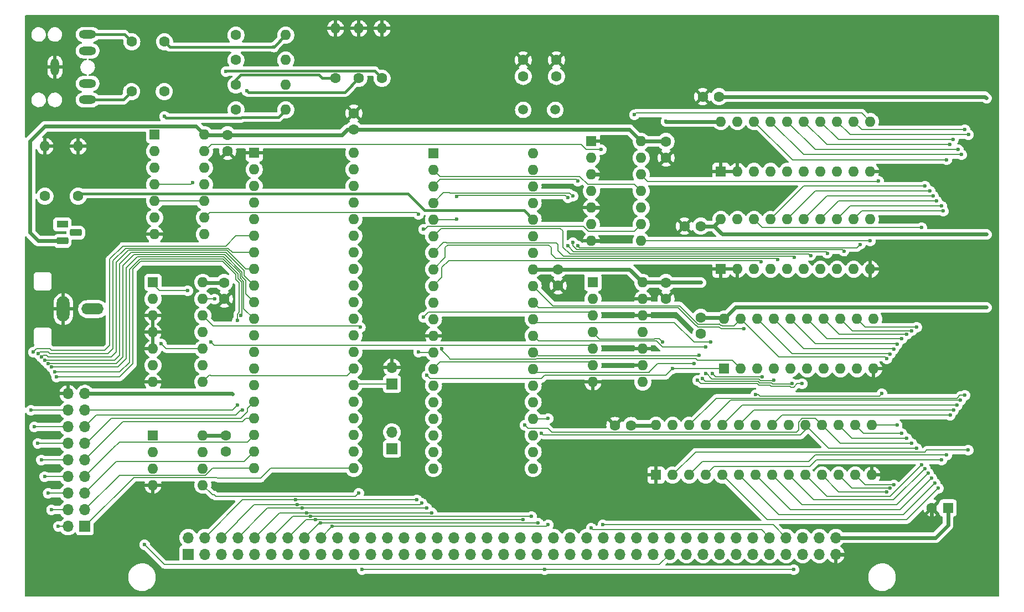
<source format=gbl>
G04 #@! TF.GenerationSoftware,KiCad,Pcbnew,6.0.10-86aedd382b~118~ubuntu20.04.1*
G04 #@! TF.CreationDate,2023-01-16T18:18:11-05:00*
G04 #@! TF.ProjectId,TMS9918A_YM2149,544d5339-3931-4384-915f-594d32313439,1*
G04 #@! TF.SameCoordinates,Original*
G04 #@! TF.FileFunction,Copper,L2,Bot*
G04 #@! TF.FilePolarity,Positive*
%FSLAX46Y46*%
G04 Gerber Fmt 4.6, Leading zero omitted, Abs format (unit mm)*
G04 Created by KiCad (PCBNEW 6.0.10-86aedd382b~118~ubuntu20.04.1) date 2023-01-16 18:18:11*
%MOMM*%
%LPD*%
G01*
G04 APERTURE LIST*
G04 Aperture macros list*
%AMRoundRect*
0 Rectangle with rounded corners*
0 $1 Rounding radius*
0 $2 $3 $4 $5 $6 $7 $8 $9 X,Y pos of 4 corners*
0 Add a 4 corners polygon primitive as box body*
4,1,4,$2,$3,$4,$5,$6,$7,$8,$9,$2,$3,0*
0 Add four circle primitives for the rounded corners*
1,1,$1+$1,$2,$3*
1,1,$1+$1,$4,$5*
1,1,$1+$1,$6,$7*
1,1,$1+$1,$8,$9*
0 Add four rect primitives between the rounded corners*
20,1,$1+$1,$2,$3,$4,$5,0*
20,1,$1+$1,$4,$5,$6,$7,0*
20,1,$1+$1,$6,$7,$8,$9,0*
20,1,$1+$1,$8,$9,$2,$3,0*%
G04 Aperture macros list end*
G04 #@! TA.AperFunction,ComponentPad*
%ADD10R,1.600000X1.600000*%
G04 #@! TD*
G04 #@! TA.AperFunction,ComponentPad*
%ADD11C,1.600000*%
G04 #@! TD*
G04 #@! TA.AperFunction,ComponentPad*
%ADD12R,1.700000X1.700000*%
G04 #@! TD*
G04 #@! TA.AperFunction,ComponentPad*
%ADD13O,1.700000X1.700000*%
G04 #@! TD*
G04 #@! TA.AperFunction,ComponentPad*
%ADD14O,1.600000X1.600000*%
G04 #@! TD*
G04 #@! TA.AperFunction,ComponentPad*
%ADD15R,1.800000X1.100000*%
G04 #@! TD*
G04 #@! TA.AperFunction,ComponentPad*
%ADD16RoundRect,0.275000X-0.625000X0.275000X-0.625000X-0.275000X0.625000X-0.275000X0.625000X0.275000X0*%
G04 #@! TD*
G04 #@! TA.AperFunction,ComponentPad*
%ADD17C,1.500000*%
G04 #@! TD*
G04 #@! TA.AperFunction,ComponentPad*
%ADD18O,1.950000X3.900000*%
G04 #@! TD*
G04 #@! TA.AperFunction,ComponentPad*
%ADD19O,3.400000X1.700000*%
G04 #@! TD*
G04 #@! TA.AperFunction,ComponentPad*
%ADD20O,1.308000X2.616000*%
G04 #@! TD*
G04 #@! TA.AperFunction,ComponentPad*
%ADD21O,2.616000X1.308000*%
G04 #@! TD*
G04 #@! TA.AperFunction,ViaPad*
%ADD22C,0.600000*%
G04 #@! TD*
G04 #@! TA.AperFunction,Conductor*
%ADD23C,0.600000*%
G04 #@! TD*
G04 #@! TA.AperFunction,Conductor*
%ADD24C,0.200000*%
G04 #@! TD*
G04 #@! TA.AperFunction,Conductor*
%ADD25C,0.400000*%
G04 #@! TD*
G04 APERTURE END LIST*
D10*
X205200000Y-134320000D03*
D11*
X202700000Y-134320000D03*
D12*
X88970000Y-141420000D03*
D13*
X88970000Y-138880000D03*
X91510000Y-141420000D03*
X91510000Y-138880000D03*
X94050000Y-141420000D03*
X94050000Y-138880000D03*
X96590000Y-141420000D03*
X96590000Y-138880000D03*
X99130000Y-141420000D03*
X99130000Y-138880000D03*
X101670000Y-141420000D03*
X101670000Y-138880000D03*
X104210000Y-141420000D03*
X104210000Y-138880000D03*
X106750000Y-141420000D03*
X106750000Y-138880000D03*
X109290000Y-141420000D03*
X109290000Y-138880000D03*
X111830000Y-141420000D03*
X111830000Y-138880000D03*
X114370000Y-141420000D03*
X114370000Y-138880000D03*
X116910000Y-141420000D03*
X116910000Y-138880000D03*
X119450000Y-141420000D03*
X119450000Y-138880000D03*
X121990000Y-141420000D03*
X121990000Y-138880000D03*
X124530000Y-141420000D03*
X124530000Y-138880000D03*
X127070000Y-141420000D03*
X127070000Y-138880000D03*
X129610000Y-141420000D03*
X129610000Y-138880000D03*
X132150000Y-141420000D03*
X132150000Y-138880000D03*
X134690000Y-141420000D03*
X134690000Y-138880000D03*
X137230000Y-141420000D03*
X137230000Y-138880000D03*
X139770000Y-141420000D03*
X139770000Y-138880000D03*
X142310000Y-141420000D03*
X142310000Y-138880000D03*
X144850000Y-141420000D03*
X144850000Y-138880000D03*
X147390000Y-141420000D03*
X147390000Y-138880000D03*
X149930000Y-141420000D03*
X149930000Y-138880000D03*
X152470000Y-141420000D03*
X152470000Y-138880000D03*
X155010000Y-141420000D03*
X155010000Y-138880000D03*
X157550000Y-141420000D03*
X157550000Y-138880000D03*
X160090000Y-141420000D03*
X160090000Y-138880000D03*
X162630000Y-141420000D03*
X162630000Y-138880000D03*
X165170000Y-141420000D03*
X165170000Y-138880000D03*
X167710000Y-141420000D03*
X167710000Y-138880000D03*
X170250000Y-141420000D03*
X170250000Y-138880000D03*
X172790000Y-141420000D03*
X172790000Y-138880000D03*
X175330000Y-141420000D03*
X175330000Y-138880000D03*
X177870000Y-141420000D03*
X177870000Y-138880000D03*
X180410000Y-141420000D03*
X180410000Y-138880000D03*
X182950000Y-141420000D03*
X182950000Y-138880000D03*
X185490000Y-141420000D03*
X185490000Y-138880000D03*
X188030000Y-141420000D03*
X188030000Y-138880000D03*
D10*
X83576000Y-123200000D03*
D14*
X83576000Y-125740000D03*
X83576000Y-128280000D03*
X83576000Y-130820000D03*
X91196000Y-130820000D03*
X91196000Y-128280000D03*
X91196000Y-125740000D03*
X91196000Y-123200000D03*
D15*
X69704000Y-90932000D03*
D16*
X71774000Y-92202000D03*
X69704000Y-93472000D03*
D11*
X115062000Y-68580000D03*
D14*
X115062000Y-60960000D03*
D11*
X96266000Y-65786000D03*
D14*
X103886000Y-65786000D03*
D11*
X145288000Y-65786000D03*
X145288000Y-68286000D03*
X85344000Y-62992000D03*
X80344000Y-62992000D03*
D10*
X170454000Y-82814000D03*
D14*
X172994000Y-82814000D03*
X175534000Y-82814000D03*
X178074000Y-82814000D03*
X180614000Y-82814000D03*
X183154000Y-82814000D03*
X185694000Y-82814000D03*
X188234000Y-82814000D03*
X190774000Y-82814000D03*
X193314000Y-82814000D03*
X193314000Y-75194000D03*
X190774000Y-75194000D03*
X188234000Y-75194000D03*
X185694000Y-75194000D03*
X183154000Y-75194000D03*
X180614000Y-75194000D03*
X178074000Y-75194000D03*
X175534000Y-75194000D03*
X172994000Y-75194000D03*
X170454000Y-75194000D03*
D11*
X94742000Y-123210000D03*
X94742000Y-125710000D03*
X96266000Y-73406000D03*
D14*
X103886000Y-73406000D03*
D10*
X170454000Y-97790000D03*
D14*
X172994000Y-97790000D03*
X175534000Y-97790000D03*
X178074000Y-97790000D03*
X180614000Y-97790000D03*
X183154000Y-97790000D03*
X185694000Y-97790000D03*
X188234000Y-97790000D03*
X190774000Y-97790000D03*
X193314000Y-97790000D03*
X193314000Y-90170000D03*
X190774000Y-90170000D03*
X188234000Y-90170000D03*
X185694000Y-90170000D03*
X183154000Y-90170000D03*
X180614000Y-90170000D03*
X178074000Y-90170000D03*
X175534000Y-90170000D03*
X172994000Y-90170000D03*
X170454000Y-90170000D03*
D11*
X118618000Y-68580000D03*
D14*
X118618000Y-60960000D03*
D11*
X156733000Y-121696000D03*
X154233000Y-121696000D03*
D10*
X160528000Y-129286000D03*
D14*
X163068000Y-129286000D03*
X165608000Y-129286000D03*
X168148000Y-129286000D03*
X170688000Y-129286000D03*
X173228000Y-129286000D03*
X175768000Y-129286000D03*
X178308000Y-129286000D03*
X180848000Y-129286000D03*
X183388000Y-129286000D03*
X185928000Y-129286000D03*
X188468000Y-129286000D03*
X191008000Y-129286000D03*
X193548000Y-129286000D03*
X193548000Y-121666000D03*
X191008000Y-121666000D03*
X188468000Y-121666000D03*
X185928000Y-121666000D03*
X183388000Y-121666000D03*
X180848000Y-121666000D03*
X178308000Y-121666000D03*
X175768000Y-121666000D03*
X173228000Y-121666000D03*
X170688000Y-121666000D03*
X168148000Y-121666000D03*
X165608000Y-121666000D03*
X163068000Y-121666000D03*
X160528000Y-121666000D03*
D17*
X140208000Y-73406000D03*
X145108000Y-73406000D03*
D18*
X69850000Y-103886000D03*
D19*
X74350000Y-103886000D03*
D11*
X170175000Y-71384000D03*
X167675000Y-71384000D03*
X145542000Y-97810000D03*
X145542000Y-100310000D03*
X96266000Y-61976000D03*
D14*
X103886000Y-61976000D03*
D11*
X67056000Y-86614000D03*
D14*
X67056000Y-78994000D03*
D10*
X83830000Y-77211000D03*
D14*
X83830000Y-79751000D03*
X83830000Y-82291000D03*
X83830000Y-84831000D03*
X83830000Y-87371000D03*
X83830000Y-89911000D03*
X83830000Y-92451000D03*
X91450000Y-92451000D03*
X91450000Y-89911000D03*
X91450000Y-87371000D03*
X91450000Y-84831000D03*
X91450000Y-82291000D03*
X91450000Y-79751000D03*
X91450000Y-77211000D03*
D10*
X150632000Y-78227000D03*
D14*
X150632000Y-80767000D03*
X150632000Y-83307000D03*
X150632000Y-85847000D03*
X150632000Y-88387000D03*
X150632000Y-90927000D03*
X150632000Y-93467000D03*
X158252000Y-93467000D03*
X158252000Y-90927000D03*
X158252000Y-88387000D03*
X158252000Y-85847000D03*
X158252000Y-83307000D03*
X158252000Y-80767000D03*
X158252000Y-78227000D03*
D12*
X120142000Y-125272000D03*
D13*
X120142000Y-122732000D03*
D11*
X94488000Y-99842000D03*
X94488000Y-102342000D03*
D12*
X73157000Y-137150000D03*
D13*
X70617000Y-137150000D03*
X73157000Y-134610000D03*
X70617000Y-134610000D03*
X73157000Y-132070000D03*
X70617000Y-132070000D03*
X73157000Y-129530000D03*
X70617000Y-129530000D03*
X73157000Y-126990000D03*
X70617000Y-126990000D03*
X73157000Y-124450000D03*
X70617000Y-124450000D03*
X73157000Y-121910000D03*
X70617000Y-121910000D03*
X73157000Y-119370000D03*
X70617000Y-119370000D03*
X73157000Y-116830000D03*
X70617000Y-116830000D03*
D10*
X99060000Y-80010000D03*
D14*
X99060000Y-82550000D03*
X99060000Y-85090000D03*
X99060000Y-87630000D03*
X99060000Y-90170000D03*
X99060000Y-92710000D03*
X99060000Y-95250000D03*
X99060000Y-97790000D03*
X99060000Y-100330000D03*
X99060000Y-102870000D03*
X99060000Y-105410000D03*
X99060000Y-107950000D03*
X99060000Y-110490000D03*
X99060000Y-113030000D03*
X99060000Y-115570000D03*
X99060000Y-118110000D03*
X99060000Y-120650000D03*
X99060000Y-123190000D03*
X99060000Y-125730000D03*
X99060000Y-128270000D03*
X114300000Y-128270000D03*
X114300000Y-125730000D03*
X114300000Y-123190000D03*
X114300000Y-120650000D03*
X114300000Y-118110000D03*
X114300000Y-115570000D03*
X114300000Y-113030000D03*
X114300000Y-110490000D03*
X114300000Y-107950000D03*
X114300000Y-105410000D03*
X114300000Y-102870000D03*
X114300000Y-100330000D03*
X114300000Y-97790000D03*
X114300000Y-95250000D03*
X114300000Y-92710000D03*
X114300000Y-90170000D03*
X114300000Y-87630000D03*
X114300000Y-85090000D03*
X114300000Y-82550000D03*
X114300000Y-80010000D03*
D10*
X150876000Y-99822000D03*
D14*
X150876000Y-102362000D03*
X150876000Y-104902000D03*
X150876000Y-107442000D03*
X150876000Y-109982000D03*
X150876000Y-112522000D03*
X150876000Y-115062000D03*
X158496000Y-115062000D03*
X158496000Y-112522000D03*
X158496000Y-109982000D03*
X158496000Y-107442000D03*
X158496000Y-104902000D03*
X158496000Y-102362000D03*
X158496000Y-99822000D03*
D11*
X96266000Y-69596000D03*
D14*
X103886000Y-69596000D03*
D11*
X111506000Y-68580000D03*
D14*
X111506000Y-60960000D03*
D10*
X170962000Y-113030000D03*
D14*
X173502000Y-113030000D03*
X176042000Y-113030000D03*
X178582000Y-113030000D03*
X181122000Y-113030000D03*
X183662000Y-113030000D03*
X186202000Y-113030000D03*
X188742000Y-113030000D03*
X191282000Y-113030000D03*
X193822000Y-113030000D03*
X193822000Y-105410000D03*
X191282000Y-105410000D03*
X188742000Y-105410000D03*
X186202000Y-105410000D03*
X183662000Y-105410000D03*
X181122000Y-105410000D03*
X178582000Y-105410000D03*
X176042000Y-105410000D03*
X173502000Y-105410000D03*
X170962000Y-105410000D03*
D11*
X85304000Y-70612000D03*
X80304000Y-70612000D03*
X114300000Y-76434000D03*
X114300000Y-73934000D03*
X140208000Y-65786000D03*
X140208000Y-68286000D03*
X94996000Y-77236000D03*
X94996000Y-79736000D03*
X167381000Y-105166000D03*
X167381000Y-107666000D03*
X72136000Y-86614000D03*
D14*
X72136000Y-78994000D03*
D10*
X83576000Y-99817000D03*
D14*
X83576000Y-102357000D03*
X83576000Y-104897000D03*
X83576000Y-107437000D03*
X83576000Y-109977000D03*
X83576000Y-112517000D03*
X83576000Y-115057000D03*
X91196000Y-115057000D03*
X91196000Y-112517000D03*
X91196000Y-109977000D03*
X91196000Y-107437000D03*
X91196000Y-104897000D03*
X91196000Y-102357000D03*
X91196000Y-99817000D03*
D12*
X120142000Y-115366000D03*
D13*
X120142000Y-112826000D03*
D10*
X126487000Y-80015000D03*
D14*
X126487000Y-82555000D03*
X126487000Y-85095000D03*
X126487000Y-87635000D03*
X126487000Y-90175000D03*
X126487000Y-92715000D03*
X126487000Y-95255000D03*
X126487000Y-97795000D03*
X126487000Y-100335000D03*
X126487000Y-102875000D03*
X126487000Y-105415000D03*
X126487000Y-107955000D03*
X126487000Y-110495000D03*
X126487000Y-113035000D03*
X126487000Y-115575000D03*
X126487000Y-118115000D03*
X126487000Y-120655000D03*
X126487000Y-123195000D03*
X126487000Y-125735000D03*
X126487000Y-128275000D03*
X141727000Y-128275000D03*
X141727000Y-125735000D03*
X141727000Y-123195000D03*
X141727000Y-120655000D03*
X141727000Y-118115000D03*
X141727000Y-115575000D03*
X141727000Y-113035000D03*
X141727000Y-110495000D03*
X141727000Y-107955000D03*
X141727000Y-105415000D03*
X141727000Y-102875000D03*
X141727000Y-100335000D03*
X141727000Y-97795000D03*
X141727000Y-95255000D03*
X141727000Y-92715000D03*
X141727000Y-90175000D03*
X141727000Y-87635000D03*
X141727000Y-85095000D03*
X141727000Y-82555000D03*
X141727000Y-80015000D03*
D20*
X68588000Y-66880500D03*
D21*
X73588000Y-71880500D03*
X73588000Y-61880500D03*
X73588000Y-69380500D03*
X73588000Y-64380500D03*
D11*
X167381000Y-91196000D03*
X164881000Y-91196000D03*
X162052000Y-78252000D03*
X162052000Y-80752000D03*
X162052000Y-99842000D03*
X162052000Y-102342000D03*
D22*
X167386000Y-99822000D03*
X95715000Y-116883000D03*
X211074000Y-103632000D03*
X211074000Y-71628000D03*
X211074000Y-92456000D03*
X162052000Y-75184000D03*
X120396000Y-91694000D03*
X154178000Y-88392000D03*
X154178000Y-93472000D03*
X192786000Y-140970000D03*
X154178000Y-83312000D03*
X202692000Y-136652000D03*
X120396000Y-73660000D03*
X123952000Y-133096000D03*
X105410000Y-133096000D03*
X105683000Y-133839000D03*
X124714000Y-133604000D03*
X106426000Y-134366000D03*
X125460000Y-134350000D03*
X126238000Y-135052500D03*
X107112000Y-135052000D03*
X141478000Y-135636000D03*
X107639000Y-135579000D03*
X108458000Y-136144000D03*
X140208000Y-136125500D03*
X142494000Y-136633500D03*
X109239000Y-136633000D03*
X144036500Y-120650000D03*
X144036500Y-136906000D03*
X111010000Y-137160000D03*
X124206000Y-89408000D03*
X124206000Y-110490000D03*
X161544000Y-108966000D03*
X82296000Y-139954000D03*
X152146000Y-79502000D03*
X150622000Y-137414000D03*
X89643500Y-84582000D03*
X92456000Y-108966000D03*
X152400000Y-136906000D03*
X143510000Y-143764000D03*
X115570000Y-143764000D03*
X181610000Y-143764000D03*
X85344000Y-74422000D03*
X102070001Y-63791999D03*
X69098000Y-137150000D03*
X96501500Y-105664000D03*
X68834000Y-114300000D03*
X97028000Y-104902000D03*
X68580000Y-113538000D03*
X68062000Y-134610000D03*
X67545500Y-132070000D03*
X68072000Y-112776000D03*
X67558285Y-112262285D03*
X67019000Y-129530000D03*
X66492500Y-126990000D03*
X67044570Y-111748570D03*
X66530855Y-111234855D03*
X65966000Y-124450000D03*
X97282000Y-119380000D03*
X66017140Y-110721140D03*
X65439500Y-121910000D03*
X96520000Y-118618000D03*
X64913000Y-119370000D03*
X65278000Y-110490000D03*
X97933000Y-70501000D03*
X94742000Y-67564000D03*
X124968000Y-91694000D03*
X148590000Y-94234000D03*
X148590000Y-84328000D03*
X191770000Y-93993500D03*
X189261000Y-95020500D03*
X147828000Y-93726000D03*
X147828000Y-86614000D03*
X186721000Y-95347500D03*
X147066000Y-94234000D03*
X130048000Y-90170000D03*
X130048000Y-86648500D03*
X147066000Y-86868000D03*
X184181000Y-95674500D03*
X181641000Y-96001500D03*
X179101000Y-96328500D03*
X176561000Y-96655500D03*
X127762000Y-109982000D03*
X163068000Y-113030000D03*
X125494500Y-114046000D03*
X124968000Y-105156000D03*
X200406000Y-106680000D03*
X142983500Y-122936000D03*
X200406000Y-125222000D03*
X199644000Y-124460000D03*
X140462000Y-121666000D03*
X199644000Y-107206500D03*
X166878000Y-114808000D03*
X166370000Y-112268000D03*
X198882000Y-107733000D03*
X182880000Y-115316000D03*
X198882000Y-123698000D03*
X198120000Y-108458000D03*
X181356000Y-115316000D03*
X198120000Y-122936000D03*
X167132000Y-110998000D03*
X167640000Y-114554000D03*
X197413500Y-109275500D03*
X178562000Y-114808000D03*
X168148000Y-109728000D03*
X168148000Y-113792000D03*
X197413500Y-121666000D03*
X196887000Y-110019000D03*
X176784000Y-114300000D03*
X169164000Y-113792000D03*
X196887000Y-130791000D03*
X168910000Y-108966000D03*
X196360500Y-131318000D03*
X173990000Y-106934000D03*
X196360500Y-110762500D03*
X195834000Y-111506000D03*
X195834000Y-131844500D03*
X193294000Y-93472000D03*
X157226000Y-74168000D03*
X175768000Y-117002500D03*
X195072000Y-116840000D03*
X194564000Y-84328000D03*
X204234500Y-127000000D03*
X204470000Y-88900000D03*
X204216000Y-88138000D03*
X203708000Y-131318000D03*
X203200000Y-130556000D03*
X203454000Y-87376000D03*
X202946000Y-86614000D03*
X202692000Y-129794000D03*
X202438000Y-85852000D03*
X202184000Y-129032000D03*
X201676000Y-85090000D03*
X201681715Y-128275715D03*
X201168000Y-91440000D03*
X201168000Y-127762000D03*
X207772000Y-117094000D03*
X207772000Y-76454000D03*
X208317500Y-77216000D03*
X208280000Y-125476000D03*
X206049500Y-119380000D03*
X205994000Y-77978000D03*
X205486000Y-78740000D03*
X205523000Y-120142000D03*
X206576000Y-118618000D03*
X206756000Y-79502000D03*
X207264000Y-80264000D03*
X207102500Y-117856000D03*
X204996500Y-81044500D03*
X204996500Y-126238000D03*
X115062000Y-132080000D03*
X115297500Y-106680000D03*
X88900000Y-101092000D03*
X84836000Y-109220000D03*
X93003500Y-102362000D03*
D23*
X172740000Y-103632000D02*
X211074000Y-103632000D01*
X91475000Y-77236000D02*
X91450000Y-77211000D01*
X91206000Y-123210000D02*
X91196000Y-123200000D01*
X156459000Y-76434000D02*
X114300000Y-76434000D01*
X112502000Y-77236000D02*
X94996000Y-77236000D01*
X67056000Y-75946000D02*
X64770000Y-78232000D01*
X170175000Y-71384000D02*
X210830000Y-71384000D01*
X113304000Y-76434000D02*
X112502000Y-77236000D01*
X94996000Y-77236000D02*
X91475000Y-77236000D01*
X158496000Y-99822000D02*
X162032000Y-99822000D01*
X91221000Y-99842000D02*
X91196000Y-99817000D01*
X170688000Y-92456000D02*
X211074000Y-92456000D01*
X141727000Y-97795000D02*
X145527000Y-97795000D01*
X169428000Y-91196000D02*
X170688000Y-92456000D01*
X162027000Y-78227000D02*
X162052000Y-78252000D01*
X160498000Y-121696000D02*
X160528000Y-121666000D01*
X64770000Y-92202000D02*
X66040000Y-93472000D01*
X156484000Y-97810000D02*
X158496000Y-99822000D01*
X162052000Y-75184000D02*
X162062000Y-75194000D01*
X145527000Y-97795000D02*
X145542000Y-97810000D01*
X94742000Y-123210000D02*
X91206000Y-123210000D01*
X162072000Y-99822000D02*
X162052000Y-99842000D01*
X158252000Y-78227000D02*
X162027000Y-78227000D01*
X114300000Y-76434000D02*
X113304000Y-76434000D01*
X162062000Y-75194000D02*
X170454000Y-75194000D01*
X91450000Y-77211000D02*
X90185000Y-75946000D01*
X66040000Y-93472000D02*
X70104000Y-93472000D01*
X73157000Y-116830000D02*
X95662000Y-116830000D01*
X205200000Y-134320000D02*
X205200000Y-136938000D01*
X162032000Y-99822000D02*
X162052000Y-99842000D01*
X145542000Y-97810000D02*
X156484000Y-97810000D01*
X203258000Y-138880000D02*
X188030000Y-138880000D01*
X170718000Y-105166000D02*
X170962000Y-105410000D01*
X95662000Y-116830000D02*
X95715000Y-116883000D01*
X205200000Y-136938000D02*
X203258000Y-138880000D01*
X169428000Y-91196000D02*
X170454000Y-90170000D01*
X156733000Y-121696000D02*
X160498000Y-121696000D01*
X158252000Y-78227000D02*
X156459000Y-76434000D01*
X170962000Y-105410000D02*
X172740000Y-103632000D01*
X167381000Y-105166000D02*
X170718000Y-105166000D01*
X167386000Y-99822000D02*
X162072000Y-99822000D01*
X90185000Y-75946000D02*
X67056000Y-75946000D01*
X64770000Y-78232000D02*
X64770000Y-92202000D01*
X167381000Y-91196000D02*
X169428000Y-91196000D01*
X94488000Y-99842000D02*
X91221000Y-99842000D01*
X210830000Y-71384000D02*
X211074000Y-71628000D01*
X189426000Y-141420000D02*
X188030000Y-141420000D01*
X192786000Y-140970000D02*
X192532000Y-141224000D01*
X154173000Y-88387000D02*
X154178000Y-88392000D01*
X150632000Y-83307000D02*
X154173000Y-83307000D01*
X189622000Y-141224000D02*
X192532000Y-141224000D01*
X150632000Y-93467000D02*
X154173000Y-93467000D01*
X154173000Y-93467000D02*
X154178000Y-93472000D01*
X150632000Y-88387000D02*
X154173000Y-88387000D01*
X189426000Y-141420000D02*
X189622000Y-141224000D01*
X202700000Y-136644000D02*
X202692000Y-136652000D01*
X154173000Y-83307000D02*
X154178000Y-83312000D01*
X202700000Y-134320000D02*
X202700000Y-136644000D01*
D24*
X97294000Y-133096000D02*
X91510000Y-138880000D01*
X105410000Y-133096000D02*
X97294000Y-133096000D01*
X108204000Y-133096000D02*
X105410000Y-133096000D01*
X123952000Y-133096000D02*
X108204000Y-133096000D01*
X105683000Y-133839000D02*
X99079000Y-133839000D01*
X99079000Y-133839000D02*
X96520000Y-136398000D01*
X124479000Y-133839000D02*
X124714000Y-133604000D01*
X96520000Y-136398000D02*
X96520000Y-136410000D01*
X108731000Y-133839000D02*
X124479000Y-133839000D01*
X108731000Y-133839000D02*
X105683000Y-133839000D01*
X96520000Y-136410000D02*
X94050000Y-138880000D01*
X100850000Y-134608000D02*
X101092000Y-134366000D01*
X100850000Y-134620000D02*
X96590000Y-138880000D01*
X125444000Y-134366000D02*
X125460000Y-134350000D01*
X101092000Y-134366000D02*
X106426000Y-134366000D01*
X106426000Y-134366000D02*
X125444000Y-134366000D01*
X100850000Y-134620000D02*
X100850000Y-134608000D01*
X102958000Y-135052000D02*
X99130000Y-138880000D01*
X111176500Y-135052500D02*
X126238000Y-135052500D01*
X107112000Y-135052000D02*
X102958000Y-135052000D01*
X107112000Y-135052000D02*
X111176000Y-135052000D01*
X111176000Y-135052000D02*
X111176500Y-135052500D01*
X141440500Y-135598500D02*
X137959500Y-135598500D01*
X137959500Y-135598500D02*
X137922000Y-135636000D01*
X141478000Y-135636000D02*
X141440500Y-135598500D01*
X104971000Y-135579000D02*
X101670000Y-138880000D01*
X137922000Y-135636000D02*
X137865000Y-135579000D01*
X107639000Y-135579000D02*
X104971000Y-135579000D01*
X137865000Y-135579000D02*
X107639000Y-135579000D01*
X111544000Y-136106000D02*
X109436000Y-136106000D01*
X140208000Y-136125500D02*
X140188500Y-136106000D01*
X140188500Y-136106000D02*
X111544000Y-136106000D01*
X106984000Y-136106000D02*
X104210000Y-138880000D01*
X109436000Y-136106000D02*
X106984000Y-136106000D01*
X109239000Y-136633000D02*
X108997000Y-136633000D01*
X108997000Y-136633000D02*
X106750000Y-138880000D01*
X142494000Y-136633500D02*
X142475500Y-136652000D01*
X118345000Y-136633000D02*
X112249000Y-136633000D01*
X118364000Y-136652000D02*
X118345000Y-136633000D01*
X112249000Y-136633000D02*
X109239000Y-136633000D01*
X142475500Y-136652000D02*
X118364000Y-136652000D01*
X109290000Y-138880000D02*
X111010000Y-137160000D01*
X111010000Y-137160000D02*
X116332000Y-137160000D01*
X144031500Y-120655000D02*
X141727000Y-120655000D01*
X116332000Y-137160000D02*
X143782500Y-137160000D01*
X144036500Y-120650000D02*
X144031500Y-120655000D01*
X143782500Y-137160000D02*
X144036500Y-136906000D01*
X124206000Y-110490000D02*
X124211000Y-110495000D01*
X99833000Y-89143000D02*
X123941000Y-89143000D01*
X124211000Y-110495000D02*
X126487000Y-110495000D01*
X99822000Y-89154000D02*
X99833000Y-89143000D01*
X99525001Y-89111001D02*
X99568000Y-89154000D01*
X123941000Y-89143000D02*
X124206000Y-89408000D01*
X92249999Y-89111001D02*
X99525001Y-89111001D01*
X91450000Y-89911000D02*
X92249999Y-89111001D01*
X99568000Y-89154000D02*
X99822000Y-89154000D01*
X160274000Y-108458000D02*
X161036000Y-108458000D01*
X150876000Y-107442000D02*
X151903000Y-108469000D01*
X161036000Y-108458000D02*
X161544000Y-108966000D01*
X160263000Y-108469000D02*
X160274000Y-108458000D01*
X151903000Y-108469000D02*
X160263000Y-108469000D01*
X161048000Y-143002000D02*
X162630000Y-141420000D01*
X85344000Y-143002000D02*
X161048000Y-143002000D01*
X82804000Y-140462000D02*
X82296000Y-139954000D01*
X82804000Y-140462000D02*
X85344000Y-143002000D01*
X92492000Y-78709000D02*
X149060000Y-78709000D01*
X177870000Y-138880000D02*
X176658000Y-137668000D01*
X176530000Y-137668000D02*
X150876000Y-137668000D01*
X150876000Y-137668000D02*
X150622000Y-137414000D01*
X149060000Y-78709000D02*
X149853000Y-79502000D01*
X89643500Y-84582000D02*
X89394500Y-84831000D01*
X176658000Y-137668000D02*
X176530000Y-137668000D01*
X91450000Y-79751000D02*
X92492000Y-78709000D01*
X89394500Y-84831000D02*
X83830000Y-84831000D01*
X149853000Y-79502000D02*
X152146000Y-79502000D01*
X140716000Y-109474000D02*
X140697000Y-109455000D01*
X140722000Y-109468000D02*
X140716000Y-109474000D01*
X178436000Y-136906000D02*
X180410000Y-138880000D01*
X113295000Y-109463000D02*
X113284000Y-109474000D01*
X152400000Y-136906000D02*
X178436000Y-136906000D01*
X99557000Y-109463000D02*
X92953000Y-109463000D01*
X124968000Y-109474000D02*
X124957000Y-109463000D01*
X91450000Y-87371000D02*
X83830000Y-87371000D01*
X150876000Y-109982000D02*
X150362000Y-109468000D01*
X150362000Y-109468000D02*
X140722000Y-109468000D01*
X124987000Y-109455000D02*
X124968000Y-109474000D01*
X140697000Y-109455000D02*
X124987000Y-109455000D01*
X124957000Y-109463000D02*
X113295000Y-109463000D01*
X113273000Y-109463000D02*
X99579000Y-109463000D01*
X113284000Y-109474000D02*
X113273000Y-109463000D01*
X92953000Y-109463000D02*
X92456000Y-108966000D01*
X99579000Y-109463000D02*
X99568000Y-109474000D01*
X99568000Y-109474000D02*
X99557000Y-109463000D01*
X115570000Y-143764000D02*
X143510000Y-143764000D01*
X143510000Y-143764000D02*
X181610000Y-143764000D01*
D25*
X97171000Y-74533000D02*
X97028000Y-74676000D01*
X102759000Y-74533000D02*
X97171000Y-74533000D01*
X103886000Y-73406000D02*
X102759000Y-74533000D01*
X85598000Y-74676000D02*
X85344000Y-74422000D01*
X97028000Y-74676000D02*
X85598000Y-74676000D01*
X78484500Y-71880500D02*
X73588000Y-71880500D01*
X78486000Y-71882000D02*
X78484500Y-71880500D01*
X79034000Y-71882000D02*
X78486000Y-71882000D01*
X80304000Y-70612000D02*
X79034000Y-71882000D01*
X102070001Y-63791999D02*
X103886000Y-61976000D01*
X85344000Y-62992000D02*
X86143999Y-63791999D01*
X86143999Y-63791999D02*
X102070001Y-63791999D01*
X79232500Y-61880500D02*
X80344000Y-62992000D01*
X73588000Y-61880500D02*
X79232500Y-61880500D01*
D24*
X114504000Y-115366000D02*
X114300000Y-115570000D01*
X120142000Y-115366000D02*
X114504000Y-115366000D01*
X93472000Y-129794000D02*
X93312000Y-129634000D01*
X93312000Y-129634000D02*
X80678000Y-129634000D01*
X80678000Y-129634000D02*
X73162000Y-137150000D01*
X114300000Y-128270000D02*
X101600000Y-128270000D01*
X100076000Y-129794000D02*
X93472000Y-129794000D01*
X73162000Y-137150000D02*
X73157000Y-137150000D01*
X101600000Y-128270000D02*
X100076000Y-129794000D01*
X96501500Y-105664000D02*
X96501500Y-104666500D01*
X96774000Y-104394000D02*
X96774000Y-99893792D01*
X94189656Y-96593000D02*
X81715000Y-96593000D01*
X69098000Y-137150000D02*
X70617000Y-137150000D01*
X80518000Y-97790000D02*
X80518000Y-112268000D01*
X96228000Y-98631344D02*
X94189656Y-96593000D01*
X68834000Y-114300000D02*
X78486000Y-114300000D01*
X81715000Y-96593000D02*
X80518000Y-97790000D01*
X78486000Y-114300000D02*
X80518000Y-112268000D01*
X96501500Y-104666500D02*
X96774000Y-104394000D01*
X96228000Y-99347792D02*
X96228000Y-98631344D01*
X96774000Y-99893792D02*
X96228000Y-99347792D01*
X92658398Y-128270000D02*
X91621398Y-129307000D01*
X78460000Y-129307000D02*
X73157000Y-134610000D01*
X99060000Y-128270000D02*
X92658398Y-128270000D01*
X91621398Y-129307000D02*
X78460000Y-129307000D01*
X97136000Y-104794000D02*
X97136000Y-99793344D01*
X78486000Y-113538000D02*
X79991500Y-112032500D01*
X94325104Y-96266000D02*
X89408000Y-96266000D01*
X89373000Y-96231000D02*
X81569000Y-96231000D01*
X97028000Y-104902000D02*
X97136000Y-104794000D01*
X81569000Y-96231000D02*
X79991500Y-97808500D01*
X96555000Y-99212344D02*
X96555000Y-98495896D01*
X70617000Y-134610000D02*
X68062000Y-134610000D01*
X89408000Y-96266000D02*
X89373000Y-96231000D01*
X68580000Y-113538000D02*
X78486000Y-113538000D01*
X96555000Y-98495896D02*
X94325104Y-96266000D01*
X97136000Y-99793344D02*
X96555000Y-99212344D01*
X79991500Y-97808500D02*
X79991500Y-112032500D01*
X77978000Y-127254000D02*
X77973000Y-127254000D01*
X77979000Y-127253000D02*
X77978000Y-127254000D01*
X97537000Y-127253000D02*
X77979000Y-127253000D01*
X99060000Y-125730000D02*
X97537000Y-127253000D01*
X77973000Y-127254000D02*
X73157000Y-132070000D01*
X79502000Y-97574000D02*
X81172000Y-95904000D01*
X81172000Y-95904000D02*
X94425552Y-95904000D01*
X70617000Y-132070000D02*
X67574000Y-132070000D01*
X97463000Y-99657896D02*
X97463000Y-103813000D01*
X79502000Y-111506000D02*
X79502000Y-97574000D01*
X96882000Y-98360448D02*
X96882000Y-99076896D01*
X96882000Y-99076896D02*
X97463000Y-99657896D01*
X94425552Y-95904000D02*
X96882000Y-98360448D01*
X67574000Y-132070000D02*
X67545500Y-132070000D01*
X68072000Y-112776000D02*
X78232000Y-112776000D01*
X78232000Y-112776000D02*
X79502000Y-111506000D01*
X97463000Y-103813000D02*
X99060000Y-105410000D01*
X78455000Y-124237000D02*
X77470000Y-125222000D01*
X77470000Y-125222000D02*
X77465000Y-125222000D01*
X77465000Y-125222000D02*
X73157000Y-129530000D01*
X98013000Y-124237000D02*
X78455000Y-124237000D01*
X99060000Y-123190000D02*
X98013000Y-124237000D01*
X97790000Y-101600000D02*
X99060000Y-102870000D01*
X77978000Y-112268000D02*
X78994000Y-111252000D01*
X97209000Y-98225000D02*
X97209000Y-98941448D01*
X78994000Y-111252000D02*
X78994000Y-97282000D01*
X67558285Y-112262285D02*
X67571570Y-112249000D01*
X67571570Y-112249000D02*
X68561000Y-112249000D01*
X80699000Y-95577000D02*
X94561000Y-95577000D01*
X94561000Y-95577000D02*
X97209000Y-98225000D01*
X67066000Y-129530000D02*
X67019000Y-129530000D01*
X68561000Y-112249000D02*
X68580000Y-112268000D01*
X68580000Y-112268000D02*
X77978000Y-112268000D01*
X70617000Y-129530000D02*
X67066000Y-129530000D01*
X97209000Y-98941448D02*
X97790000Y-99522448D01*
X78994000Y-97282000D02*
X80699000Y-95577000D01*
X97790000Y-99522448D02*
X97790000Y-101600000D01*
X97282000Y-121158000D02*
X78989000Y-121158000D01*
X99060000Y-120650000D02*
X97790000Y-120650000D01*
X97790000Y-120650000D02*
X97282000Y-121158000D01*
X78989000Y-121158000D02*
X73157000Y-126990000D01*
X69342000Y-111760000D02*
X69317285Y-111735285D01*
X80518000Y-95250000D02*
X81026000Y-95250000D01*
X67057855Y-111735285D02*
X67044570Y-111748570D01*
X80264000Y-95250000D02*
X78486000Y-97028000D01*
X78486000Y-110998000D02*
X77724000Y-111760000D01*
X69317285Y-111735285D02*
X67057855Y-111735285D01*
X80264000Y-95250000D02*
X80518000Y-95250000D01*
X81026000Y-95250000D02*
X94742000Y-95250000D01*
X97536000Y-98806000D02*
X99060000Y-100330000D01*
X94742000Y-95250000D02*
X97536000Y-98044000D01*
X97536000Y-98044000D02*
X97536000Y-98806000D01*
X81026000Y-95250000D02*
X80264000Y-95250000D01*
X70617000Y-126990000D02*
X66558000Y-126990000D01*
X66558000Y-126990000D02*
X66492500Y-126990000D01*
X77724000Y-111760000D02*
X69342000Y-111760000D01*
X78486000Y-97028000D02*
X78486000Y-110998000D01*
X98044000Y-119634000D02*
X97028000Y-120650000D01*
X97028000Y-120650000D02*
X77216000Y-120650000D01*
X99060000Y-118110000D02*
X98044000Y-119126000D01*
X73416000Y-124450000D02*
X73157000Y-124450000D01*
X98044000Y-119126000D02*
X98044000Y-119634000D01*
X77216000Y-120650000D02*
X73416000Y-124450000D01*
X70617000Y-124450000D02*
X66030000Y-124450000D01*
X77204570Y-111252000D02*
X67564000Y-111252000D01*
X77978000Y-110478570D02*
X77204570Y-111252000D01*
X99060000Y-97790000D02*
X97790000Y-97790000D01*
X97790000Y-97790000D02*
X94907000Y-94907000D01*
X79845000Y-94907000D02*
X77978000Y-96774000D01*
X94907000Y-94907000D02*
X79845000Y-94907000D01*
X66030000Y-124450000D02*
X65966000Y-124450000D01*
X77978000Y-96774000D02*
X77978000Y-110478570D01*
X66767710Y-110998000D02*
X66530855Y-111234855D01*
X67564000Y-111252000D02*
X67310000Y-110998000D01*
X67310000Y-110998000D02*
X66767710Y-110998000D01*
X96266000Y-120142000D02*
X74925000Y-120142000D01*
X97028000Y-119380000D02*
X96266000Y-120142000D01*
X97282000Y-119380000D02*
X97028000Y-119380000D01*
X74925000Y-120142000D02*
X73157000Y-121910000D01*
X76685140Y-110744000D02*
X67818000Y-110744000D01*
X67818000Y-110744000D02*
X67564000Y-110490000D01*
X66248280Y-110490000D02*
X66017140Y-110721140D01*
X80610000Y-94580000D02*
X79664000Y-94580000D01*
X99060000Y-95250000D02*
X95758000Y-95250000D01*
X95758000Y-95250000D02*
X95088000Y-94580000D01*
X65522000Y-121910000D02*
X65439500Y-121910000D01*
X79410000Y-94580000D02*
X79664000Y-94580000D01*
X95088000Y-94580000D02*
X80610000Y-94580000D01*
X67564000Y-110490000D02*
X66248280Y-110490000D01*
X70617000Y-121910000D02*
X65522000Y-121910000D01*
X80610000Y-94580000D02*
X79410000Y-94580000D01*
X79410000Y-94580000D02*
X77470000Y-96520000D01*
X77470000Y-96520000D02*
X77470000Y-109959140D01*
X77470000Y-109959140D02*
X76685140Y-110744000D01*
X95768000Y-119370000D02*
X73157000Y-119370000D01*
X96520000Y-118618000D02*
X95768000Y-119370000D01*
X68072000Y-110236000D02*
X67818000Y-109982000D01*
X70617000Y-119370000D02*
X65014000Y-119370000D01*
X67818000Y-109982000D02*
X65786000Y-109982000D01*
X76200000Y-110236000D02*
X68072000Y-110236000D01*
X94723000Y-94253000D02*
X78975000Y-94253000D01*
X78975000Y-94253000D02*
X76962000Y-96266000D01*
X76962000Y-96266000D02*
X76962000Y-109474000D01*
X65014000Y-119370000D02*
X64913000Y-119370000D01*
X76962000Y-109474000D02*
X76200000Y-110236000D01*
X65786000Y-109982000D02*
X65278000Y-110490000D01*
X99060000Y-92710000D02*
X96266000Y-92710000D01*
X96266000Y-92710000D02*
X94723000Y-94253000D01*
D25*
X122539000Y-86217000D02*
X72533000Y-86217000D01*
X140333000Y-88781000D02*
X125103000Y-88781000D01*
X141727000Y-90175000D02*
X140333000Y-88781000D01*
X125103000Y-88781000D02*
X122539000Y-86217000D01*
X72533000Y-86217000D02*
X72136000Y-86614000D01*
X111506000Y-68580000D02*
X109474000Y-68580000D01*
X97028000Y-68072000D02*
X96266000Y-68834000D01*
X109474000Y-68580000D02*
X108966000Y-68072000D01*
X96266000Y-68834000D02*
X96266000Y-69596000D01*
X108966000Y-68072000D02*
X97028000Y-68072000D01*
X112919000Y-70723000D02*
X98155000Y-70723000D01*
X115062000Y-68580000D02*
X112919000Y-70723000D01*
X98155000Y-70723000D02*
X97933000Y-70501000D01*
X94853000Y-67453000D02*
X94742000Y-67564000D01*
X118618000Y-68580000D02*
X117491000Y-67453000D01*
X117491000Y-67453000D02*
X94853000Y-67453000D01*
D24*
X125746000Y-91202000D02*
X149454602Y-91202000D01*
X125222000Y-91694000D02*
X125730000Y-91186000D01*
X149454602Y-91202000D02*
X150206602Y-91954000D01*
X157225000Y-91954000D02*
X158252000Y-90927000D01*
X125730000Y-91186000D02*
X125746000Y-91202000D01*
X124968000Y-91694000D02*
X125222000Y-91694000D01*
X150206602Y-91954000D02*
X157225000Y-91954000D01*
X148860000Y-83582000D02*
X150098000Y-84820000D01*
X127514000Y-83582000D02*
X148860000Y-83582000D01*
X150098000Y-84820000D02*
X157225000Y-84820000D01*
X157225000Y-84820000D02*
X158252000Y-85847000D01*
X126487000Y-82555000D02*
X127514000Y-83582000D01*
X126487000Y-85095000D02*
X127514000Y-84068000D01*
X191770000Y-93993500D02*
X191269500Y-94494000D01*
X148330000Y-84068000D02*
X148590000Y-84328000D01*
X191269500Y-94494000D02*
X148850000Y-94494000D01*
X127514000Y-84068000D02*
X148330000Y-84068000D01*
X148590000Y-94234000D02*
X148850000Y-94494000D01*
X147828000Y-86614000D02*
X147336000Y-86122000D01*
X147828000Y-94217291D02*
X148431709Y-94821000D01*
X128016000Y-86106000D02*
X129032000Y-86106000D01*
X147828000Y-93726000D02*
X147828000Y-94217291D01*
X148431709Y-94821000D02*
X189061500Y-94821000D01*
X129048000Y-86122000D02*
X147336000Y-86122000D01*
X189061500Y-94821000D02*
X189261000Y-95020500D01*
X129032000Y-86106000D02*
X129048000Y-86122000D01*
X126487000Y-87635000D02*
X128016000Y-86106000D01*
X130048000Y-90170000D02*
X130043000Y-90175000D01*
X130302000Y-86449000D02*
X130247500Y-86449000D01*
X186721000Y-95281000D02*
X186588000Y-95148000D01*
X130213000Y-86449000D02*
X130302000Y-86449000D01*
X130247500Y-86449000D02*
X130048000Y-86648500D01*
X130043000Y-90175000D02*
X126487000Y-90175000D01*
X146647000Y-86449000D02*
X147066000Y-86868000D01*
X147930000Y-95098000D02*
X147930000Y-95148000D01*
X186721000Y-95347500D02*
X186721000Y-95281000D01*
X186588000Y-95148000D02*
X147930000Y-95148000D01*
X130302000Y-86449000D02*
X146647000Y-86449000D01*
X147066000Y-94234000D02*
X147930000Y-95098000D01*
X145885000Y-91529000D02*
X146304000Y-91948000D01*
X183867000Y-95475000D02*
X184066500Y-95674500D01*
X127673000Y-91529000D02*
X145885000Y-91529000D01*
X184066500Y-95674500D02*
X184181000Y-95674500D01*
X126487000Y-92715000D02*
X127673000Y-91529000D01*
X146304000Y-91948000D02*
X146304000Y-94430000D01*
X146304000Y-94430000D02*
X147349000Y-95475000D01*
X147349000Y-95475000D02*
X183867000Y-95475000D01*
X145542000Y-94996000D02*
X145542000Y-94012000D01*
X181641000Y-96001500D02*
X181441500Y-95802000D01*
X128524000Y-93726000D02*
X128016000Y-93726000D01*
X145542000Y-94012000D02*
X145272000Y-93742000D01*
X181441500Y-95802000D02*
X146348000Y-95802000D01*
X145542000Y-94996000D02*
X146348000Y-95802000D01*
X128016000Y-93726000D02*
X126487000Y-95255000D01*
X128540000Y-93742000D02*
X128524000Y-93726000D01*
X145272000Y-93742000D02*
X128540000Y-93742000D01*
X144526000Y-95504000D02*
X145151000Y-96129000D01*
X178901500Y-96129000D02*
X179101000Y-96328500D01*
X126487000Y-97795000D02*
X128270000Y-96012000D01*
X145151000Y-96129000D02*
X178901500Y-96129000D01*
X144526000Y-94488000D02*
X144526000Y-95504000D01*
X144107000Y-94069000D02*
X144526000Y-94488000D01*
X128270000Y-96012000D02*
X128270000Y-94488000D01*
X128689000Y-94069000D02*
X144107000Y-94069000D01*
X128270000Y-94488000D02*
X128689000Y-94069000D01*
X127762000Y-99060000D02*
X126487000Y-100335000D01*
X127762000Y-97536000D02*
X127762000Y-99060000D01*
X176561000Y-96551000D02*
X176466000Y-96456000D01*
X176561000Y-96655500D02*
X176561000Y-96551000D01*
X176466000Y-96456000D02*
X128842000Y-96456000D01*
X128842000Y-96456000D02*
X127762000Y-97536000D01*
X166613000Y-111495000D02*
X142179398Y-111495000D01*
X167640000Y-111760000D02*
X166878000Y-111760000D01*
X128778000Y-111252000D02*
X127762000Y-110236000D01*
X166878000Y-111760000D02*
X166624000Y-111506000D01*
X127762000Y-110236000D02*
X127762000Y-109982000D01*
X142179398Y-111495000D02*
X142152398Y-111522000D01*
X129048000Y-111522000D02*
X128778000Y-111252000D01*
X173502000Y-113030000D02*
X172232000Y-111760000D01*
X166624000Y-111506000D02*
X166613000Y-111495000D01*
X172232000Y-111760000D02*
X167640000Y-111760000D01*
X142152398Y-111522000D02*
X129048000Y-111522000D01*
X125990000Y-114548000D02*
X127248000Y-114548000D01*
X127260000Y-114548000D02*
X142996000Y-114548000D01*
X142996000Y-114548000D02*
X143002000Y-114554000D01*
X162063000Y-114035000D02*
X163068000Y-113030000D01*
X125984000Y-114535500D02*
X125984000Y-114554000D01*
X125984000Y-114554000D02*
X125990000Y-114548000D01*
X125494500Y-114046000D02*
X125984000Y-114535500D01*
X127254000Y-114554000D02*
X127260000Y-114548000D01*
X127248000Y-114548000D02*
X127254000Y-114554000D01*
X143002000Y-114554000D02*
X143521000Y-114035000D01*
X163068000Y-113030000D02*
X170962000Y-113030000D01*
X143521000Y-114035000D02*
X162063000Y-114035000D01*
X150876000Y-112522000D02*
X150362000Y-112008000D01*
X150362000Y-112008000D02*
X127514000Y-112008000D01*
X127514000Y-112008000D02*
X126487000Y-113035000D01*
X150876000Y-104902000D02*
X150362000Y-104388000D01*
X125736000Y-104388000D02*
X124968000Y-105156000D01*
X141478000Y-104388000D02*
X125736000Y-104388000D01*
X150362000Y-104388000D02*
X141478000Y-104388000D01*
X186944000Y-125222000D02*
X200406000Y-125222000D01*
X194818000Y-106680000D02*
X200406000Y-106680000D01*
X183388000Y-122428000D02*
X183388000Y-121666000D01*
X191282000Y-105410000D02*
X192552000Y-106680000D01*
X142983500Y-122936000D02*
X143237500Y-123190000D01*
X182626000Y-123190000D02*
X183388000Y-122428000D01*
X183388000Y-121666000D02*
X186944000Y-125222000D01*
X143237500Y-123190000D02*
X182626000Y-123190000D01*
X192552000Y-106680000D02*
X194818000Y-106680000D01*
X188742000Y-105410000D02*
X190538500Y-107206500D01*
X182891000Y-120639000D02*
X182361000Y-121169000D01*
X190538500Y-107206500D02*
X199644000Y-107206500D01*
X144012000Y-122168000D02*
X144567000Y-122723000D01*
X144567000Y-122723000D02*
X182055000Y-122723000D01*
X140462000Y-121666000D02*
X140964000Y-122168000D01*
X185928000Y-121666000D02*
X184901000Y-120639000D01*
X182055000Y-122723000D02*
X182361000Y-122417000D01*
X140964000Y-122168000D02*
X144012000Y-122168000D01*
X182361000Y-121169000D02*
X182361000Y-122417000D01*
X185928000Y-121666000D02*
X188722000Y-124460000D01*
X188722000Y-124460000D02*
X199644000Y-124460000D01*
X184901000Y-120639000D02*
X182891000Y-120639000D01*
X181137709Y-115843000D02*
X181574291Y-115843000D01*
X186202000Y-105410000D02*
X188525000Y-107733000D01*
X177991645Y-115507645D02*
X178146000Y-115662000D01*
X188468000Y-121666000D02*
X190500000Y-123698000D01*
X190500000Y-123698000D02*
X198882000Y-123698000D01*
X178146000Y-115662000D02*
X180956709Y-115662000D01*
X176040104Y-115316000D02*
X176231749Y-115507645D01*
X142241000Y-113549000D02*
X150876000Y-113549000D01*
X176231749Y-115507645D02*
X177991645Y-115507645D01*
X159512000Y-113538000D02*
X160782000Y-112268000D01*
X150876000Y-113549000D02*
X159501000Y-113549000D01*
X159501000Y-113549000D02*
X159512000Y-113538000D01*
X160782000Y-112268000D02*
X166370000Y-112268000D01*
X167386000Y-115316000D02*
X176040104Y-115316000D01*
X182101291Y-115316000D02*
X182880000Y-115316000D01*
X181574291Y-115843000D02*
X182101291Y-115316000D01*
X166878000Y-114808000D02*
X167386000Y-115316000D01*
X141727000Y-113035000D02*
X142241000Y-113549000D01*
X180956709Y-115662000D02*
X181137709Y-115843000D01*
X188525000Y-107733000D02*
X198882000Y-107733000D01*
X183662000Y-105410000D02*
X186710000Y-108458000D01*
X191008000Y-121666000D02*
X192278000Y-122936000D01*
X178343709Y-115335000D02*
X181337000Y-115335000D01*
X178189354Y-115180645D02*
X178343709Y-115335000D01*
X181337000Y-115335000D02*
X181356000Y-115316000D01*
X176367197Y-115180645D02*
X178189354Y-115180645D01*
X142494000Y-110998000D02*
X142505000Y-111009000D01*
X176140552Y-114954000D02*
X176367197Y-115180645D01*
X142505000Y-111009000D02*
X151130000Y-111009000D01*
X141991000Y-110495000D02*
X142494000Y-110998000D01*
X186710000Y-108458000D02*
X198120000Y-108458000D01*
X141727000Y-110495000D02*
X141991000Y-110495000D01*
X192278000Y-122936000D02*
X198120000Y-122936000D01*
X151130000Y-111009000D02*
X167121000Y-111009000D01*
X168040000Y-114954000D02*
X176140552Y-114954000D01*
X167121000Y-111009000D02*
X167132000Y-110998000D01*
X167640000Y-114554000D02*
X168040000Y-114954000D01*
X176476000Y-114827000D02*
X176276000Y-114627000D01*
X184932000Y-109220000D02*
X197358000Y-109220000D01*
X169091000Y-114627000D02*
X168256000Y-113792000D01*
X142526999Y-108754999D02*
X151726551Y-108754999D01*
X193548000Y-121666000D02*
X197413500Y-121666000D01*
X176276000Y-114627000D02*
X169091000Y-114627000D01*
X151726551Y-108754999D02*
X151767552Y-108796000D01*
X168256000Y-113792000D02*
X168148000Y-113792000D01*
X197358000Y-109220000D02*
X197413500Y-109275500D01*
X141727000Y-107955000D02*
X142526999Y-108754999D01*
X178543000Y-114827000D02*
X176476000Y-114827000D01*
X151767552Y-108796000D02*
X160628709Y-108796000D01*
X161560709Y-109728000D02*
X168148000Y-109728000D01*
X181122000Y-105410000D02*
X184932000Y-109220000D01*
X160628709Y-108796000D02*
X161560709Y-109728000D01*
X178562000Y-114808000D02*
X178543000Y-114827000D01*
X163333000Y-105929000D02*
X166370000Y-108966000D01*
X192513000Y-130791000D02*
X191008000Y-129286000D01*
X178582000Y-105410000D02*
X183154000Y-109982000D01*
X176784000Y-114300000D02*
X169672000Y-114300000D01*
X197085000Y-130791000D02*
X196887000Y-130791000D01*
X142241000Y-105929000D02*
X150876000Y-105929000D01*
X183154000Y-109982000D02*
X196850000Y-109982000D01*
X169164000Y-113792000D02*
X169672000Y-114300000D01*
X166370000Y-108966000D02*
X168910000Y-108966000D01*
X150876000Y-105929000D02*
X163333000Y-105929000D01*
X141727000Y-105415000D02*
X142241000Y-105929000D01*
X196850000Y-109982000D02*
X196887000Y-110019000D01*
X197085000Y-130791000D02*
X192513000Y-130791000D01*
X196342000Y-131318000D02*
X196360500Y-131318000D01*
X188468000Y-129286000D02*
X190500000Y-131318000D01*
X163914000Y-103716000D02*
X166624000Y-106426000D01*
X176042000Y-105410000D02*
X181376000Y-110744000D01*
X170184552Y-106639000D02*
X170479552Y-106934000D01*
X142568000Y-103716000D02*
X163914000Y-103716000D01*
X181376000Y-110744000D02*
X196342000Y-110744000D01*
X166919000Y-106639000D02*
X166706000Y-106426000D01*
X190500000Y-131318000D02*
X196342000Y-131318000D01*
X141727000Y-102875000D02*
X142568000Y-103716000D01*
X166919000Y-106639000D02*
X170184552Y-106639000D01*
X166706000Y-106426000D02*
X166624000Y-106426000D01*
X170479552Y-106934000D02*
X173990000Y-106934000D01*
X196342000Y-110744000D02*
X196360500Y-110762500D01*
X173502000Y-105410000D02*
X179344000Y-111252000D01*
X166955602Y-106193000D02*
X170159000Y-106193000D01*
X141727000Y-100335000D02*
X144781000Y-103389000D01*
X170180000Y-106172000D02*
X170434000Y-106426000D01*
X172475000Y-106437000D02*
X173502000Y-105410000D01*
X170159000Y-106193000D02*
X170180000Y-106172000D01*
X172475000Y-106437000D02*
X170699000Y-106437000D01*
X164151602Y-103389000D02*
X166955602Y-106193000D01*
X179344000Y-111252000D02*
X195580000Y-111252000D01*
X170434000Y-106426000D02*
X170688000Y-106426000D01*
X144781000Y-103389000D02*
X164151602Y-103389000D01*
X188486500Y-131844500D02*
X195834000Y-131844500D01*
X195580000Y-111252000D02*
X195834000Y-111506000D01*
X185928000Y-129286000D02*
X188486500Y-131844500D01*
X170699000Y-106437000D02*
X170688000Y-106426000D01*
X193289000Y-93467000D02*
X193294000Y-93472000D01*
X158252000Y-93467000D02*
X193289000Y-93467000D01*
X191008000Y-73914000D02*
X157480000Y-73914000D01*
X157480000Y-73914000D02*
X157226000Y-74168000D01*
X193314000Y-75194000D02*
X192034000Y-73914000D01*
X192034000Y-73914000D02*
X191008000Y-73914000D01*
X194710000Y-117202000D02*
X195072000Y-116840000D01*
X176184500Y-117002500D02*
X176384000Y-117202000D01*
X194564000Y-84328000D02*
X194558000Y-84334000D01*
X159279000Y-84334000D02*
X158252000Y-83307000D01*
X194558000Y-84334000D02*
X159279000Y-84334000D01*
X175768000Y-117002500D02*
X176184500Y-117002500D01*
X176384000Y-117202000D02*
X194710000Y-117202000D01*
X168148000Y-129286000D02*
X169418000Y-128016000D01*
X185072398Y-127000000D02*
X204216000Y-127000000D01*
X204470000Y-88900000D02*
X192044000Y-88900000D01*
X192044000Y-88900000D02*
X190774000Y-90170000D01*
X169418000Y-128016000D02*
X184056398Y-128016000D01*
X184056398Y-128016000D02*
X185072398Y-127000000D01*
X188234000Y-90170000D02*
X190266000Y-88138000D01*
X190266000Y-88138000D02*
X204216000Y-88138000D01*
X203708000Y-131318000D02*
X198882000Y-136144000D01*
X177546000Y-136144000D02*
X170688000Y-129286000D01*
X198882000Y-136144000D02*
X177546000Y-136144000D01*
X203200000Y-130556000D02*
X198374000Y-135382000D01*
X188488000Y-87376000D02*
X203454000Y-87376000D01*
X179324000Y-135382000D02*
X173228000Y-129286000D01*
X198374000Y-135382000D02*
X179324000Y-135382000D01*
X185694000Y-90170000D02*
X188488000Y-87376000D01*
X197866000Y-134620000D02*
X181102000Y-134620000D01*
X186710000Y-86614000D02*
X202946000Y-86614000D01*
X202692000Y-129794000D02*
X197866000Y-134620000D01*
X181102000Y-134620000D02*
X175768000Y-129286000D01*
X183154000Y-90170000D02*
X186710000Y-86614000D01*
X184932000Y-85852000D02*
X202438000Y-85852000D01*
X202184000Y-129032000D02*
X197358000Y-133858000D01*
X182880000Y-133858000D02*
X178308000Y-129286000D01*
X197358000Y-133858000D02*
X182880000Y-133858000D01*
X180614000Y-90170000D02*
X184932000Y-85852000D01*
X183154000Y-85090000D02*
X201676000Y-85090000D01*
X178074000Y-90170000D02*
X183154000Y-85090000D01*
X201681715Y-128275715D02*
X196861430Y-133096000D01*
X196861430Y-133096000D02*
X184658000Y-133096000D01*
X184658000Y-133096000D02*
X180848000Y-129286000D01*
X201168000Y-127762000D02*
X196342000Y-132588000D01*
X186690000Y-132588000D02*
X183388000Y-129286000D01*
X176804000Y-91440000D02*
X201168000Y-91440000D01*
X196342000Y-132588000D02*
X186690000Y-132588000D01*
X175534000Y-90170000D02*
X176804000Y-91440000D01*
X192024000Y-76444000D02*
X192024000Y-76454000D01*
X190774000Y-75194000D02*
X192024000Y-76444000D01*
X206575000Y-117529000D02*
X207010000Y-117094000D01*
X169745000Y-117529000D02*
X206575000Y-117529000D01*
X207010000Y-117094000D02*
X207772000Y-117094000D01*
X192024000Y-76454000D02*
X207772000Y-76454000D01*
X165608000Y-121666000D02*
X169745000Y-117529000D01*
X188234000Y-75194000D02*
X190256000Y-77216000D01*
X190256000Y-77216000D02*
X208280000Y-77216000D01*
X166605000Y-125749000D02*
X163068000Y-129286000D01*
X208280000Y-77216000D02*
X208317500Y-77216000D01*
X208280000Y-125476000D02*
X201930000Y-125476000D01*
X201930000Y-125476000D02*
X201657000Y-125749000D01*
X201657000Y-125749000D02*
X166605000Y-125749000D01*
X188478000Y-77978000D02*
X205994000Y-77978000D01*
X173228000Y-121666000D02*
X175514000Y-119380000D01*
X205994000Y-119380000D02*
X206049500Y-119380000D01*
X185694000Y-75194000D02*
X188478000Y-77978000D01*
X175514000Y-119380000D02*
X205994000Y-119380000D01*
X205486000Y-78740000D02*
X186700000Y-78740000D01*
X205486000Y-120142000D02*
X205523000Y-120142000D01*
X183154000Y-75194000D02*
X186700000Y-78740000D01*
X178308000Y-121666000D02*
X179832000Y-120142000D01*
X179832000Y-120142000D02*
X205486000Y-120142000D01*
X180614000Y-75194000D02*
X184922000Y-79502000D01*
X184922000Y-79502000D02*
X206756000Y-79502000D01*
X206502000Y-118618000D02*
X206576000Y-118618000D01*
X170688000Y-121666000D02*
X173736000Y-118618000D01*
X173736000Y-118618000D02*
X206502000Y-118618000D01*
X178074000Y-75194000D02*
X183144000Y-80264000D01*
X168148000Y-121666000D02*
X171958000Y-117856000D01*
X207264000Y-80264000D02*
X183144000Y-80264000D01*
X171958000Y-117856000D02*
X207010000Y-117856000D01*
X207010000Y-117856000D02*
X207102500Y-117856000D01*
X181384500Y-81044500D02*
X175534000Y-75194000D01*
X184912000Y-126238000D02*
X183896000Y-127254000D01*
X204996500Y-126238000D02*
X184912000Y-126238000D01*
X183896000Y-127254000D02*
X167640000Y-127254000D01*
X204996500Y-81044500D02*
X181384500Y-81044500D01*
X167640000Y-127254000D02*
X165608000Y-129286000D01*
X93199000Y-132569000D02*
X114573000Y-132569000D01*
X114573000Y-132569000D02*
X115062000Y-132080000D01*
X92964000Y-132334000D02*
X93199000Y-132569000D01*
X91196000Y-130820000D02*
X92710000Y-132334000D01*
X92710000Y-132334000D02*
X92964000Y-132334000D01*
X92456000Y-114046000D02*
X92207000Y-114046000D01*
X114300000Y-113030000D02*
X113273000Y-114057000D01*
X92207000Y-114046000D02*
X91196000Y-115057000D01*
X113273000Y-114057000D02*
X92467000Y-114057000D01*
X92467000Y-114057000D02*
X92456000Y-114046000D01*
X91196000Y-104897000D02*
X92736000Y-106437000D01*
X98806000Y-106437000D02*
X115054500Y-106437000D01*
X92736000Y-106437000D02*
X98806000Y-106437000D01*
X115054500Y-106437000D02*
X115297500Y-106680000D01*
X84582000Y-101092000D02*
X83576000Y-100086000D01*
X88900000Y-101092000D02*
X84582000Y-101092000D01*
X83576000Y-100086000D02*
X83576000Y-99817000D01*
X85593000Y-109977000D02*
X91196000Y-109977000D01*
X84836000Y-109220000D02*
X85593000Y-109977000D01*
X91201000Y-102362000D02*
X91196000Y-102357000D01*
X93003500Y-102362000D02*
X91201000Y-102362000D01*
G04 #@! TA.AperFunction,Conductor*
G36*
X212933621Y-58948502D02*
G01*
X212980114Y-59002158D01*
X212991500Y-59054500D01*
X212991500Y-147785500D01*
X212971498Y-147853621D01*
X212917842Y-147900114D01*
X212865500Y-147911500D01*
X64134500Y-147911500D01*
X64066379Y-147891498D01*
X64019886Y-147837842D01*
X64008500Y-147785500D01*
X64008500Y-145052703D01*
X79790743Y-145052703D01*
X79828268Y-145337734D01*
X79904129Y-145615036D01*
X80016923Y-145879476D01*
X80164561Y-146126161D01*
X80344313Y-146350528D01*
X80552851Y-146548423D01*
X80786317Y-146716186D01*
X80790112Y-146718195D01*
X80790113Y-146718196D01*
X80811869Y-146729715D01*
X81040392Y-146850712D01*
X81310373Y-146949511D01*
X81591264Y-147010755D01*
X81619841Y-147013004D01*
X81814282Y-147028307D01*
X81814291Y-147028307D01*
X81816739Y-147028500D01*
X81972271Y-147028500D01*
X81974407Y-147028354D01*
X81974418Y-147028354D01*
X82182548Y-147014165D01*
X82182554Y-147014164D01*
X82186825Y-147013873D01*
X82191020Y-147013004D01*
X82191022Y-147013004D01*
X82327584Y-146984723D01*
X82468342Y-146955574D01*
X82739343Y-146859607D01*
X82994812Y-146727750D01*
X82998313Y-146725289D01*
X82998317Y-146725287D01*
X83112418Y-146645095D01*
X83230023Y-146562441D01*
X83440622Y-146366740D01*
X83622713Y-146144268D01*
X83772927Y-145899142D01*
X83888483Y-145635898D01*
X83967244Y-145359406D01*
X84007751Y-145074784D01*
X84007845Y-145056951D01*
X84007867Y-145052703D01*
X192990743Y-145052703D01*
X193028268Y-145337734D01*
X193104129Y-145615036D01*
X193216923Y-145879476D01*
X193364561Y-146126161D01*
X193544313Y-146350528D01*
X193752851Y-146548423D01*
X193986317Y-146716186D01*
X193990112Y-146718195D01*
X193990113Y-146718196D01*
X194011869Y-146729715D01*
X194240392Y-146850712D01*
X194510373Y-146949511D01*
X194791264Y-147010755D01*
X194819841Y-147013004D01*
X195014282Y-147028307D01*
X195014291Y-147028307D01*
X195016739Y-147028500D01*
X195172271Y-147028500D01*
X195174407Y-147028354D01*
X195174418Y-147028354D01*
X195382548Y-147014165D01*
X195382554Y-147014164D01*
X195386825Y-147013873D01*
X195391020Y-147013004D01*
X195391022Y-147013004D01*
X195527584Y-146984723D01*
X195668342Y-146955574D01*
X195939343Y-146859607D01*
X196194812Y-146727750D01*
X196198313Y-146725289D01*
X196198317Y-146725287D01*
X196312418Y-146645095D01*
X196430023Y-146562441D01*
X196640622Y-146366740D01*
X196822713Y-146144268D01*
X196972927Y-145899142D01*
X197088483Y-145635898D01*
X197167244Y-145359406D01*
X197207751Y-145074784D01*
X197207845Y-145056951D01*
X197209235Y-144791583D01*
X197209235Y-144791576D01*
X197209257Y-144787297D01*
X197171732Y-144502266D01*
X197095871Y-144224964D01*
X197041968Y-144098590D01*
X196984763Y-143964476D01*
X196984761Y-143964472D01*
X196983077Y-143960524D01*
X196835439Y-143713839D01*
X196655687Y-143489472D01*
X196447149Y-143291577D01*
X196213683Y-143123814D01*
X196191843Y-143112250D01*
X196134412Y-143081842D01*
X195959608Y-142989288D01*
X195689627Y-142890489D01*
X195408736Y-142829245D01*
X195377685Y-142826801D01*
X195185718Y-142811693D01*
X195185709Y-142811693D01*
X195183261Y-142811500D01*
X195027729Y-142811500D01*
X195025593Y-142811646D01*
X195025582Y-142811646D01*
X194817452Y-142825835D01*
X194817446Y-142825836D01*
X194813175Y-142826127D01*
X194808980Y-142826996D01*
X194808978Y-142826996D01*
X194672416Y-142855277D01*
X194531658Y-142884426D01*
X194260657Y-142980393D01*
X194005188Y-143112250D01*
X194001687Y-143114711D01*
X194001683Y-143114713D01*
X193988734Y-143123814D01*
X193769977Y-143277559D01*
X193754892Y-143291577D01*
X193617655Y-143419106D01*
X193559378Y-143473260D01*
X193377287Y-143695732D01*
X193227073Y-143940858D01*
X193225347Y-143944791D01*
X193225346Y-143944792D01*
X193113243Y-144200170D01*
X193111517Y-144204102D01*
X193032756Y-144480594D01*
X192992249Y-144765216D01*
X192992227Y-144769505D01*
X192992226Y-144769512D01*
X192990765Y-145048417D01*
X192990743Y-145052703D01*
X84007867Y-145052703D01*
X84009235Y-144791583D01*
X84009235Y-144791576D01*
X84009257Y-144787297D01*
X83971732Y-144502266D01*
X83895871Y-144224964D01*
X83841968Y-144098590D01*
X83784763Y-143964476D01*
X83784761Y-143964472D01*
X83783077Y-143960524D01*
X83635439Y-143713839D01*
X83455687Y-143489472D01*
X83247149Y-143291577D01*
X83013683Y-143123814D01*
X82991843Y-143112250D01*
X82934412Y-143081842D01*
X82759608Y-142989288D01*
X82489627Y-142890489D01*
X82208736Y-142829245D01*
X82177685Y-142826801D01*
X81985718Y-142811693D01*
X81985709Y-142811693D01*
X81983261Y-142811500D01*
X81827729Y-142811500D01*
X81825593Y-142811646D01*
X81825582Y-142811646D01*
X81617452Y-142825835D01*
X81617446Y-142825836D01*
X81613175Y-142826127D01*
X81608980Y-142826996D01*
X81608978Y-142826996D01*
X81472416Y-142855277D01*
X81331658Y-142884426D01*
X81060657Y-142980393D01*
X80805188Y-143112250D01*
X80801687Y-143114711D01*
X80801683Y-143114713D01*
X80788734Y-143123814D01*
X80569977Y-143277559D01*
X80554892Y-143291577D01*
X80417655Y-143419106D01*
X80359378Y-143473260D01*
X80177287Y-143695732D01*
X80027073Y-143940858D01*
X80025347Y-143944791D01*
X80025346Y-143944792D01*
X79913243Y-144200170D01*
X79911517Y-144204102D01*
X79832756Y-144480594D01*
X79792249Y-144765216D01*
X79792227Y-144769505D01*
X79792226Y-144769512D01*
X79790765Y-145048417D01*
X79790743Y-145052703D01*
X64008500Y-145052703D01*
X64008500Y-119888592D01*
X64028502Y-119820471D01*
X64082158Y-119773978D01*
X64152432Y-119763874D01*
X64217012Y-119793368D01*
X64242276Y-119823321D01*
X64264637Y-119860243D01*
X64268380Y-119866424D01*
X64273269Y-119871487D01*
X64273270Y-119871488D01*
X64298014Y-119897111D01*
X64394382Y-119996902D01*
X64442010Y-120028069D01*
X64516776Y-120076994D01*
X64546159Y-120096222D01*
X64552763Y-120098678D01*
X64552765Y-120098679D01*
X64709558Y-120156990D01*
X64709560Y-120156990D01*
X64716168Y-120159448D01*
X64799995Y-120170633D01*
X64888980Y-120182507D01*
X64888984Y-120182507D01*
X64895961Y-120183438D01*
X64902972Y-120182800D01*
X64902976Y-120182800D01*
X65045459Y-120169832D01*
X65076600Y-120166998D01*
X65083302Y-120164820D01*
X65083304Y-120164820D01*
X65242409Y-120113124D01*
X65242412Y-120113123D01*
X65249108Y-120110947D01*
X65404912Y-120018069D01*
X65410013Y-120013212D01*
X65415626Y-120008951D01*
X65416385Y-120009952D01*
X65473090Y-119980762D01*
X65496860Y-119978500D01*
X69325954Y-119978500D01*
X69394075Y-119998502D01*
X69433387Y-120038665D01*
X69516987Y-120175088D01*
X69663250Y-120343938D01*
X69835126Y-120486632D01*
X69870519Y-120507314D01*
X69908445Y-120529476D01*
X69957169Y-120581114D01*
X69970240Y-120650897D01*
X69943509Y-120716669D01*
X69903055Y-120750027D01*
X69890607Y-120756507D01*
X69886474Y-120759610D01*
X69886471Y-120759612D01*
X69716140Y-120887500D01*
X69711965Y-120890635D01*
X69693605Y-120909848D01*
X69564939Y-121044489D01*
X69557629Y-121052138D01*
X69431743Y-121236680D01*
X69430945Y-121238400D01*
X69380589Y-121287088D01*
X69322074Y-121301500D01*
X66024251Y-121301500D01*
X65956130Y-121281498D01*
X65951657Y-121278276D01*
X65949315Y-121275918D01*
X65938197Y-121268862D01*
X65879383Y-121231538D01*
X65796166Y-121178727D01*
X65745327Y-121160624D01*
X65631925Y-121120243D01*
X65631920Y-121120242D01*
X65625290Y-121117881D01*
X65618302Y-121117048D01*
X65618299Y-121117047D01*
X65468988Y-121099243D01*
X65445180Y-121096404D01*
X65438177Y-121097140D01*
X65438176Y-121097140D01*
X65271788Y-121114628D01*
X65271786Y-121114629D01*
X65264788Y-121115364D01*
X65093079Y-121173818D01*
X65087075Y-121177512D01*
X64944595Y-121265166D01*
X64944592Y-121265168D01*
X64938588Y-121268862D01*
X64933553Y-121273793D01*
X64933550Y-121273795D01*
X64822948Y-121382105D01*
X64808993Y-121395771D01*
X64710735Y-121548238D01*
X64708326Y-121554858D01*
X64708324Y-121554861D01*
X64652029Y-121709530D01*
X64648697Y-121718685D01*
X64625963Y-121898640D01*
X64643663Y-122079160D01*
X64700918Y-122251273D01*
X64704565Y-122257295D01*
X64704566Y-122257297D01*
X64783943Y-122388364D01*
X64794880Y-122406424D01*
X64799769Y-122411487D01*
X64799770Y-122411488D01*
X64842222Y-122455448D01*
X64920882Y-122536902D01*
X64938977Y-122548743D01*
X65043276Y-122616994D01*
X65072659Y-122636222D01*
X65079263Y-122638678D01*
X65079265Y-122638679D01*
X65236058Y-122696990D01*
X65236060Y-122696990D01*
X65242668Y-122699448D01*
X65326495Y-122710633D01*
X65415480Y-122722507D01*
X65415484Y-122722507D01*
X65422461Y-122723438D01*
X65429472Y-122722800D01*
X65429476Y-122722800D01*
X65571959Y-122709832D01*
X65603100Y-122706998D01*
X65609802Y-122704820D01*
X65609804Y-122704820D01*
X65768909Y-122653124D01*
X65768912Y-122653123D01*
X65775608Y-122650947D01*
X65931412Y-122558069D01*
X65936513Y-122553212D01*
X65942126Y-122548951D01*
X65942885Y-122549952D01*
X65999590Y-122520762D01*
X66023360Y-122518500D01*
X69325954Y-122518500D01*
X69394075Y-122538502D01*
X69433387Y-122578665D01*
X69516987Y-122715088D01*
X69663250Y-122883938D01*
X69835126Y-123026632D01*
X69898934Y-123063918D01*
X69908445Y-123069476D01*
X69957169Y-123121114D01*
X69970240Y-123190897D01*
X69943509Y-123256669D01*
X69903055Y-123290027D01*
X69890607Y-123296507D01*
X69886474Y-123299610D01*
X69886471Y-123299612D01*
X69728677Y-123418087D01*
X69711965Y-123430635D01*
X69557629Y-123592138D01*
X69554720Y-123596403D01*
X69554714Y-123596411D01*
X69532823Y-123628502D01*
X69431743Y-123776680D01*
X69430945Y-123778400D01*
X69380589Y-123827088D01*
X69322074Y-123841500D01*
X66550751Y-123841500D01*
X66482630Y-123821498D01*
X66478157Y-123818276D01*
X66475815Y-123815918D01*
X66464697Y-123808862D01*
X66402722Y-123769532D01*
X66322666Y-123718727D01*
X66275778Y-123702031D01*
X66158425Y-123660243D01*
X66158420Y-123660242D01*
X66151790Y-123657881D01*
X66144802Y-123657048D01*
X66144799Y-123657047D01*
X65995488Y-123639243D01*
X65971680Y-123636404D01*
X65964677Y-123637140D01*
X65964676Y-123637140D01*
X65798288Y-123654628D01*
X65798286Y-123654629D01*
X65791288Y-123655364D01*
X65619579Y-123713818D01*
X65572753Y-123742626D01*
X65471095Y-123805166D01*
X65471092Y-123805168D01*
X65465088Y-123808862D01*
X65460053Y-123813793D01*
X65460050Y-123813795D01*
X65368352Y-123903593D01*
X65335493Y-123935771D01*
X65237235Y-124088238D01*
X65234826Y-124094858D01*
X65234824Y-124094861D01*
X65194971Y-124204357D01*
X65175197Y-124258685D01*
X65152463Y-124438640D01*
X65170163Y-124619160D01*
X65227418Y-124791273D01*
X65231065Y-124797295D01*
X65231066Y-124797297D01*
X65308651Y-124925405D01*
X65321380Y-124946424D01*
X65326269Y-124951487D01*
X65326270Y-124951488D01*
X65390026Y-125017509D01*
X65447382Y-125076902D01*
X65465795Y-125088951D01*
X65569776Y-125156994D01*
X65599159Y-125176222D01*
X65605763Y-125178678D01*
X65605765Y-125178679D01*
X65762558Y-125236990D01*
X65762560Y-125236990D01*
X65769168Y-125239448D01*
X65852995Y-125250633D01*
X65941980Y-125262507D01*
X65941984Y-125262507D01*
X65948961Y-125263438D01*
X65955972Y-125262800D01*
X65955976Y-125262800D01*
X66098459Y-125249832D01*
X66129600Y-125246998D01*
X66136302Y-125244820D01*
X66136304Y-125244820D01*
X66295409Y-125193124D01*
X66295412Y-125193123D01*
X66302108Y-125190947D01*
X66457912Y-125098069D01*
X66463013Y-125093212D01*
X66468626Y-125088951D01*
X66469385Y-125089952D01*
X66526090Y-125060762D01*
X66549860Y-125058500D01*
X69325954Y-125058500D01*
X69394075Y-125078502D01*
X69433387Y-125118665D01*
X69516987Y-125255088D01*
X69663250Y-125423938D01*
X69835126Y-125566632D01*
X69905595Y-125607811D01*
X69908445Y-125609476D01*
X69957169Y-125661114D01*
X69970240Y-125730897D01*
X69943509Y-125796669D01*
X69903055Y-125830027D01*
X69890607Y-125836507D01*
X69886474Y-125839610D01*
X69886471Y-125839612D01*
X69728677Y-125958087D01*
X69711965Y-125970635D01*
X69708393Y-125974373D01*
X69585568Y-126102902D01*
X69557629Y-126132138D01*
X69431743Y-126316680D01*
X69430945Y-126318400D01*
X69380589Y-126367088D01*
X69322074Y-126381500D01*
X67077251Y-126381500D01*
X67009130Y-126361498D01*
X67004657Y-126358276D01*
X67002315Y-126355918D01*
X66991197Y-126348862D01*
X66932383Y-126311538D01*
X66849166Y-126258727D01*
X66790958Y-126238000D01*
X66684925Y-126200243D01*
X66684920Y-126200242D01*
X66678290Y-126197881D01*
X66671302Y-126197048D01*
X66671299Y-126197047D01*
X66521988Y-126179243D01*
X66498180Y-126176404D01*
X66491177Y-126177140D01*
X66491176Y-126177140D01*
X66324788Y-126194628D01*
X66324786Y-126194629D01*
X66317788Y-126195364D01*
X66146079Y-126253818D01*
X66128490Y-126264639D01*
X65997595Y-126345166D01*
X65997592Y-126345168D01*
X65991588Y-126348862D01*
X65986553Y-126353793D01*
X65986550Y-126353795D01*
X65867025Y-126470843D01*
X65861993Y-126475771D01*
X65763735Y-126628238D01*
X65761326Y-126634858D01*
X65761324Y-126634861D01*
X65704106Y-126792066D01*
X65701697Y-126798685D01*
X65678963Y-126978640D01*
X65696663Y-127159160D01*
X65753918Y-127331273D01*
X65757565Y-127337295D01*
X65757566Y-127337297D01*
X65816865Y-127435211D01*
X65847880Y-127486424D01*
X65973882Y-127616902D01*
X66037703Y-127658665D01*
X66115896Y-127709833D01*
X66125659Y-127716222D01*
X66132263Y-127718678D01*
X66132265Y-127718679D01*
X66289058Y-127776990D01*
X66289060Y-127776990D01*
X66295668Y-127779448D01*
X66370613Y-127789448D01*
X66468480Y-127802507D01*
X66468484Y-127802507D01*
X66475461Y-127803438D01*
X66482472Y-127802800D01*
X66482476Y-127802800D01*
X66629180Y-127789448D01*
X66656100Y-127786998D01*
X66662802Y-127784820D01*
X66662804Y-127784820D01*
X66821909Y-127733124D01*
X66821912Y-127733123D01*
X66828608Y-127730947D01*
X66984412Y-127638069D01*
X66989513Y-127633212D01*
X66995126Y-127628951D01*
X66995885Y-127629952D01*
X67052590Y-127600762D01*
X67076360Y-127598500D01*
X69325954Y-127598500D01*
X69394075Y-127618502D01*
X69433387Y-127658665D01*
X69447784Y-127682158D01*
X69516987Y-127795088D01*
X69663250Y-127963938D01*
X69772345Y-128054510D01*
X69830100Y-128102459D01*
X69835126Y-128106632D01*
X69875588Y-128130276D01*
X69908445Y-128149476D01*
X69957169Y-128201114D01*
X69970240Y-128270897D01*
X69943509Y-128336669D01*
X69903055Y-128370027D01*
X69890607Y-128376507D01*
X69886474Y-128379610D01*
X69886471Y-128379612D01*
X69728677Y-128498087D01*
X69711965Y-128510635D01*
X69557629Y-128672138D01*
X69554720Y-128676403D01*
X69554714Y-128676411D01*
X69525708Y-128718933D01*
X69431743Y-128856680D01*
X69430945Y-128858400D01*
X69380589Y-128907088D01*
X69322074Y-128921500D01*
X67603751Y-128921500D01*
X67535630Y-128901498D01*
X67531157Y-128898276D01*
X67528815Y-128895918D01*
X67517697Y-128888862D01*
X67454137Y-128848526D01*
X67375666Y-128798727D01*
X67324493Y-128780505D01*
X67211425Y-128740243D01*
X67211420Y-128740242D01*
X67204790Y-128737881D01*
X67197802Y-128737048D01*
X67197799Y-128737047D01*
X67069445Y-128721742D01*
X67024680Y-128716404D01*
X67017677Y-128717140D01*
X67017676Y-128717140D01*
X66851288Y-128734628D01*
X66851286Y-128734629D01*
X66844288Y-128735364D01*
X66672579Y-128793818D01*
X66666575Y-128797512D01*
X66524095Y-128885166D01*
X66524092Y-128885168D01*
X66518088Y-128888862D01*
X66513053Y-128893793D01*
X66513050Y-128893795D01*
X66434974Y-128970253D01*
X66388493Y-129015771D01*
X66290235Y-129168238D01*
X66287826Y-129174858D01*
X66287824Y-129174861D01*
X66230606Y-129332066D01*
X66228197Y-129338685D01*
X66205463Y-129518640D01*
X66223163Y-129699160D01*
X66280418Y-129871273D01*
X66284065Y-129877295D01*
X66284066Y-129877297D01*
X66357700Y-129998881D01*
X66374380Y-130026424D01*
X66379269Y-130031487D01*
X66379270Y-130031488D01*
X66410190Y-130063506D01*
X66500382Y-130156902D01*
X66539338Y-130182394D01*
X66631190Y-130242500D01*
X66652159Y-130256222D01*
X66658763Y-130258678D01*
X66658765Y-130258679D01*
X66815558Y-130316990D01*
X66815560Y-130316990D01*
X66822168Y-130319448D01*
X66902262Y-130330135D01*
X66994980Y-130342507D01*
X66994984Y-130342507D01*
X67001961Y-130343438D01*
X67008972Y-130342800D01*
X67008976Y-130342800D01*
X67151459Y-130329832D01*
X67182600Y-130326998D01*
X67189302Y-130324820D01*
X67189304Y-130324820D01*
X67348409Y-130273124D01*
X67348412Y-130273123D01*
X67355108Y-130270947D01*
X67510912Y-130178069D01*
X67516013Y-130173212D01*
X67521626Y-130168951D01*
X67522385Y-130169952D01*
X67579090Y-130140762D01*
X67602860Y-130138500D01*
X69325954Y-130138500D01*
X69394075Y-130158502D01*
X69433387Y-130198665D01*
X69516987Y-130335088D01*
X69663250Y-130503938D01*
X69835126Y-130646632D01*
X69898934Y-130683918D01*
X69908445Y-130689476D01*
X69957169Y-130741114D01*
X69970240Y-130810897D01*
X69943509Y-130876669D01*
X69903055Y-130910027D01*
X69890607Y-130916507D01*
X69886474Y-130919610D01*
X69886471Y-130919612D01*
X69815224Y-130973106D01*
X69711965Y-131050635D01*
X69557629Y-131212138D01*
X69554720Y-131216403D01*
X69554714Y-131216411D01*
X69522414Y-131263761D01*
X69431743Y-131396680D01*
X69430945Y-131398400D01*
X69380589Y-131447088D01*
X69322074Y-131461500D01*
X68130251Y-131461500D01*
X68062130Y-131441498D01*
X68057657Y-131438276D01*
X68055315Y-131435918D01*
X68044197Y-131428862D01*
X67985383Y-131391538D01*
X67902166Y-131338727D01*
X67843958Y-131318000D01*
X67737925Y-131280243D01*
X67737920Y-131280242D01*
X67731290Y-131277881D01*
X67724302Y-131277048D01*
X67724299Y-131277047D01*
X67590830Y-131261132D01*
X67551180Y-131256404D01*
X67544177Y-131257140D01*
X67544176Y-131257140D01*
X67377788Y-131274628D01*
X67377786Y-131274629D01*
X67370788Y-131275364D01*
X67199079Y-131333818D01*
X67145055Y-131367054D01*
X67050595Y-131425166D01*
X67050592Y-131425168D01*
X67044588Y-131428862D01*
X67039553Y-131433793D01*
X67039550Y-131433795D01*
X66920025Y-131550843D01*
X66914993Y-131555771D01*
X66816735Y-131708238D01*
X66814326Y-131714858D01*
X66814324Y-131714861D01*
X66757106Y-131872066D01*
X66754697Y-131878685D01*
X66731963Y-132058640D01*
X66749663Y-132239160D01*
X66806918Y-132411273D01*
X66810565Y-132417295D01*
X66810566Y-132417297D01*
X66852760Y-132486967D01*
X66900880Y-132566424D01*
X67026882Y-132696902D01*
X67032778Y-132700760D01*
X67149276Y-132776994D01*
X67178659Y-132796222D01*
X67185263Y-132798678D01*
X67185265Y-132798679D01*
X67342058Y-132856990D01*
X67342060Y-132856990D01*
X67348668Y-132859448D01*
X67430463Y-132870362D01*
X67521480Y-132882507D01*
X67521484Y-132882507D01*
X67528461Y-132883438D01*
X67535472Y-132882800D01*
X67535476Y-132882800D01*
X67677959Y-132869832D01*
X67709100Y-132866998D01*
X67715802Y-132864820D01*
X67715804Y-132864820D01*
X67874909Y-132813124D01*
X67874912Y-132813123D01*
X67881608Y-132810947D01*
X68037412Y-132718069D01*
X68042513Y-132713212D01*
X68048126Y-132708951D01*
X68048885Y-132709952D01*
X68105590Y-132680762D01*
X68129360Y-132678500D01*
X69325954Y-132678500D01*
X69394075Y-132698502D01*
X69433387Y-132738665D01*
X69516987Y-132875088D01*
X69663250Y-133043938D01*
X69739846Y-133107529D01*
X69827844Y-133180586D01*
X69835126Y-133186632D01*
X69853728Y-133197502D01*
X69908445Y-133229476D01*
X69957169Y-133281114D01*
X69970240Y-133350897D01*
X69943509Y-133416669D01*
X69903055Y-133450027D01*
X69890607Y-133456507D01*
X69886474Y-133459610D01*
X69886471Y-133459612D01*
X69718881Y-133585442D01*
X69711965Y-133590635D01*
X69708393Y-133594373D01*
X69584039Y-133724502D01*
X69557629Y-133752138D01*
X69431743Y-133936680D01*
X69430945Y-133938400D01*
X69380589Y-133987088D01*
X69322074Y-134001500D01*
X68646751Y-134001500D01*
X68578630Y-133981498D01*
X68574157Y-133978276D01*
X68571815Y-133975918D01*
X68560697Y-133968862D01*
X68483064Y-133919595D01*
X68418666Y-133878727D01*
X68389463Y-133868328D01*
X68254425Y-133820243D01*
X68254420Y-133820242D01*
X68247790Y-133817881D01*
X68240802Y-133817048D01*
X68240799Y-133817047D01*
X68117698Y-133802368D01*
X68067680Y-133796404D01*
X68060677Y-133797140D01*
X68060676Y-133797140D01*
X67894288Y-133814628D01*
X67894286Y-133814629D01*
X67887288Y-133815364D01*
X67715579Y-133873818D01*
X67709575Y-133877512D01*
X67567095Y-133965166D01*
X67567092Y-133965168D01*
X67561088Y-133968862D01*
X67556053Y-133973793D01*
X67556050Y-133973795D01*
X67436525Y-134090843D01*
X67431493Y-134095771D01*
X67333235Y-134248238D01*
X67330826Y-134254858D01*
X67330824Y-134254861D01*
X67273606Y-134412066D01*
X67271197Y-134418685D01*
X67248463Y-134598640D01*
X67266163Y-134779160D01*
X67323418Y-134951273D01*
X67327065Y-134957295D01*
X67327066Y-134957297D01*
X67387976Y-135057871D01*
X67417380Y-135106424D01*
X67422269Y-135111487D01*
X67422270Y-135111488D01*
X67480254Y-135171532D01*
X67543382Y-135236902D01*
X67549278Y-135240760D01*
X67665776Y-135316994D01*
X67695159Y-135336222D01*
X67701763Y-135338678D01*
X67701765Y-135338679D01*
X67858558Y-135396990D01*
X67858560Y-135396990D01*
X67865168Y-135399448D01*
X67948995Y-135410633D01*
X68037980Y-135422507D01*
X68037984Y-135422507D01*
X68044961Y-135423438D01*
X68051972Y-135422800D01*
X68051976Y-135422800D01*
X68194459Y-135409832D01*
X68225600Y-135406998D01*
X68232302Y-135404820D01*
X68232304Y-135404820D01*
X68391409Y-135353124D01*
X68391412Y-135353123D01*
X68398108Y-135350947D01*
X68553912Y-135258069D01*
X68559013Y-135253212D01*
X68564626Y-135248951D01*
X68565385Y-135249952D01*
X68622090Y-135220762D01*
X68645860Y-135218500D01*
X69325954Y-135218500D01*
X69394075Y-135238502D01*
X69433387Y-135278665D01*
X69516987Y-135415088D01*
X69663250Y-135583938D01*
X69835126Y-135726632D01*
X69865692Y-135744493D01*
X69908445Y-135769476D01*
X69957169Y-135821114D01*
X69970240Y-135890897D01*
X69943509Y-135956669D01*
X69903055Y-135990027D01*
X69890607Y-135996507D01*
X69886474Y-135999610D01*
X69886471Y-135999612D01*
X69716100Y-136127530D01*
X69711965Y-136130635D01*
X69655536Y-136189684D01*
X69583695Y-136264862D01*
X69557629Y-136292138D01*
X69554715Y-136296410D01*
X69554714Y-136296411D01*
X69522809Y-136343182D01*
X69467898Y-136388185D01*
X69397373Y-136396356D01*
X69376454Y-136390877D01*
X69290425Y-136360243D01*
X69290420Y-136360242D01*
X69283790Y-136357881D01*
X69276802Y-136357048D01*
X69276799Y-136357047D01*
X69129811Y-136339520D01*
X69103680Y-136336404D01*
X69096677Y-136337140D01*
X69096676Y-136337140D01*
X68930288Y-136354628D01*
X68930286Y-136354629D01*
X68923288Y-136355364D01*
X68751579Y-136413818D01*
X68745575Y-136417512D01*
X68603095Y-136505166D01*
X68603092Y-136505168D01*
X68597088Y-136508862D01*
X68592053Y-136513793D01*
X68592050Y-136513795D01*
X68481930Y-136621633D01*
X68467493Y-136635771D01*
X68369235Y-136788238D01*
X68366826Y-136794858D01*
X68366824Y-136794861D01*
X68317785Y-136929595D01*
X68307197Y-136958685D01*
X68284463Y-137138640D01*
X68302163Y-137319160D01*
X68359418Y-137491273D01*
X68363065Y-137497295D01*
X68363066Y-137497297D01*
X68440858Y-137625747D01*
X68453380Y-137646424D01*
X68579382Y-137776902D01*
X68653920Y-137825678D01*
X68707340Y-137860635D01*
X68731159Y-137876222D01*
X68737763Y-137878678D01*
X68737765Y-137878679D01*
X68894558Y-137936990D01*
X68894560Y-137936990D01*
X68901168Y-137939448D01*
X68984995Y-137950633D01*
X69073980Y-137962507D01*
X69073984Y-137962507D01*
X69080961Y-137963438D01*
X69087972Y-137962800D01*
X69087976Y-137962800D01*
X69230459Y-137949832D01*
X69261600Y-137946998D01*
X69376820Y-137909561D01*
X69447785Y-137907533D01*
X69508583Y-137944196D01*
X69515411Y-137952516D01*
X69516987Y-137955088D01*
X69520369Y-137958992D01*
X69520371Y-137958995D01*
X69523667Y-137962800D01*
X69663250Y-138123938D01*
X69835126Y-138266632D01*
X70028000Y-138379338D01*
X70236692Y-138459030D01*
X70241760Y-138460061D01*
X70241763Y-138460062D01*
X70349017Y-138481883D01*
X70455597Y-138503567D01*
X70460772Y-138503757D01*
X70460774Y-138503757D01*
X70673673Y-138511564D01*
X70673677Y-138511564D01*
X70678837Y-138511753D01*
X70683957Y-138511097D01*
X70683959Y-138511097D01*
X70895288Y-138484025D01*
X70895289Y-138484025D01*
X70900416Y-138483368D01*
X70905366Y-138481883D01*
X71109429Y-138420661D01*
X71109434Y-138420659D01*
X71114384Y-138419174D01*
X71314994Y-138320896D01*
X71496860Y-138191173D01*
X71605091Y-138083319D01*
X71667462Y-138049404D01*
X71738268Y-138054592D01*
X71795030Y-138097238D01*
X71812012Y-138128341D01*
X71856385Y-138246705D01*
X71943739Y-138363261D01*
X72060295Y-138450615D01*
X72196684Y-138501745D01*
X72258866Y-138508500D01*
X74055134Y-138508500D01*
X74117316Y-138501745D01*
X74253705Y-138450615D01*
X74370261Y-138363261D01*
X74457615Y-138246705D01*
X74508745Y-138110316D01*
X74515500Y-138048134D01*
X74515500Y-136709239D01*
X74535502Y-136641118D01*
X74552405Y-136620144D01*
X80086027Y-131086522D01*
X82293273Y-131086522D01*
X82340764Y-131263761D01*
X82344510Y-131274053D01*
X82436586Y-131471511D01*
X82442069Y-131481007D01*
X82567028Y-131659467D01*
X82574084Y-131667875D01*
X82728125Y-131821916D01*
X82736533Y-131828972D01*
X82914993Y-131953931D01*
X82924489Y-131959414D01*
X83121947Y-132051490D01*
X83132239Y-132055236D01*
X83304503Y-132101394D01*
X83318599Y-132101058D01*
X83322000Y-132093116D01*
X83322000Y-132087967D01*
X83830000Y-132087967D01*
X83833973Y-132101498D01*
X83842522Y-132102727D01*
X84019761Y-132055236D01*
X84030053Y-132051490D01*
X84227511Y-131959414D01*
X84237007Y-131953931D01*
X84415467Y-131828972D01*
X84423875Y-131821916D01*
X84577916Y-131667875D01*
X84584972Y-131659467D01*
X84709931Y-131481007D01*
X84715414Y-131471511D01*
X84807490Y-131274053D01*
X84811236Y-131263761D01*
X84857394Y-131091497D01*
X84857058Y-131077401D01*
X84849116Y-131074000D01*
X83848115Y-131074000D01*
X83832876Y-131078475D01*
X83831671Y-131079865D01*
X83830000Y-131087548D01*
X83830000Y-132087967D01*
X83322000Y-132087967D01*
X83322000Y-131092115D01*
X83317525Y-131076876D01*
X83316135Y-131075671D01*
X83308452Y-131074000D01*
X82308033Y-131074000D01*
X82294502Y-131077973D01*
X82293273Y-131086522D01*
X80086027Y-131086522D01*
X80893144Y-130279405D01*
X80955456Y-130245379D01*
X80982239Y-130242500D01*
X82212393Y-130242500D01*
X82280514Y-130262502D01*
X82327007Y-130316158D01*
X82337111Y-130386432D01*
X82334100Y-130401111D01*
X82294606Y-130548503D01*
X82294942Y-130562599D01*
X82302884Y-130566000D01*
X84843967Y-130566000D01*
X84857498Y-130562027D01*
X84858727Y-130553478D01*
X84817900Y-130401111D01*
X84819590Y-130330135D01*
X84859384Y-130271339D01*
X84924648Y-130243391D01*
X84939607Y-130242500D01*
X89831876Y-130242500D01*
X89899997Y-130262502D01*
X89946490Y-130316158D01*
X89956594Y-130386432D01*
X89953585Y-130401102D01*
X89902457Y-130591913D01*
X89882502Y-130820000D01*
X89902457Y-131048087D01*
X89903881Y-131053400D01*
X89903881Y-131053402D01*
X89959543Y-131261132D01*
X89961716Y-131269243D01*
X89964039Y-131274224D01*
X89964039Y-131274225D01*
X90056151Y-131471762D01*
X90056154Y-131471767D01*
X90058477Y-131476749D01*
X90189802Y-131664300D01*
X90351700Y-131826198D01*
X90356208Y-131829355D01*
X90356211Y-131829357D01*
X90389294Y-131852522D01*
X90539251Y-131957523D01*
X90544233Y-131959846D01*
X90544238Y-131959849D01*
X90741775Y-132051961D01*
X90746757Y-132054284D01*
X90752065Y-132055706D01*
X90752067Y-132055707D01*
X90962598Y-132112119D01*
X90962600Y-132112119D01*
X90967913Y-132113543D01*
X91196000Y-132133498D01*
X91424087Y-132113543D01*
X91429400Y-132112119D01*
X91429402Y-132112119D01*
X91515426Y-132089069D01*
X91586403Y-132090759D01*
X91637132Y-132121681D01*
X92245685Y-132730234D01*
X92256552Y-132742625D01*
X92276013Y-132767987D01*
X92282563Y-132773013D01*
X92307597Y-132792222D01*
X92307925Y-132792474D01*
X92307928Y-132792477D01*
X92329936Y-132809364D01*
X92403125Y-132865524D01*
X92551150Y-132926838D01*
X92559338Y-132927916D01*
X92670075Y-132942495D01*
X92670082Y-132942496D01*
X92670115Y-132942500D01*
X92670122Y-132942500D01*
X92672293Y-132942786D01*
X92737221Y-132971502D01*
X92755818Y-132991004D01*
X92765013Y-133002987D01*
X92771563Y-133008013D01*
X92796925Y-133027474D01*
X92796928Y-133027477D01*
X92883136Y-133093627D01*
X92892124Y-133100524D01*
X92899754Y-133103684D01*
X92899755Y-133103685D01*
X92909036Y-133107529D01*
X92937995Y-133119524D01*
X93040150Y-133161838D01*
X93159115Y-133177500D01*
X93159120Y-133177500D01*
X93159129Y-133177501D01*
X93190812Y-133181672D01*
X93199000Y-133182750D01*
X93230693Y-133178578D01*
X93247136Y-133177500D01*
X96047761Y-133177500D01*
X96115882Y-133197502D01*
X96162375Y-133251158D01*
X96172479Y-133321432D01*
X96142985Y-133386012D01*
X96136856Y-133392595D01*
X91995048Y-137534403D01*
X91932736Y-137568429D01*
X91868287Y-137564358D01*
X91868087Y-137565116D01*
X91864256Y-137564104D01*
X91863895Y-137564081D01*
X91863089Y-137563796D01*
X91858212Y-137562069D01*
X91853123Y-137561162D01*
X91853121Y-137561162D01*
X91643373Y-137523800D01*
X91643367Y-137523799D01*
X91638284Y-137522894D01*
X91564452Y-137521992D01*
X91420081Y-137520228D01*
X91420079Y-137520228D01*
X91414911Y-137520165D01*
X91194091Y-137553955D01*
X90981756Y-137623357D01*
X90783607Y-137726507D01*
X90779474Y-137729610D01*
X90779471Y-137729612D01*
X90616363Y-137852077D01*
X90604965Y-137860635D01*
X90575998Y-137890947D01*
X90514704Y-137955088D01*
X90450629Y-138022138D01*
X90343201Y-138179621D01*
X90288293Y-138224621D01*
X90217768Y-138232792D01*
X90154021Y-138201538D01*
X90133324Y-138177054D01*
X90052822Y-138052617D01*
X90052820Y-138052614D01*
X90050014Y-138048277D01*
X89899670Y-137883051D01*
X89895619Y-137879852D01*
X89895615Y-137879848D01*
X89728414Y-137747800D01*
X89728410Y-137747798D01*
X89724359Y-137744598D01*
X89528789Y-137636638D01*
X89523920Y-137634914D01*
X89523916Y-137634912D01*
X89323087Y-137563795D01*
X89323083Y-137563794D01*
X89318212Y-137562069D01*
X89313119Y-137561162D01*
X89313116Y-137561161D01*
X89103373Y-137523800D01*
X89103367Y-137523799D01*
X89098284Y-137522894D01*
X89024452Y-137521992D01*
X88880081Y-137520228D01*
X88880079Y-137520228D01*
X88874911Y-137520165D01*
X88654091Y-137553955D01*
X88441756Y-137623357D01*
X88243607Y-137726507D01*
X88239474Y-137729610D01*
X88239471Y-137729612D01*
X88076363Y-137852077D01*
X88064965Y-137860635D01*
X88035998Y-137890947D01*
X87974704Y-137955088D01*
X87910629Y-138022138D01*
X87907720Y-138026403D01*
X87907714Y-138026411D01*
X87868893Y-138083320D01*
X87784743Y-138206680D01*
X87756914Y-138266632D01*
X87703743Y-138381181D01*
X87690688Y-138409305D01*
X87630989Y-138624570D01*
X87607251Y-138846695D01*
X87620110Y-139069715D01*
X87621247Y-139074761D01*
X87621248Y-139074767D01*
X87640693Y-139161047D01*
X87669222Y-139287639D01*
X87701723Y-139367680D01*
X87749871Y-139486254D01*
X87753266Y-139494616D01*
X87799549Y-139570144D01*
X87867291Y-139680688D01*
X87869987Y-139685088D01*
X88016250Y-139853938D01*
X88022095Y-139858791D01*
X88024981Y-139861187D01*
X88064616Y-139920090D01*
X88066113Y-139991071D01*
X88028997Y-140051593D01*
X87988725Y-140076112D01*
X87947913Y-140091412D01*
X87873295Y-140119385D01*
X87756739Y-140206739D01*
X87669385Y-140323295D01*
X87618255Y-140459684D01*
X87611500Y-140521866D01*
X87611500Y-142267500D01*
X87591498Y-142335621D01*
X87537842Y-142382114D01*
X87485500Y-142393500D01*
X85648239Y-142393500D01*
X85580118Y-142373498D01*
X85559144Y-142356595D01*
X83134888Y-139932339D01*
X83100862Y-139870027D01*
X83098768Y-139857289D01*
X83090182Y-139780744D01*
X83089397Y-139773745D01*
X83087080Y-139767091D01*
X83032064Y-139609106D01*
X83032062Y-139609103D01*
X83029745Y-139602448D01*
X83009559Y-139570144D01*
X82937359Y-139454598D01*
X82933626Y-139448624D01*
X82853245Y-139367680D01*
X82810778Y-139324915D01*
X82810774Y-139324912D01*
X82805815Y-139319918D01*
X82794697Y-139312862D01*
X82746538Y-139282300D01*
X82652666Y-139222727D01*
X82623463Y-139212328D01*
X82488425Y-139164243D01*
X82488420Y-139164242D01*
X82481790Y-139161881D01*
X82474802Y-139161048D01*
X82474799Y-139161047D01*
X82351698Y-139146368D01*
X82301680Y-139140404D01*
X82294677Y-139141140D01*
X82294676Y-139141140D01*
X82128288Y-139158628D01*
X82128286Y-139158629D01*
X82121288Y-139159364D01*
X81949579Y-139217818D01*
X81943575Y-139221512D01*
X81801095Y-139309166D01*
X81801092Y-139309168D01*
X81795088Y-139312862D01*
X81790053Y-139317793D01*
X81790050Y-139317795D01*
X81670525Y-139434843D01*
X81665493Y-139439771D01*
X81567235Y-139592238D01*
X81564826Y-139598858D01*
X81564824Y-139598861D01*
X81507606Y-139756066D01*
X81505197Y-139762685D01*
X81482463Y-139942640D01*
X81500163Y-140123160D01*
X81557418Y-140295273D01*
X81561065Y-140301295D01*
X81561066Y-140301297D01*
X81632863Y-140419848D01*
X81651380Y-140450424D01*
X81777382Y-140580902D01*
X81929159Y-140680222D01*
X81935763Y-140682678D01*
X81935765Y-140682679D01*
X82092558Y-140740990D01*
X82092560Y-140740990D01*
X82099168Y-140743448D01*
X82106153Y-140744380D01*
X82106157Y-140744381D01*
X82168547Y-140752706D01*
X82201986Y-140757167D01*
X82266862Y-140786003D01*
X82274416Y-140792965D01*
X84879685Y-143398234D01*
X84890552Y-143410625D01*
X84910013Y-143435987D01*
X84916563Y-143441013D01*
X84941925Y-143460474D01*
X84941928Y-143460477D01*
X85011318Y-143513722D01*
X85030570Y-143528495D01*
X85030574Y-143528497D01*
X85037125Y-143533524D01*
X85185150Y-143594838D01*
X85304115Y-143610500D01*
X85304120Y-143610500D01*
X85304129Y-143610501D01*
X85335812Y-143614672D01*
X85344000Y-143615750D01*
X85375693Y-143611578D01*
X85392136Y-143610500D01*
X114631501Y-143610500D01*
X114699622Y-143630502D01*
X114746115Y-143684158D01*
X114754411Y-143738569D01*
X114757445Y-143738611D01*
X114757347Y-143745645D01*
X114756463Y-143752640D01*
X114774163Y-143933160D01*
X114831418Y-144105273D01*
X114835065Y-144111295D01*
X114835066Y-144111297D01*
X114903905Y-144224964D01*
X114925380Y-144260424D01*
X115051382Y-144390902D01*
X115057278Y-144394760D01*
X115182138Y-144476466D01*
X115203159Y-144490222D01*
X115209763Y-144492678D01*
X115209765Y-144492679D01*
X115366558Y-144550990D01*
X115366560Y-144550990D01*
X115373168Y-144553448D01*
X115456995Y-144564633D01*
X115545980Y-144576507D01*
X115545984Y-144576507D01*
X115552961Y-144577438D01*
X115559972Y-144576800D01*
X115559976Y-144576800D01*
X115702459Y-144563832D01*
X115733600Y-144560998D01*
X115740302Y-144558820D01*
X115740304Y-144558820D01*
X115899409Y-144507124D01*
X115899412Y-144507123D01*
X115906108Y-144504947D01*
X116061912Y-144412069D01*
X116067013Y-144407212D01*
X116072626Y-144402951D01*
X116073385Y-144403952D01*
X116130090Y-144374762D01*
X116153860Y-144372500D01*
X142925699Y-144372500D01*
X142994692Y-144393068D01*
X143122138Y-144476466D01*
X143143159Y-144490222D01*
X143149763Y-144492678D01*
X143149765Y-144492679D01*
X143306558Y-144550990D01*
X143306560Y-144550990D01*
X143313168Y-144553448D01*
X143396995Y-144564633D01*
X143485980Y-144576507D01*
X143485984Y-144576507D01*
X143492961Y-144577438D01*
X143499972Y-144576800D01*
X143499976Y-144576800D01*
X143642459Y-144563832D01*
X143673600Y-144560998D01*
X143680302Y-144558820D01*
X143680304Y-144558820D01*
X143839409Y-144507124D01*
X143839412Y-144507123D01*
X143846108Y-144504947D01*
X144001912Y-144412069D01*
X144007013Y-144407212D01*
X144012626Y-144402951D01*
X144013385Y-144403952D01*
X144070090Y-144374762D01*
X144093860Y-144372500D01*
X181025699Y-144372500D01*
X181094692Y-144393068D01*
X181222138Y-144476466D01*
X181243159Y-144490222D01*
X181249763Y-144492678D01*
X181249765Y-144492679D01*
X181406558Y-144550990D01*
X181406560Y-144550990D01*
X181413168Y-144553448D01*
X181496995Y-144564633D01*
X181585980Y-144576507D01*
X181585984Y-144576507D01*
X181592961Y-144577438D01*
X181599972Y-144576800D01*
X181599976Y-144576800D01*
X181742459Y-144563832D01*
X181773600Y-144560998D01*
X181780302Y-144558820D01*
X181780304Y-144558820D01*
X181939409Y-144507124D01*
X181939412Y-144507123D01*
X181946108Y-144504947D01*
X182101912Y-144412069D01*
X182233266Y-144286982D01*
X182333643Y-144135902D01*
X182398055Y-143966338D01*
X182401636Y-143940858D01*
X182422748Y-143790639D01*
X182422748Y-143790636D01*
X182423299Y-143786717D01*
X182423616Y-143764000D01*
X182403397Y-143583745D01*
X182384157Y-143528495D01*
X182346064Y-143419106D01*
X182346062Y-143419103D01*
X182343745Y-143412448D01*
X182334863Y-143398234D01*
X182251359Y-143264598D01*
X182247626Y-143258624D01*
X182242664Y-143253627D01*
X182124778Y-143134915D01*
X182124774Y-143134912D01*
X182119815Y-143129918D01*
X182108697Y-143122862D01*
X182044059Y-143081842D01*
X181966666Y-143032727D01*
X181937463Y-143022328D01*
X181802425Y-142974243D01*
X181802420Y-142974242D01*
X181795790Y-142971881D01*
X181788802Y-142971048D01*
X181788799Y-142971047D01*
X181665698Y-142956368D01*
X181615680Y-142950404D01*
X181608677Y-142951140D01*
X181608676Y-142951140D01*
X181442288Y-142968628D01*
X181442286Y-142968629D01*
X181435288Y-142969364D01*
X181263579Y-143027818D01*
X181109088Y-143122862D01*
X181104054Y-143127791D01*
X181102776Y-143128790D01*
X181036782Y-143154967D01*
X181025204Y-143155500D01*
X162059239Y-143155500D01*
X161991118Y-143135498D01*
X161944625Y-143081842D01*
X161934521Y-143011568D01*
X161964015Y-142946988D01*
X161970144Y-142940405D01*
X162145171Y-142765378D01*
X162207483Y-142731352D01*
X162259385Y-142731002D01*
X162468597Y-142773567D01*
X162473772Y-142773757D01*
X162473774Y-142773757D01*
X162686673Y-142781564D01*
X162686677Y-142781564D01*
X162691837Y-142781753D01*
X162696957Y-142781097D01*
X162696959Y-142781097D01*
X162908288Y-142754025D01*
X162908289Y-142754025D01*
X162913416Y-142753368D01*
X162918366Y-142751883D01*
X163122429Y-142690661D01*
X163122434Y-142690659D01*
X163127384Y-142689174D01*
X163327994Y-142590896D01*
X163509860Y-142461173D01*
X163668096Y-142303489D01*
X163798453Y-142122077D01*
X163799776Y-142123028D01*
X163846645Y-142079857D01*
X163916580Y-142067625D01*
X163982026Y-142095144D01*
X164009875Y-142126994D01*
X164069987Y-142225088D01*
X164216250Y-142393938D01*
X164388126Y-142536632D01*
X164581000Y-142649338D01*
X164789692Y-142729030D01*
X164794760Y-142730061D01*
X164794763Y-142730062D01*
X164889862Y-142749410D01*
X165008597Y-142773567D01*
X165013772Y-142773757D01*
X165013774Y-142773757D01*
X165226673Y-142781564D01*
X165226677Y-142781564D01*
X165231837Y-142781753D01*
X165236957Y-142781097D01*
X165236959Y-142781097D01*
X165448288Y-142754025D01*
X165448289Y-142754025D01*
X165453416Y-142753368D01*
X165458366Y-142751883D01*
X165662429Y-142690661D01*
X165662434Y-142690659D01*
X165667384Y-142689174D01*
X165867994Y-142590896D01*
X166049860Y-142461173D01*
X166208096Y-142303489D01*
X166338453Y-142122077D01*
X166339776Y-142123028D01*
X166386645Y-142079857D01*
X166456580Y-142067625D01*
X166522026Y-142095144D01*
X166549875Y-142126994D01*
X166609987Y-142225088D01*
X166756250Y-142393938D01*
X166928126Y-142536632D01*
X167121000Y-142649338D01*
X167329692Y-142729030D01*
X167334760Y-142730061D01*
X167334763Y-142730062D01*
X167429862Y-142749410D01*
X167548597Y-142773567D01*
X167553772Y-142773757D01*
X167553774Y-142773757D01*
X167766673Y-142781564D01*
X167766677Y-142781564D01*
X167771837Y-142781753D01*
X167776957Y-142781097D01*
X167776959Y-142781097D01*
X167988288Y-142754025D01*
X167988289Y-142754025D01*
X167993416Y-142753368D01*
X167998366Y-142751883D01*
X168202429Y-142690661D01*
X168202434Y-142690659D01*
X168207384Y-142689174D01*
X168407994Y-142590896D01*
X168589860Y-142461173D01*
X168748096Y-142303489D01*
X168878453Y-142122077D01*
X168879776Y-142123028D01*
X168926645Y-142079857D01*
X168996580Y-142067625D01*
X169062026Y-142095144D01*
X169089875Y-142126994D01*
X169149987Y-142225088D01*
X169296250Y-142393938D01*
X169468126Y-142536632D01*
X169661000Y-142649338D01*
X169869692Y-142729030D01*
X169874760Y-142730061D01*
X169874763Y-142730062D01*
X169969862Y-142749410D01*
X170088597Y-142773567D01*
X170093772Y-142773757D01*
X170093774Y-142773757D01*
X170306673Y-142781564D01*
X170306677Y-142781564D01*
X170311837Y-142781753D01*
X170316957Y-142781097D01*
X170316959Y-142781097D01*
X170528288Y-142754025D01*
X170528289Y-142754025D01*
X170533416Y-142753368D01*
X170538366Y-142751883D01*
X170742429Y-142690661D01*
X170742434Y-142690659D01*
X170747384Y-142689174D01*
X170947994Y-142590896D01*
X171129860Y-142461173D01*
X171288096Y-142303489D01*
X171418453Y-142122077D01*
X171419776Y-142123028D01*
X171466645Y-142079857D01*
X171536580Y-142067625D01*
X171602026Y-142095144D01*
X171629875Y-142126994D01*
X171689987Y-142225088D01*
X171836250Y-142393938D01*
X172008126Y-142536632D01*
X172201000Y-142649338D01*
X172409692Y-142729030D01*
X172414760Y-142730061D01*
X172414763Y-142730062D01*
X172509862Y-142749410D01*
X172628597Y-142773567D01*
X172633772Y-142773757D01*
X172633774Y-142773757D01*
X172846673Y-142781564D01*
X172846677Y-142781564D01*
X172851837Y-142781753D01*
X172856957Y-142781097D01*
X172856959Y-142781097D01*
X173068288Y-142754025D01*
X173068289Y-142754025D01*
X173073416Y-142753368D01*
X173078366Y-142751883D01*
X173282429Y-142690661D01*
X173282434Y-142690659D01*
X173287384Y-142689174D01*
X173487994Y-142590896D01*
X173669860Y-142461173D01*
X173828096Y-142303489D01*
X173958453Y-142122077D01*
X173959776Y-142123028D01*
X174006645Y-142079857D01*
X174076580Y-142067625D01*
X174142026Y-142095144D01*
X174169875Y-142126994D01*
X174229987Y-142225088D01*
X174376250Y-142393938D01*
X174548126Y-142536632D01*
X174741000Y-142649338D01*
X174949692Y-142729030D01*
X174954760Y-142730061D01*
X174954763Y-142730062D01*
X175049862Y-142749410D01*
X175168597Y-142773567D01*
X175173772Y-142773757D01*
X175173774Y-142773757D01*
X175386673Y-142781564D01*
X175386677Y-142781564D01*
X175391837Y-142781753D01*
X175396957Y-142781097D01*
X175396959Y-142781097D01*
X175608288Y-142754025D01*
X175608289Y-142754025D01*
X175613416Y-142753368D01*
X175618366Y-142751883D01*
X175822429Y-142690661D01*
X175822434Y-142690659D01*
X175827384Y-142689174D01*
X176027994Y-142590896D01*
X176209860Y-142461173D01*
X176368096Y-142303489D01*
X176498453Y-142122077D01*
X176499776Y-142123028D01*
X176546645Y-142079857D01*
X176616580Y-142067625D01*
X176682026Y-142095144D01*
X176709875Y-142126994D01*
X176769987Y-142225088D01*
X176916250Y-142393938D01*
X177088126Y-142536632D01*
X177281000Y-142649338D01*
X177489692Y-142729030D01*
X177494760Y-142730061D01*
X177494763Y-142730062D01*
X177589862Y-142749410D01*
X177708597Y-142773567D01*
X177713772Y-142773757D01*
X177713774Y-142773757D01*
X177926673Y-142781564D01*
X177926677Y-142781564D01*
X177931837Y-142781753D01*
X177936957Y-142781097D01*
X177936959Y-142781097D01*
X178148288Y-142754025D01*
X178148289Y-142754025D01*
X178153416Y-142753368D01*
X178158366Y-142751883D01*
X178362429Y-142690661D01*
X178362434Y-142690659D01*
X178367384Y-142689174D01*
X178567994Y-142590896D01*
X178749860Y-142461173D01*
X178908096Y-142303489D01*
X179038453Y-142122077D01*
X179039776Y-142123028D01*
X179086645Y-142079857D01*
X179156580Y-142067625D01*
X179222026Y-142095144D01*
X179249875Y-142126994D01*
X179309987Y-142225088D01*
X179456250Y-142393938D01*
X179628126Y-142536632D01*
X179821000Y-142649338D01*
X180029692Y-142729030D01*
X180034760Y-142730061D01*
X180034763Y-142730062D01*
X180129862Y-142749410D01*
X180248597Y-142773567D01*
X180253772Y-142773757D01*
X180253774Y-142773757D01*
X180466673Y-142781564D01*
X180466677Y-142781564D01*
X180471837Y-142781753D01*
X180476957Y-142781097D01*
X180476959Y-142781097D01*
X180688288Y-142754025D01*
X180688289Y-142754025D01*
X180693416Y-142753368D01*
X180698366Y-142751883D01*
X180902429Y-142690661D01*
X180902434Y-142690659D01*
X180907384Y-142689174D01*
X181107994Y-142590896D01*
X181289860Y-142461173D01*
X181448096Y-142303489D01*
X181578453Y-142122077D01*
X181579776Y-142123028D01*
X181626645Y-142079857D01*
X181696580Y-142067625D01*
X181762026Y-142095144D01*
X181789875Y-142126994D01*
X181849987Y-142225088D01*
X181996250Y-142393938D01*
X182168126Y-142536632D01*
X182361000Y-142649338D01*
X182569692Y-142729030D01*
X182574760Y-142730061D01*
X182574763Y-142730062D01*
X182669862Y-142749410D01*
X182788597Y-142773567D01*
X182793772Y-142773757D01*
X182793774Y-142773757D01*
X183006673Y-142781564D01*
X183006677Y-142781564D01*
X183011837Y-142781753D01*
X183016957Y-142781097D01*
X183016959Y-142781097D01*
X183228288Y-142754025D01*
X183228289Y-142754025D01*
X183233416Y-142753368D01*
X183238366Y-142751883D01*
X183442429Y-142690661D01*
X183442434Y-142690659D01*
X183447384Y-142689174D01*
X183647994Y-142590896D01*
X183829860Y-142461173D01*
X183988096Y-142303489D01*
X184118453Y-142122077D01*
X184119776Y-142123028D01*
X184166645Y-142079857D01*
X184236580Y-142067625D01*
X184302026Y-142095144D01*
X184329875Y-142126994D01*
X184389987Y-142225088D01*
X184536250Y-142393938D01*
X184708126Y-142536632D01*
X184901000Y-142649338D01*
X185109692Y-142729030D01*
X185114760Y-142730061D01*
X185114763Y-142730062D01*
X185209862Y-142749410D01*
X185328597Y-142773567D01*
X185333772Y-142773757D01*
X185333774Y-142773757D01*
X185546673Y-142781564D01*
X185546677Y-142781564D01*
X185551837Y-142781753D01*
X185556957Y-142781097D01*
X185556959Y-142781097D01*
X185768288Y-142754025D01*
X185768289Y-142754025D01*
X185773416Y-142753368D01*
X185778366Y-142751883D01*
X185982429Y-142690661D01*
X185982434Y-142690659D01*
X185987384Y-142689174D01*
X186187994Y-142590896D01*
X186369860Y-142461173D01*
X186528096Y-142303489D01*
X186658453Y-142122077D01*
X186659640Y-142122930D01*
X186706960Y-142079362D01*
X186776897Y-142067145D01*
X186842338Y-142094678D01*
X186870166Y-142126511D01*
X186927694Y-142220388D01*
X186933777Y-142228699D01*
X187073213Y-142389667D01*
X187080580Y-142396883D01*
X187244434Y-142532916D01*
X187252881Y-142538831D01*
X187436756Y-142646279D01*
X187446042Y-142650729D01*
X187645001Y-142726703D01*
X187654899Y-142729579D01*
X187758250Y-142750606D01*
X187772299Y-142749410D01*
X187776000Y-142739065D01*
X187776000Y-142738517D01*
X188284000Y-142738517D01*
X188288064Y-142752359D01*
X188301478Y-142754393D01*
X188308184Y-142753534D01*
X188318262Y-142751392D01*
X188522255Y-142690191D01*
X188531842Y-142686433D01*
X188723095Y-142592739D01*
X188731945Y-142587464D01*
X188905328Y-142463792D01*
X188913200Y-142457139D01*
X189064052Y-142306812D01*
X189070730Y-142298965D01*
X189195003Y-142126020D01*
X189200313Y-142117183D01*
X189294670Y-141926267D01*
X189298469Y-141916672D01*
X189360377Y-141712910D01*
X189362555Y-141702837D01*
X189363986Y-141691962D01*
X189361775Y-141677778D01*
X189348617Y-141674000D01*
X188302115Y-141674000D01*
X188286876Y-141678475D01*
X188285671Y-141679865D01*
X188284000Y-141687548D01*
X188284000Y-142738517D01*
X187776000Y-142738517D01*
X187776000Y-141292000D01*
X187796002Y-141223879D01*
X187849658Y-141177386D01*
X187902000Y-141166000D01*
X189348344Y-141166000D01*
X189361875Y-141162027D01*
X189363180Y-141152947D01*
X189321214Y-140985875D01*
X189317894Y-140976124D01*
X189232972Y-140780814D01*
X189228105Y-140771739D01*
X189112426Y-140592926D01*
X189106136Y-140584757D01*
X188962806Y-140427240D01*
X188955273Y-140420215D01*
X188788139Y-140288222D01*
X188779556Y-140282520D01*
X188742602Y-140262120D01*
X188692631Y-140211687D01*
X188677859Y-140142245D01*
X188702975Y-140075839D01*
X188730327Y-140049232D01*
X188754040Y-140032318D01*
X188909860Y-139921173D01*
X189068096Y-139763489D01*
X189073430Y-139756066D01*
X189084276Y-139740973D01*
X189140271Y-139697326D01*
X189186598Y-139688500D01*
X203248786Y-139688500D01*
X203250106Y-139688507D01*
X203340221Y-139689451D01*
X203382597Y-139680289D01*
X203395163Y-139678231D01*
X203438255Y-139673397D01*
X203444906Y-139671081D01*
X203444910Y-139671080D01*
X203469930Y-139662367D01*
X203484742Y-139658204D01*
X203510619Y-139652609D01*
X203517510Y-139651119D01*
X203556813Y-139632792D01*
X203568589Y-139628010D01*
X203609552Y-139613745D01*
X203615527Y-139610011D01*
X203615530Y-139610010D01*
X203637995Y-139595973D01*
X203651512Y-139588634D01*
X203675514Y-139577441D01*
X203675515Y-139577440D01*
X203681902Y-139574462D01*
X203706807Y-139555144D01*
X203716153Y-139547894D01*
X203726612Y-139540598D01*
X203757404Y-139521358D01*
X203757407Y-139521356D01*
X203763376Y-139517626D01*
X203792179Y-139489024D01*
X203792804Y-139488439D01*
X203793470Y-139487922D01*
X203819460Y-139461932D01*
X203892082Y-139389815D01*
X203892740Y-139388778D01*
X203893843Y-139387549D01*
X205765158Y-137516234D01*
X205766095Y-137515306D01*
X205825475Y-137457157D01*
X205825476Y-137457156D01*
X205830507Y-137452229D01*
X205853998Y-137415779D01*
X205861417Y-137405454D01*
X205888476Y-137371557D01*
X205903073Y-137341362D01*
X205910602Y-137327945D01*
X205912249Y-137325389D01*
X205928765Y-137299762D01*
X205931173Y-137293145D01*
X205931176Y-137293140D01*
X205943592Y-137259027D01*
X205948553Y-137247284D01*
X205964353Y-137214600D01*
X205964356Y-137214591D01*
X205967421Y-137208251D01*
X205974966Y-137175572D01*
X205979334Y-137160825D01*
X205990803Y-137129315D01*
X205991685Y-137122330D01*
X205991687Y-137122323D01*
X205996237Y-137086308D01*
X205998472Y-137073757D01*
X206003440Y-137052238D01*
X206008225Y-137031515D01*
X206008367Y-136990926D01*
X206008396Y-136990057D01*
X206008500Y-136989231D01*
X206008500Y-136952714D01*
X206008858Y-136850130D01*
X206008589Y-136848927D01*
X206008500Y-136847283D01*
X206008500Y-135744493D01*
X206028502Y-135676372D01*
X206082158Y-135629879D01*
X206103763Y-135622457D01*
X206110316Y-135621745D01*
X206117711Y-135618973D01*
X206117714Y-135618972D01*
X206238297Y-135573767D01*
X206246705Y-135570615D01*
X206363261Y-135483261D01*
X206450615Y-135366705D01*
X206501745Y-135230316D01*
X206508500Y-135168134D01*
X206508500Y-133471866D01*
X206501745Y-133409684D01*
X206450615Y-133273295D01*
X206363261Y-133156739D01*
X206246705Y-133069385D01*
X206110316Y-133018255D01*
X206048134Y-133011500D01*
X204351866Y-133011500D01*
X204289684Y-133018255D01*
X204153295Y-133069385D01*
X204036739Y-133156739D01*
X203949385Y-133273295D01*
X203898255Y-133409684D01*
X203897402Y-133417540D01*
X203891911Y-133468087D01*
X203891500Y-133471866D01*
X203891500Y-133475185D01*
X203867847Y-133542110D01*
X203821844Y-133577804D01*
X203822859Y-133579734D01*
X203812000Y-133585442D01*
X203811755Y-133585632D01*
X203811597Y-133585653D01*
X203773566Y-133605644D01*
X203072022Y-134307188D01*
X203064408Y-134321132D01*
X203064539Y-134322965D01*
X203068790Y-134329580D01*
X203774287Y-135035077D01*
X203816029Y-135057871D01*
X203826029Y-135060047D01*
X203876227Y-135110253D01*
X203891451Y-135163814D01*
X203891500Y-135164717D01*
X203891500Y-135168134D01*
X203898255Y-135230316D01*
X203949385Y-135366705D01*
X204036739Y-135483261D01*
X204153295Y-135570615D01*
X204161703Y-135573767D01*
X204282286Y-135618972D01*
X204282289Y-135618973D01*
X204289684Y-135621745D01*
X204295453Y-135622372D01*
X204356291Y-135657126D01*
X204389113Y-135720081D01*
X204391500Y-135744493D01*
X204391500Y-136550918D01*
X204371498Y-136619039D01*
X204354595Y-136640013D01*
X202960013Y-138034595D01*
X202897701Y-138068621D01*
X202870918Y-138071500D01*
X189186850Y-138071500D01*
X189118729Y-138051498D01*
X189093656Y-138030299D01*
X188963151Y-137886876D01*
X188963145Y-137886870D01*
X188959670Y-137883051D01*
X188955619Y-137879852D01*
X188955615Y-137879848D01*
X188788414Y-137747800D01*
X188788410Y-137747798D01*
X188784359Y-137744598D01*
X188588789Y-137636638D01*
X188583920Y-137634914D01*
X188583916Y-137634912D01*
X188383087Y-137563795D01*
X188383083Y-137563794D01*
X188378212Y-137562069D01*
X188373119Y-137561162D01*
X188373116Y-137561161D01*
X188163373Y-137523800D01*
X188163367Y-137523799D01*
X188158284Y-137522894D01*
X188084452Y-137521992D01*
X187940081Y-137520228D01*
X187940079Y-137520228D01*
X187934911Y-137520165D01*
X187714091Y-137553955D01*
X187501756Y-137623357D01*
X187303607Y-137726507D01*
X187299474Y-137729610D01*
X187299471Y-137729612D01*
X187136363Y-137852077D01*
X187124965Y-137860635D01*
X187095998Y-137890947D01*
X187034704Y-137955088D01*
X186970629Y-138022138D01*
X186863201Y-138179621D01*
X186808293Y-138224621D01*
X186737768Y-138232792D01*
X186674021Y-138201538D01*
X186653324Y-138177054D01*
X186572822Y-138052617D01*
X186572820Y-138052614D01*
X186570014Y-138048277D01*
X186419670Y-137883051D01*
X186415619Y-137879852D01*
X186415615Y-137879848D01*
X186248414Y-137747800D01*
X186248410Y-137747798D01*
X186244359Y-137744598D01*
X186048789Y-137636638D01*
X186043920Y-137634914D01*
X186043916Y-137634912D01*
X185843087Y-137563795D01*
X185843083Y-137563794D01*
X185838212Y-137562069D01*
X185833119Y-137561162D01*
X185833116Y-137561161D01*
X185623373Y-137523800D01*
X185623367Y-137523799D01*
X185618284Y-137522894D01*
X185544452Y-137521992D01*
X185400081Y-137520228D01*
X185400079Y-137520228D01*
X185394911Y-137520165D01*
X185174091Y-137553955D01*
X184961756Y-137623357D01*
X184763607Y-137726507D01*
X184759474Y-137729610D01*
X184759471Y-137729612D01*
X184596363Y-137852077D01*
X184584965Y-137860635D01*
X184555998Y-137890947D01*
X184494704Y-137955088D01*
X184430629Y-138022138D01*
X184323201Y-138179621D01*
X184268293Y-138224621D01*
X184197768Y-138232792D01*
X184134021Y-138201538D01*
X184113324Y-138177054D01*
X184032822Y-138052617D01*
X184032820Y-138052614D01*
X184030014Y-138048277D01*
X183879670Y-137883051D01*
X183875619Y-137879852D01*
X183875615Y-137879848D01*
X183708414Y-137747800D01*
X183708410Y-137747798D01*
X183704359Y-137744598D01*
X183508789Y-137636638D01*
X183503920Y-137634914D01*
X183503916Y-137634912D01*
X183303087Y-137563795D01*
X183303083Y-137563794D01*
X183298212Y-137562069D01*
X183293119Y-137561162D01*
X183293116Y-137561161D01*
X183083373Y-137523800D01*
X183083367Y-137523799D01*
X183078284Y-137522894D01*
X183004452Y-137521992D01*
X182860081Y-137520228D01*
X182860079Y-137520228D01*
X182854911Y-137520165D01*
X182634091Y-137553955D01*
X182421756Y-137623357D01*
X182223607Y-137726507D01*
X182219474Y-137729610D01*
X182219471Y-137729612D01*
X182056363Y-137852077D01*
X182044965Y-137860635D01*
X182015998Y-137890947D01*
X181954704Y-137955088D01*
X181890629Y-138022138D01*
X181783201Y-138179621D01*
X181728293Y-138224621D01*
X181657768Y-138232792D01*
X181594021Y-138201538D01*
X181573324Y-138177054D01*
X181492822Y-138052617D01*
X181492820Y-138052614D01*
X181490014Y-138048277D01*
X181339670Y-137883051D01*
X181335619Y-137879852D01*
X181335615Y-137879848D01*
X181168414Y-137747800D01*
X181168410Y-137747798D01*
X181164359Y-137744598D01*
X180968789Y-137636638D01*
X180963920Y-137634914D01*
X180963916Y-137634912D01*
X180763087Y-137563795D01*
X180763083Y-137563794D01*
X180758212Y-137562069D01*
X180753119Y-137561162D01*
X180753116Y-137561161D01*
X180543373Y-137523800D01*
X180543367Y-137523799D01*
X180538284Y-137522894D01*
X180464452Y-137521992D01*
X180320081Y-137520228D01*
X180320079Y-137520228D01*
X180314911Y-137520165D01*
X180167627Y-137542703D01*
X180099200Y-137553173D01*
X180099197Y-137553174D01*
X180094091Y-137553955D01*
X180089176Y-137555562D01*
X180089174Y-137555562D01*
X180054890Y-137566768D01*
X179983927Y-137568921D01*
X179926648Y-137536099D01*
X179358144Y-136967595D01*
X179324118Y-136905283D01*
X179329183Y-136834468D01*
X179371730Y-136777632D01*
X179438250Y-136752821D01*
X179447239Y-136752500D01*
X198833864Y-136752500D01*
X198850307Y-136753578D01*
X198882000Y-136757750D01*
X198890189Y-136756672D01*
X198921874Y-136752501D01*
X198921884Y-136752500D01*
X198921885Y-136752500D01*
X198930203Y-136751405D01*
X199022529Y-136739250D01*
X199032663Y-136737916D01*
X199032664Y-136737916D01*
X199040851Y-136736838D01*
X199188876Y-136675524D01*
X199233715Y-136641118D01*
X199284072Y-136602477D01*
X199284075Y-136602474D01*
X199309434Y-136583015D01*
X199315987Y-136577987D01*
X199321017Y-136571432D01*
X199335452Y-136552621D01*
X199346319Y-136540230D01*
X200480487Y-135406062D01*
X201978493Y-135406062D01*
X201987789Y-135418077D01*
X202038994Y-135453931D01*
X202048489Y-135459414D01*
X202245947Y-135551490D01*
X202256239Y-135555236D01*
X202466688Y-135611625D01*
X202477481Y-135613528D01*
X202694525Y-135632517D01*
X202705475Y-135632517D01*
X202922519Y-135613528D01*
X202933312Y-135611625D01*
X203143761Y-135555236D01*
X203154053Y-135551490D01*
X203351511Y-135459414D01*
X203361006Y-135453931D01*
X203413048Y-135417491D01*
X203421424Y-135407012D01*
X203414356Y-135393566D01*
X202712812Y-134692022D01*
X202698868Y-134684408D01*
X202697035Y-134684539D01*
X202690420Y-134688790D01*
X201984923Y-135394287D01*
X201978493Y-135406062D01*
X200480487Y-135406062D01*
X201238178Y-134648371D01*
X201300490Y-134614345D01*
X201371305Y-134619410D01*
X201428141Y-134661957D01*
X201448979Y-134704854D01*
X201464761Y-134763753D01*
X201468510Y-134774053D01*
X201560586Y-134971511D01*
X201566069Y-134981006D01*
X201602509Y-135033048D01*
X201612988Y-135041424D01*
X201626434Y-135034356D01*
X203415077Y-133245713D01*
X203421507Y-133233938D01*
X203412211Y-133221923D01*
X203361006Y-133186069D01*
X203351511Y-133180586D01*
X203154053Y-133088510D01*
X203143753Y-133084761D01*
X203084854Y-133068979D01*
X203024232Y-133032028D01*
X202993210Y-132968167D01*
X203001639Y-132897672D01*
X203028371Y-132858178D01*
X203729282Y-132157267D01*
X203791594Y-132123241D01*
X203806955Y-132120881D01*
X203871600Y-132114998D01*
X203878302Y-132112820D01*
X203878304Y-132112820D01*
X204037409Y-132061124D01*
X204037412Y-132061123D01*
X204044108Y-132058947D01*
X204140513Y-132001478D01*
X204193860Y-131969677D01*
X204193862Y-131969676D01*
X204199912Y-131966069D01*
X204331266Y-131840982D01*
X204431643Y-131689902D01*
X204477332Y-131569627D01*
X204493555Y-131526920D01*
X204493556Y-131526918D01*
X204496055Y-131520338D01*
X204497035Y-131513366D01*
X204520748Y-131344639D01*
X204520748Y-131344636D01*
X204521299Y-131340717D01*
X204521616Y-131318000D01*
X204501397Y-131137745D01*
X204483559Y-131086522D01*
X204444064Y-130973106D01*
X204444062Y-130973103D01*
X204441745Y-130966448D01*
X204345626Y-130812624D01*
X204340664Y-130807627D01*
X204222778Y-130688915D01*
X204222774Y-130688912D01*
X204217815Y-130683918D01*
X204163175Y-130649242D01*
X204064666Y-130586727D01*
X204066366Y-130584049D01*
X204024236Y-130545656D01*
X204006690Y-130494253D01*
X203994182Y-130382744D01*
X203993397Y-130375745D01*
X203991080Y-130369091D01*
X203936064Y-130211106D01*
X203936062Y-130211103D01*
X203933745Y-130204448D01*
X203921533Y-130184904D01*
X203841359Y-130056598D01*
X203837626Y-130050624D01*
X203818623Y-130031488D01*
X203714778Y-129926915D01*
X203714774Y-129926912D01*
X203709815Y-129921918D01*
X203639504Y-129877297D01*
X203556666Y-129824727D01*
X203558366Y-129822049D01*
X203516236Y-129783656D01*
X203498690Y-129732253D01*
X203486182Y-129620744D01*
X203485397Y-129613745D01*
X203466025Y-129558115D01*
X203428064Y-129449106D01*
X203428062Y-129449103D01*
X203425745Y-129442448D01*
X203329626Y-129288624D01*
X203322252Y-129281198D01*
X203206778Y-129164915D01*
X203206774Y-129164912D01*
X203201815Y-129159918D01*
X203144214Y-129123363D01*
X203048666Y-129062727D01*
X203050366Y-129060049D01*
X203008236Y-129021656D01*
X202990690Y-128970253D01*
X202981146Y-128885166D01*
X202977397Y-128851745D01*
X202952589Y-128780505D01*
X202920064Y-128687106D01*
X202920062Y-128687103D01*
X202917745Y-128680448D01*
X202839087Y-128554568D01*
X202825359Y-128532598D01*
X202821626Y-128526624D01*
X202802665Y-128507530D01*
X202698778Y-128402915D01*
X202698774Y-128402912D01*
X202693815Y-128397918D01*
X202664970Y-128379612D01*
X202545849Y-128304016D01*
X202499050Y-128250627D01*
X202488148Y-128211676D01*
X202475897Y-128102459D01*
X202475112Y-128095460D01*
X202460688Y-128054039D01*
X202417779Y-127930821D01*
X202417777Y-127930818D01*
X202415460Y-127924163D01*
X202338668Y-127801269D01*
X202319532Y-127732900D01*
X202340398Y-127665039D01*
X202394639Y-127619231D01*
X202445522Y-127608500D01*
X203650199Y-127608500D01*
X203719192Y-127629068D01*
X203846482Y-127712364D01*
X203867659Y-127726222D01*
X203874263Y-127728678D01*
X203874265Y-127728679D01*
X204031058Y-127786990D01*
X204031060Y-127786990D01*
X204037668Y-127789448D01*
X204121495Y-127800633D01*
X204210480Y-127812507D01*
X204210484Y-127812507D01*
X204217461Y-127813438D01*
X204224472Y-127812800D01*
X204224476Y-127812800D01*
X204376212Y-127798990D01*
X204398100Y-127796998D01*
X204404802Y-127794820D01*
X204404804Y-127794820D01*
X204563909Y-127743124D01*
X204563912Y-127743123D01*
X204570608Y-127740947D01*
X204677608Y-127677162D01*
X204720360Y-127651677D01*
X204720362Y-127651676D01*
X204726412Y-127648069D01*
X204857766Y-127522982D01*
X204958143Y-127371902D01*
X205022555Y-127202338D01*
X205030697Y-127144403D01*
X205059985Y-127079730D01*
X205119589Y-127041157D01*
X205144048Y-127036459D01*
X205153079Y-127035637D01*
X205160100Y-127034998D01*
X205166802Y-127032820D01*
X205166804Y-127032820D01*
X205325909Y-126981124D01*
X205325912Y-126981123D01*
X205332608Y-126978947D01*
X205429013Y-126921478D01*
X205482360Y-126889677D01*
X205482362Y-126889676D01*
X205488412Y-126886069D01*
X205619766Y-126760982D01*
X205720143Y-126609902D01*
X205784555Y-126440338D01*
X205790750Y-126396257D01*
X205809248Y-126264639D01*
X205809248Y-126264636D01*
X205809799Y-126260717D01*
X205810116Y-126238000D01*
X205809674Y-126234057D01*
X205808607Y-126224543D01*
X205820892Y-126154617D01*
X205869032Y-126102434D01*
X205933822Y-126084500D01*
X207695699Y-126084500D01*
X207764692Y-126105068D01*
X207905251Y-126197047D01*
X207913159Y-126202222D01*
X207919763Y-126204678D01*
X207919765Y-126204679D01*
X208076558Y-126262990D01*
X208076560Y-126262990D01*
X208083168Y-126265448D01*
X208166995Y-126276633D01*
X208255980Y-126288507D01*
X208255984Y-126288507D01*
X208262961Y-126289438D01*
X208269972Y-126288800D01*
X208269976Y-126288800D01*
X208412459Y-126275832D01*
X208443600Y-126272998D01*
X208450302Y-126270820D01*
X208450304Y-126270820D01*
X208609409Y-126219124D01*
X208609412Y-126219123D01*
X208616108Y-126216947D01*
X208751222Y-126136403D01*
X208765860Y-126127677D01*
X208765862Y-126127676D01*
X208771912Y-126124069D01*
X208903266Y-125998982D01*
X209003643Y-125847902D01*
X209047155Y-125733357D01*
X209065555Y-125684920D01*
X209065556Y-125684918D01*
X209068055Y-125678338D01*
X209077733Y-125609476D01*
X209092748Y-125502639D01*
X209092748Y-125502636D01*
X209093299Y-125498717D01*
X209093616Y-125476000D01*
X209073397Y-125295745D01*
X209063122Y-125266239D01*
X209016064Y-125131106D01*
X209016062Y-125131103D01*
X209013745Y-125124448D01*
X208991119Y-125088238D01*
X208921359Y-124976598D01*
X208917626Y-124970624D01*
X208896653Y-124949504D01*
X208794778Y-124846915D01*
X208794774Y-124846912D01*
X208789815Y-124841918D01*
X208778697Y-124834862D01*
X208696951Y-124782985D01*
X208636666Y-124744727D01*
X208577902Y-124723802D01*
X208472425Y-124686243D01*
X208472420Y-124686242D01*
X208465790Y-124683881D01*
X208458802Y-124683048D01*
X208458799Y-124683047D01*
X208335698Y-124668368D01*
X208285680Y-124662404D01*
X208278677Y-124663140D01*
X208278676Y-124663140D01*
X208112288Y-124680628D01*
X208112286Y-124680629D01*
X208105288Y-124681364D01*
X207933579Y-124739818D01*
X207779088Y-124834862D01*
X207774054Y-124839791D01*
X207772776Y-124840790D01*
X207706782Y-124866967D01*
X207695204Y-124867500D01*
X201978136Y-124867500D01*
X201961690Y-124866422D01*
X201938188Y-124863328D01*
X201930000Y-124862250D01*
X201921812Y-124863328D01*
X201890129Y-124867499D01*
X201890120Y-124867500D01*
X201890115Y-124867500D01*
X201817150Y-124877106D01*
X201781473Y-124881803D01*
X201771150Y-124883162D01*
X201763521Y-124886322D01*
X201630753Y-124941316D01*
X201630751Y-124941317D01*
X201623125Y-124944476D01*
X201616577Y-124949501D01*
X201616571Y-124949504D01*
X201613565Y-124951811D01*
X201527945Y-125017509D01*
X201527934Y-125017519D01*
X201527928Y-125017523D01*
X201527925Y-125017526D01*
X201496013Y-125042013D01*
X201490983Y-125048568D01*
X201476548Y-125067379D01*
X201465681Y-125079770D01*
X201441856Y-125103595D01*
X201379544Y-125137621D01*
X201352761Y-125140500D01*
X201321613Y-125140500D01*
X201253492Y-125120498D01*
X201206999Y-125066842D01*
X201199834Y-125045644D01*
X201199397Y-125041745D01*
X201152696Y-124907638D01*
X201142064Y-124877106D01*
X201142062Y-124877103D01*
X201139745Y-124870448D01*
X201088234Y-124788013D01*
X201047359Y-124722598D01*
X201043626Y-124716624D01*
X201038664Y-124711627D01*
X200920778Y-124592915D01*
X200920774Y-124592912D01*
X200915815Y-124587918D01*
X200904010Y-124580426D01*
X200828140Y-124532278D01*
X200762666Y-124490727D01*
X200708274Y-124471359D01*
X200598425Y-124432243D01*
X200598420Y-124432242D01*
X200591790Y-124429881D01*
X200584802Y-124429048D01*
X200584799Y-124429047D01*
X200551537Y-124425081D01*
X200486264Y-124397153D01*
X200446451Y-124338370D01*
X200441241Y-124314013D01*
X200438182Y-124286743D01*
X200437397Y-124279745D01*
X200401024Y-124175295D01*
X200380064Y-124115106D01*
X200380062Y-124115103D01*
X200377745Y-124108448D01*
X200281626Y-123954624D01*
X200262904Y-123935771D01*
X200158778Y-123830915D01*
X200158774Y-123830912D01*
X200153815Y-123825918D01*
X200146851Y-123821498D01*
X200087630Y-123783916D01*
X200000666Y-123728727D01*
X199958797Y-123713818D01*
X199836425Y-123670243D01*
X199836420Y-123670242D01*
X199829790Y-123667881D01*
X199822802Y-123667048D01*
X199822799Y-123667047D01*
X199789537Y-123663081D01*
X199724264Y-123635153D01*
X199684451Y-123576370D01*
X199679241Y-123552013D01*
X199676182Y-123524743D01*
X199675397Y-123517745D01*
X199658732Y-123469889D01*
X199618064Y-123353106D01*
X199618062Y-123353103D01*
X199615745Y-123346448D01*
X199519626Y-123192624D01*
X199514664Y-123187627D01*
X199396778Y-123068915D01*
X199396774Y-123068912D01*
X199391815Y-123063918D01*
X199238666Y-122966727D01*
X199149760Y-122935069D01*
X199074425Y-122908243D01*
X199074420Y-122908242D01*
X199067790Y-122905881D01*
X199060802Y-122905048D01*
X199060799Y-122905047D01*
X199027537Y-122901081D01*
X198962264Y-122873153D01*
X198922451Y-122814370D01*
X198917241Y-122790013D01*
X198914182Y-122762743D01*
X198913397Y-122755745D01*
X198903960Y-122728646D01*
X198856064Y-122591106D01*
X198856062Y-122591103D01*
X198853745Y-122584448D01*
X198831119Y-122548238D01*
X198761359Y-122436598D01*
X198757626Y-122430624D01*
X198738623Y-122411488D01*
X198634778Y-122306915D01*
X198634774Y-122306912D01*
X198629815Y-122301918D01*
X198622917Y-122297540D01*
X198503447Y-122221723D01*
X198476666Y-122204727D01*
X198442887Y-122192699D01*
X198312425Y-122146243D01*
X198312420Y-122146242D01*
X198305790Y-122143881D01*
X198298803Y-122143048D01*
X198298791Y-122143045D01*
X198266076Y-122139144D01*
X198200803Y-122111217D01*
X198160991Y-122052433D01*
X198159279Y-121981457D01*
X198163208Y-121969287D01*
X198199055Y-121874921D01*
X198199056Y-121874916D01*
X198201555Y-121868338D01*
X198203986Y-121851041D01*
X198226248Y-121692639D01*
X198226248Y-121692636D01*
X198226799Y-121688717D01*
X198227116Y-121666000D01*
X198206897Y-121485745D01*
X198203280Y-121475357D01*
X198149564Y-121321106D01*
X198149562Y-121321103D01*
X198147245Y-121314448D01*
X198116872Y-121265840D01*
X198054859Y-121166598D01*
X198051126Y-121160624D01*
X198019836Y-121129115D01*
X197928278Y-121036915D01*
X197928274Y-121036912D01*
X197923315Y-121031918D01*
X197912197Y-121024862D01*
X197847520Y-120983817D01*
X197846051Y-120982885D01*
X197799252Y-120929496D01*
X197788747Y-120859281D01*
X197817871Y-120794533D01*
X197877376Y-120755809D01*
X197913565Y-120750500D01*
X204938699Y-120750500D01*
X205007692Y-120771068D01*
X205142496Y-120859281D01*
X205156159Y-120868222D01*
X205162763Y-120870678D01*
X205162765Y-120870679D01*
X205319558Y-120928990D01*
X205319560Y-120928990D01*
X205326168Y-120931448D01*
X205409995Y-120942633D01*
X205498980Y-120954507D01*
X205498984Y-120954507D01*
X205505961Y-120955438D01*
X205512972Y-120954800D01*
X205512976Y-120954800D01*
X205655459Y-120941832D01*
X205686600Y-120938998D01*
X205693302Y-120936820D01*
X205693304Y-120936820D01*
X205852409Y-120885124D01*
X205852412Y-120885123D01*
X205859108Y-120882947D01*
X205977054Y-120812637D01*
X206008860Y-120793677D01*
X206008862Y-120793676D01*
X206014912Y-120790069D01*
X206146266Y-120664982D01*
X206246643Y-120513902D01*
X206299833Y-120373881D01*
X206308555Y-120350920D01*
X206308556Y-120350918D01*
X206311055Y-120344338D01*
X206316569Y-120305106D01*
X206330103Y-120208808D01*
X206359391Y-120144134D01*
X206390359Y-120118115D01*
X206433556Y-120092364D01*
X206541412Y-120028069D01*
X206672766Y-119902982D01*
X206773143Y-119751902D01*
X206837555Y-119582338D01*
X206838535Y-119575366D01*
X206856603Y-119446808D01*
X206885891Y-119382134D01*
X206916859Y-119356115D01*
X206984083Y-119316041D01*
X207067912Y-119266069D01*
X207199266Y-119140982D01*
X207299643Y-118989902D01*
X207364055Y-118820338D01*
X207371585Y-118766762D01*
X207383103Y-118684808D01*
X207412391Y-118620134D01*
X207443359Y-118594115D01*
X207493469Y-118564243D01*
X207594412Y-118504069D01*
X207725766Y-118378982D01*
X207826143Y-118227902D01*
X207869933Y-118112624D01*
X207888055Y-118064920D01*
X207888056Y-118064918D01*
X207890555Y-118058338D01*
X207902085Y-117976294D01*
X207931373Y-117911621D01*
X207987922Y-117873998D01*
X208038698Y-117857500D01*
X208101409Y-117837124D01*
X208101412Y-117837123D01*
X208108108Y-117834947D01*
X208263912Y-117742069D01*
X208395266Y-117616982D01*
X208495643Y-117465902D01*
X208550553Y-117321352D01*
X208557555Y-117302920D01*
X208557556Y-117302918D01*
X208560055Y-117296338D01*
X208565054Y-117260770D01*
X208584748Y-117120639D01*
X208584748Y-117120636D01*
X208585299Y-117116717D01*
X208585479Y-117103802D01*
X208585561Y-117097962D01*
X208585561Y-117097957D01*
X208585616Y-117094000D01*
X208565397Y-116913745D01*
X208563080Y-116907091D01*
X208508064Y-116749106D01*
X208508062Y-116749103D01*
X208505745Y-116742448D01*
X208438931Y-116635522D01*
X208413359Y-116594598D01*
X208409626Y-116588624D01*
X208402252Y-116581198D01*
X208286778Y-116464915D01*
X208286774Y-116464912D01*
X208281815Y-116459918D01*
X208271761Y-116453537D01*
X208196759Y-116405940D01*
X208128666Y-116362727D01*
X208099463Y-116352328D01*
X207964425Y-116304243D01*
X207964420Y-116304242D01*
X207957790Y-116301881D01*
X207950802Y-116301048D01*
X207950799Y-116301047D01*
X207827698Y-116286368D01*
X207777680Y-116280404D01*
X207770677Y-116281140D01*
X207770676Y-116281140D01*
X207604288Y-116298628D01*
X207604286Y-116298629D01*
X207597288Y-116299364D01*
X207425579Y-116357818D01*
X207271088Y-116452862D01*
X207266054Y-116457791D01*
X207264776Y-116458790D01*
X207198782Y-116484967D01*
X207187204Y-116485500D01*
X207058136Y-116485500D01*
X207041693Y-116484422D01*
X207010000Y-116480250D01*
X207001811Y-116481328D01*
X206970126Y-116485499D01*
X206970117Y-116485500D01*
X206970115Y-116485500D01*
X206970109Y-116485501D01*
X206970107Y-116485501D01*
X206881822Y-116497124D01*
X206859337Y-116500084D01*
X206859336Y-116500084D01*
X206851149Y-116501162D01*
X206703124Y-116562476D01*
X206666041Y-116590931D01*
X206607937Y-116635515D01*
X206607921Y-116635529D01*
X206582566Y-116654984D01*
X206582563Y-116654987D01*
X206576013Y-116660013D01*
X206570983Y-116666568D01*
X206556548Y-116685379D01*
X206545681Y-116697770D01*
X206359856Y-116883595D01*
X206297544Y-116917621D01*
X206270761Y-116920500D01*
X196007303Y-116920500D01*
X195939182Y-116900498D01*
X195892689Y-116846842D01*
X195882088Y-116808545D01*
X195866182Y-116666744D01*
X195865397Y-116659745D01*
X195863080Y-116653091D01*
X195808064Y-116495106D01*
X195808062Y-116495103D01*
X195805745Y-116488448D01*
X195759413Y-116414300D01*
X195713359Y-116340598D01*
X195709626Y-116334624D01*
X195696745Y-116321653D01*
X195586778Y-116210915D01*
X195586774Y-116210912D01*
X195581815Y-116205918D01*
X195575404Y-116201849D01*
X195496831Y-116151986D01*
X195428666Y-116108727D01*
X195365987Y-116086408D01*
X195264425Y-116050243D01*
X195264420Y-116050242D01*
X195257790Y-116047881D01*
X195250802Y-116047048D01*
X195250799Y-116047047D01*
X195101337Y-116029225D01*
X195077680Y-116026404D01*
X195070677Y-116027140D01*
X195070676Y-116027140D01*
X194904288Y-116044628D01*
X194904286Y-116044629D01*
X194897288Y-116045364D01*
X194725579Y-116103818D01*
X194685448Y-116128507D01*
X194577095Y-116195166D01*
X194577092Y-116195168D01*
X194571088Y-116198862D01*
X194566053Y-116203793D01*
X194566050Y-116203795D01*
X194446525Y-116320843D01*
X194441493Y-116325771D01*
X194377645Y-116424844D01*
X194349952Y-116467816D01*
X194343235Y-116478238D01*
X194340826Y-116484858D01*
X194340824Y-116484861D01*
X194331458Y-116510595D01*
X194289364Y-116567766D01*
X194223042Y-116593104D01*
X194213057Y-116593500D01*
X181966975Y-116593500D01*
X181898854Y-116573498D01*
X181852361Y-116519842D01*
X181842257Y-116449568D01*
X181871751Y-116384988D01*
X181890271Y-116367538D01*
X181894270Y-116364470D01*
X181914671Y-116348815D01*
X181976360Y-116301480D01*
X181976366Y-116301474D01*
X182001725Y-116282015D01*
X182008278Y-116276987D01*
X182018141Y-116264134D01*
X182027743Y-116251621D01*
X182038610Y-116239230D01*
X182272992Y-116004848D01*
X182335304Y-115970822D01*
X182406119Y-115975887D01*
X182431080Y-115988511D01*
X182500231Y-116033762D01*
X182513159Y-116042222D01*
X182519763Y-116044678D01*
X182519765Y-116044679D01*
X182676558Y-116102990D01*
X182676560Y-116102990D01*
X182683168Y-116105448D01*
X182763337Y-116116145D01*
X182855980Y-116128507D01*
X182855984Y-116128507D01*
X182862961Y-116129438D01*
X182869972Y-116128800D01*
X182869976Y-116128800D01*
X183012459Y-116115832D01*
X183043600Y-116112998D01*
X183050302Y-116110820D01*
X183050304Y-116110820D01*
X183209409Y-116059124D01*
X183209412Y-116059123D01*
X183216108Y-116056947D01*
X183314528Y-115998277D01*
X183365860Y-115967677D01*
X183365862Y-115967676D01*
X183371912Y-115964069D01*
X183503266Y-115838982D01*
X183603643Y-115687902D01*
X183647590Y-115572212D01*
X183665555Y-115524920D01*
X183665556Y-115524918D01*
X183668055Y-115518338D01*
X183669782Y-115506051D01*
X183692748Y-115342639D01*
X183692748Y-115342636D01*
X183693299Y-115338717D01*
X183693616Y-115316000D01*
X183673397Y-115135745D01*
X183665305Y-115112507D01*
X183616064Y-114971106D01*
X183616062Y-114971103D01*
X183613745Y-114964448D01*
X183532478Y-114834393D01*
X183521359Y-114816598D01*
X183517626Y-114810624D01*
X183511075Y-114804027D01*
X183394778Y-114686915D01*
X183394774Y-114686912D01*
X183389815Y-114681918D01*
X183381688Y-114676760D01*
X183329276Y-114643499D01*
X183236666Y-114584727D01*
X183171426Y-114561496D01*
X183072425Y-114526243D01*
X183072420Y-114526242D01*
X183065790Y-114523881D01*
X183058802Y-114523048D01*
X183058799Y-114523047D01*
X182935698Y-114508368D01*
X182885680Y-114502404D01*
X182878677Y-114503140D01*
X182878676Y-114503140D01*
X182712288Y-114520628D01*
X182712286Y-114520629D01*
X182705288Y-114521364D01*
X182533579Y-114579818D01*
X182379088Y-114674862D01*
X182374054Y-114679791D01*
X182372776Y-114680790D01*
X182306782Y-114706967D01*
X182295204Y-114707500D01*
X182149435Y-114707500D01*
X182132989Y-114706422D01*
X182109479Y-114703327D01*
X182101291Y-114702249D01*
X181972771Y-114719169D01*
X181902624Y-114708230D01*
X181877144Y-114690244D01*
X181876270Y-114691331D01*
X181870777Y-114686914D01*
X181865815Y-114681918D01*
X181857688Y-114676760D01*
X181805276Y-114643499D01*
X181712666Y-114584727D01*
X181647426Y-114561496D01*
X181548425Y-114526243D01*
X181548420Y-114526242D01*
X181541790Y-114523881D01*
X181534801Y-114523048D01*
X181527934Y-114521437D01*
X181528654Y-114518367D01*
X181476178Y-114495935D01*
X181436346Y-114437165D01*
X181434612Y-114366189D01*
X181471524Y-114305543D01*
X181523727Y-114277017D01*
X181565925Y-114265710D01*
X181565936Y-114265706D01*
X181571243Y-114264284D01*
X181577235Y-114261490D01*
X181773762Y-114169849D01*
X181773767Y-114169846D01*
X181778749Y-114167523D01*
X181924617Y-114065385D01*
X181961789Y-114039357D01*
X181961792Y-114039355D01*
X181966300Y-114036198D01*
X182128198Y-113874300D01*
X182131723Y-113869267D01*
X182221375Y-113741230D01*
X182259523Y-113686749D01*
X182261846Y-113681767D01*
X182261849Y-113681762D01*
X182277805Y-113647543D01*
X182324722Y-113594258D01*
X182392999Y-113574797D01*
X182460959Y-113595339D01*
X182506195Y-113647543D01*
X182522151Y-113681762D01*
X182522154Y-113681767D01*
X182524477Y-113686749D01*
X182562625Y-113741230D01*
X182652278Y-113869267D01*
X182655802Y-113874300D01*
X182817700Y-114036198D01*
X182822208Y-114039355D01*
X182822211Y-114039357D01*
X182859383Y-114065385D01*
X183005251Y-114167523D01*
X183010233Y-114169846D01*
X183010238Y-114169849D01*
X183206765Y-114261490D01*
X183212757Y-114264284D01*
X183218065Y-114265706D01*
X183218067Y-114265707D01*
X183428598Y-114322119D01*
X183428600Y-114322119D01*
X183433913Y-114323543D01*
X183662000Y-114343498D01*
X183890087Y-114323543D01*
X183895400Y-114322119D01*
X183895402Y-114322119D01*
X184105933Y-114265707D01*
X184105935Y-114265706D01*
X184111243Y-114264284D01*
X184117235Y-114261490D01*
X184313762Y-114169849D01*
X184313767Y-114169846D01*
X184318749Y-114167523D01*
X184464617Y-114065385D01*
X184501789Y-114039357D01*
X184501792Y-114039355D01*
X184506300Y-114036198D01*
X184668198Y-113874300D01*
X184671723Y-113869267D01*
X184761375Y-113741230D01*
X184799523Y-113686749D01*
X184801846Y-113681767D01*
X184801849Y-113681762D01*
X184817805Y-113647543D01*
X184864722Y-113594258D01*
X184932999Y-113574797D01*
X185000959Y-113595339D01*
X185046195Y-113647543D01*
X185062151Y-113681762D01*
X185062154Y-113681767D01*
X185064477Y-113686749D01*
X185102625Y-113741230D01*
X185192278Y-113869267D01*
X185195802Y-113874300D01*
X185357700Y-114036198D01*
X185362208Y-114039355D01*
X185362211Y-114039357D01*
X185399383Y-114065385D01*
X185545251Y-114167523D01*
X185550233Y-114169846D01*
X185550238Y-114169849D01*
X185746765Y-114261490D01*
X185752757Y-114264284D01*
X185758065Y-114265706D01*
X185758067Y-114265707D01*
X185968598Y-114322119D01*
X185968600Y-114322119D01*
X185973913Y-114323543D01*
X186202000Y-114343498D01*
X186430087Y-114323543D01*
X186435400Y-114322119D01*
X186435402Y-114322119D01*
X186645933Y-114265707D01*
X186645935Y-114265706D01*
X186651243Y-114264284D01*
X186657235Y-114261490D01*
X186853762Y-114169849D01*
X186853767Y-114169846D01*
X186858749Y-114167523D01*
X187004617Y-114065385D01*
X187041789Y-114039357D01*
X187041792Y-114039355D01*
X187046300Y-114036198D01*
X187208198Y-113874300D01*
X187211723Y-113869267D01*
X187301375Y-113741230D01*
X187339523Y-113686749D01*
X187341846Y-113681767D01*
X187341849Y-113681762D01*
X187357805Y-113647543D01*
X187404722Y-113594258D01*
X187472999Y-113574797D01*
X187540959Y-113595339D01*
X187586195Y-113647543D01*
X187602151Y-113681762D01*
X187602154Y-113681767D01*
X187604477Y-113686749D01*
X187642625Y-113741230D01*
X187732278Y-113869267D01*
X187735802Y-113874300D01*
X187897700Y-114036198D01*
X187902208Y-114039355D01*
X187902211Y-114039357D01*
X187939383Y-114065385D01*
X188085251Y-114167523D01*
X188090233Y-114169846D01*
X188090238Y-114169849D01*
X188286765Y-114261490D01*
X188292757Y-114264284D01*
X188298065Y-114265706D01*
X188298067Y-114265707D01*
X188508598Y-114322119D01*
X188508600Y-114322119D01*
X188513913Y-114323543D01*
X188742000Y-114343498D01*
X188970087Y-114323543D01*
X188975400Y-114322119D01*
X188975402Y-114322119D01*
X189185933Y-114265707D01*
X189185935Y-114265706D01*
X189191243Y-114264284D01*
X189197235Y-114261490D01*
X189393762Y-114169849D01*
X189393767Y-114169846D01*
X189398749Y-114167523D01*
X189544617Y-114065385D01*
X189581789Y-114039357D01*
X189581792Y-114039355D01*
X189586300Y-114036198D01*
X189748198Y-113874300D01*
X189751723Y-113869267D01*
X189841375Y-113741230D01*
X189879523Y-113686749D01*
X189881846Y-113681767D01*
X189881849Y-113681762D01*
X189897805Y-113647543D01*
X189944722Y-113594258D01*
X190012999Y-113574797D01*
X190080959Y-113595339D01*
X190126195Y-113647543D01*
X190142151Y-113681762D01*
X190142154Y-113681767D01*
X190144477Y-113686749D01*
X190182625Y-113741230D01*
X190272278Y-113869267D01*
X190275802Y-113874300D01*
X190437700Y-114036198D01*
X190442208Y-114039355D01*
X190442211Y-114039357D01*
X190479383Y-114065385D01*
X190625251Y-114167523D01*
X190630233Y-114169846D01*
X190630238Y-114169849D01*
X190826765Y-114261490D01*
X190832757Y-114264284D01*
X190838065Y-114265706D01*
X190838067Y-114265707D01*
X191048598Y-114322119D01*
X191048600Y-114322119D01*
X191053913Y-114323543D01*
X191282000Y-114343498D01*
X191510087Y-114323543D01*
X191515400Y-114322119D01*
X191515402Y-114322119D01*
X191725933Y-114265707D01*
X191725935Y-114265706D01*
X191731243Y-114264284D01*
X191737235Y-114261490D01*
X191933762Y-114169849D01*
X191933767Y-114169846D01*
X191938749Y-114167523D01*
X192084617Y-114065385D01*
X192121789Y-114039357D01*
X192121792Y-114039355D01*
X192126300Y-114036198D01*
X192288198Y-113874300D01*
X192291723Y-113869267D01*
X192381375Y-113741230D01*
X192419523Y-113686749D01*
X192421846Y-113681767D01*
X192421849Y-113681762D01*
X192438081Y-113646951D01*
X192484998Y-113593666D01*
X192553275Y-113574205D01*
X192621235Y-113594747D01*
X192666471Y-113646951D01*
X192682586Y-113681511D01*
X192688069Y-113691007D01*
X192813028Y-113869467D01*
X192820084Y-113877875D01*
X192974125Y-114031916D01*
X192982533Y-114038972D01*
X193160993Y-114163931D01*
X193170489Y-114169414D01*
X193367947Y-114261490D01*
X193378239Y-114265236D01*
X193550503Y-114311394D01*
X193564599Y-114311058D01*
X193568000Y-114303116D01*
X193568000Y-114297967D01*
X194076000Y-114297967D01*
X194079973Y-114311498D01*
X194088522Y-114312727D01*
X194265761Y-114265236D01*
X194276053Y-114261490D01*
X194473511Y-114169414D01*
X194483007Y-114163931D01*
X194661467Y-114038972D01*
X194669875Y-114031916D01*
X194823916Y-113877875D01*
X194830972Y-113869467D01*
X194955931Y-113691007D01*
X194961414Y-113681511D01*
X195053490Y-113484053D01*
X195057236Y-113473761D01*
X195103394Y-113301497D01*
X195103058Y-113287401D01*
X195095116Y-113284000D01*
X194094115Y-113284000D01*
X194078876Y-113288475D01*
X194077671Y-113289865D01*
X194076000Y-113297548D01*
X194076000Y-114297967D01*
X193568000Y-114297967D01*
X193568000Y-112902000D01*
X193588002Y-112833879D01*
X193641658Y-112787386D01*
X193694000Y-112776000D01*
X195089967Y-112776000D01*
X195103498Y-112772027D01*
X195104727Y-112763478D01*
X195057236Y-112586239D01*
X195053490Y-112575947D01*
X194961414Y-112378489D01*
X194955931Y-112368993D01*
X194830972Y-112190533D01*
X194823916Y-112182125D01*
X194717386Y-112075595D01*
X194683360Y-112013283D01*
X194688425Y-111942468D01*
X194730972Y-111885632D01*
X194797492Y-111860821D01*
X194806481Y-111860500D01*
X195032431Y-111860500D01*
X195100552Y-111880502D01*
X195140206Y-111921228D01*
X195189380Y-112002424D01*
X195194269Y-112007487D01*
X195194270Y-112007488D01*
X195210796Y-112024601D01*
X195315382Y-112132902D01*
X195467159Y-112232222D01*
X195473763Y-112234678D01*
X195473765Y-112234679D01*
X195630558Y-112292990D01*
X195630560Y-112292990D01*
X195637168Y-112295448D01*
X195720995Y-112306633D01*
X195809980Y-112318507D01*
X195809984Y-112318507D01*
X195816961Y-112319438D01*
X195823972Y-112318800D01*
X195823976Y-112318800D01*
X195966459Y-112305832D01*
X195997600Y-112302998D01*
X196004302Y-112300820D01*
X196004304Y-112300820D01*
X196163409Y-112249124D01*
X196163412Y-112249123D01*
X196170108Y-112246947D01*
X196287180Y-112177158D01*
X196319860Y-112157677D01*
X196319862Y-112157676D01*
X196325912Y-112154069D01*
X196457266Y-112028982D01*
X196557643Y-111877902D01*
X196610833Y-111737881D01*
X196619555Y-111714920D01*
X196619556Y-111714918D01*
X196622055Y-111708338D01*
X196630141Y-111650805D01*
X196638265Y-111592999D01*
X196667553Y-111528325D01*
X196698522Y-111502306D01*
X196846360Y-111414177D01*
X196846362Y-111414176D01*
X196852412Y-111410569D01*
X196983766Y-111285482D01*
X197084143Y-111134402D01*
X197148555Y-110964838D01*
X197152152Y-110939243D01*
X197164765Y-110849499D01*
X197194053Y-110784825D01*
X197225022Y-110758806D01*
X197372860Y-110670677D01*
X197372862Y-110670676D01*
X197378912Y-110667069D01*
X197510266Y-110541982D01*
X197610643Y-110390902D01*
X197657560Y-110267393D01*
X197672555Y-110227920D01*
X197672556Y-110227918D01*
X197675055Y-110221338D01*
X197676636Y-110210087D01*
X197691265Y-110105999D01*
X197720553Y-110041325D01*
X197751522Y-110015306D01*
X197899360Y-109927177D01*
X197899362Y-109927176D01*
X197905412Y-109923569D01*
X198036766Y-109798482D01*
X198137143Y-109647402D01*
X198184420Y-109522947D01*
X198199055Y-109484420D01*
X198199056Y-109484418D01*
X198201555Y-109477838D01*
X198205401Y-109450476D01*
X198213307Y-109394218D01*
X198219488Y-109350235D01*
X198248776Y-109285562D01*
X198305326Y-109247939D01*
X198449409Y-109201124D01*
X198449412Y-109201123D01*
X198456108Y-109198947D01*
X198573235Y-109129125D01*
X198605860Y-109109677D01*
X198605862Y-109109676D01*
X198611912Y-109106069D01*
X198743266Y-108980982D01*
X198843643Y-108829902D01*
X198908055Y-108660338D01*
X198909035Y-108653362D01*
X198909038Y-108653352D01*
X198910931Y-108639881D01*
X198940220Y-108575207D01*
X198999824Y-108536635D01*
X199024284Y-108531938D01*
X199038578Y-108530637D01*
X199045600Y-108529998D01*
X199052302Y-108527820D01*
X199052304Y-108527820D01*
X199211409Y-108476124D01*
X199211412Y-108476123D01*
X199218108Y-108473947D01*
X199326680Y-108409225D01*
X199367860Y-108384677D01*
X199367862Y-108384676D01*
X199373912Y-108381069D01*
X199505266Y-108255982D01*
X199605643Y-108104902D01*
X199608148Y-108098309D01*
X199610353Y-108092505D01*
X199653242Y-108035927D01*
X199716720Y-108011769D01*
X199747804Y-108008940D01*
X199807600Y-108003498D01*
X199814302Y-108001320D01*
X199814304Y-108001320D01*
X199973409Y-107949624D01*
X199973412Y-107949623D01*
X199980108Y-107947447D01*
X200078960Y-107888519D01*
X200129860Y-107858177D01*
X200129862Y-107858176D01*
X200135912Y-107854569D01*
X200267266Y-107729482D01*
X200367643Y-107578402D01*
X200370148Y-107571809D01*
X200372353Y-107566005D01*
X200415242Y-107509427D01*
X200478720Y-107485269D01*
X200543075Y-107479412D01*
X200569600Y-107476998D01*
X200576302Y-107474820D01*
X200576304Y-107474820D01*
X200735409Y-107423124D01*
X200735412Y-107423123D01*
X200742108Y-107420947D01*
X200897912Y-107328069D01*
X201029266Y-107202982D01*
X201129643Y-107051902D01*
X201186190Y-106903042D01*
X201191555Y-106888920D01*
X201191556Y-106888918D01*
X201194055Y-106882338D01*
X201195035Y-106875366D01*
X201218748Y-106706639D01*
X201218748Y-106706636D01*
X201219299Y-106702717D01*
X201219452Y-106691738D01*
X201219561Y-106683962D01*
X201219561Y-106683957D01*
X201219616Y-106680000D01*
X201199397Y-106499745D01*
X201176746Y-106434699D01*
X201142064Y-106335106D01*
X201142062Y-106335103D01*
X201139745Y-106328448D01*
X201133843Y-106319002D01*
X201047359Y-106180598D01*
X201043626Y-106174624D01*
X201035063Y-106166001D01*
X200920778Y-106050915D01*
X200920774Y-106050912D01*
X200915815Y-106045918D01*
X200904697Y-106038862D01*
X200840059Y-105997842D01*
X200762666Y-105948727D01*
X200733463Y-105938328D01*
X200598425Y-105890243D01*
X200598420Y-105890242D01*
X200591790Y-105887881D01*
X200584802Y-105887048D01*
X200584799Y-105887047D01*
X200435337Y-105869225D01*
X200411680Y-105866404D01*
X200404677Y-105867140D01*
X200404676Y-105867140D01*
X200238288Y-105884628D01*
X200238286Y-105884629D01*
X200231288Y-105885364D01*
X200059579Y-105943818D01*
X199905088Y-106038862D01*
X199900054Y-106043791D01*
X199898776Y-106044790D01*
X199832782Y-106070967D01*
X199821204Y-106071500D01*
X195155088Y-106071500D01*
X195086967Y-106051498D01*
X195040474Y-105997842D01*
X195030370Y-105927568D01*
X195040893Y-105892251D01*
X195053959Y-105864230D01*
X195053961Y-105864225D01*
X195056284Y-105859243D01*
X195064761Y-105827609D01*
X195114119Y-105643402D01*
X195114119Y-105643400D01*
X195115543Y-105638087D01*
X195135498Y-105410000D01*
X195115543Y-105181913D01*
X195112887Y-105172001D01*
X195057707Y-104966067D01*
X195057706Y-104966065D01*
X195056284Y-104960757D01*
X195037389Y-104920236D01*
X194961849Y-104758238D01*
X194961846Y-104758233D01*
X194959523Y-104753251D01*
X194879363Y-104638771D01*
X194856675Y-104571497D01*
X194873960Y-104502636D01*
X194925730Y-104454052D01*
X194982576Y-104440500D01*
X211011584Y-104440500D01*
X211028248Y-104441607D01*
X211049979Y-104444507D01*
X211049984Y-104444507D01*
X211056961Y-104445438D01*
X211063972Y-104444800D01*
X211063976Y-104444800D01*
X211105516Y-104441019D01*
X211112579Y-104440698D01*
X211112579Y-104440696D01*
X211116088Y-104440500D01*
X211119610Y-104440500D01*
X211123103Y-104440108D01*
X211123106Y-104440108D01*
X211136079Y-104438653D01*
X211154450Y-104436592D01*
X211157050Y-104436329D01*
X211237600Y-104428998D01*
X211243961Y-104426931D01*
X211244501Y-104426809D01*
X211247075Y-104426252D01*
X211247603Y-104426143D01*
X211254255Y-104425397D01*
X211330667Y-104398787D01*
X211333167Y-104397946D01*
X211410108Y-104372947D01*
X211415857Y-104369520D01*
X211416327Y-104369295D01*
X211418715Y-104368181D01*
X211419237Y-104367944D01*
X211425552Y-104365745D01*
X211459549Y-104344502D01*
X211494173Y-104322867D01*
X211496424Y-104321494D01*
X211559856Y-104283680D01*
X211559861Y-104283676D01*
X211565912Y-104280069D01*
X211570751Y-104275460D01*
X211571218Y-104275090D01*
X211573308Y-104273468D01*
X211573687Y-104273180D01*
X211579376Y-104269626D01*
X211584372Y-104264665D01*
X211636823Y-104212579D01*
X211638684Y-104210769D01*
X211697266Y-104154982D01*
X211700966Y-104149414D01*
X211701328Y-104148963D01*
X211703007Y-104146918D01*
X211703325Y-104146539D01*
X211708082Y-104141815D01*
X211751434Y-104073504D01*
X211752870Y-104071293D01*
X211793742Y-104009775D01*
X211793745Y-104009769D01*
X211797643Y-104003902D01*
X211800021Y-103997642D01*
X211800260Y-103997151D01*
X211801438Y-103994799D01*
X211801684Y-103994321D01*
X211805273Y-103988666D01*
X211832407Y-103912464D01*
X211833317Y-103909993D01*
X211859553Y-103840925D01*
X211859553Y-103840924D01*
X211862055Y-103834338D01*
X211862987Y-103827704D01*
X211863104Y-103827206D01*
X211863728Y-103824663D01*
X211863873Y-103824097D01*
X211866119Y-103817790D01*
X211875699Y-103737445D01*
X211876030Y-103734902D01*
X211887299Y-103654717D01*
X211887529Y-103638243D01*
X211887596Y-103637680D01*
X211887544Y-103637182D01*
X211887616Y-103632000D01*
X211881053Y-103573490D01*
X211877866Y-103545076D01*
X211877771Y-103544202D01*
X211872549Y-103494523D01*
X211868636Y-103457288D01*
X211867715Y-103454584D01*
X211867397Y-103451745D01*
X211838609Y-103369077D01*
X211838395Y-103368455D01*
X211837681Y-103366357D01*
X211810182Y-103285579D01*
X211808684Y-103283144D01*
X211807745Y-103280448D01*
X211804320Y-103274966D01*
X211761375Y-103206237D01*
X211760913Y-103205493D01*
X211737565Y-103167542D01*
X211715138Y-103131088D01*
X211713141Y-103129049D01*
X211711626Y-103126624D01*
X211688566Y-103103402D01*
X211649941Y-103064507D01*
X211649324Y-103063881D01*
X211635797Y-103050068D01*
X211588229Y-103001493D01*
X211585830Y-102999947D01*
X211583815Y-102997918D01*
X211578231Y-102994374D01*
X211509955Y-102951046D01*
X211509212Y-102950571D01*
X211495686Y-102941854D01*
X211435762Y-102903235D01*
X211433079Y-102902259D01*
X211430666Y-102900727D01*
X211348301Y-102871398D01*
X211347474Y-102871100D01*
X211271402Y-102843412D01*
X211271398Y-102843411D01*
X211265315Y-102841197D01*
X211262480Y-102840839D01*
X211259790Y-102839881D01*
X211208543Y-102833770D01*
X211172914Y-102829521D01*
X211172112Y-102829422D01*
X211125231Y-102823500D01*
X211123102Y-102823500D01*
X211120211Y-102823237D01*
X211096930Y-102820461D01*
X211079680Y-102818404D01*
X211072677Y-102819140D01*
X211072676Y-102819140D01*
X211037760Y-102822810D01*
X211024589Y-102823500D01*
X172749260Y-102823500D01*
X172747941Y-102823493D01*
X172657779Y-102822549D01*
X172650893Y-102824038D01*
X172650891Y-102824038D01*
X172641563Y-102826055D01*
X172615403Y-102831711D01*
X172602837Y-102833769D01*
X172559745Y-102838603D01*
X172553094Y-102840919D01*
X172553090Y-102840920D01*
X172528070Y-102849633D01*
X172513257Y-102853796D01*
X172480490Y-102860881D01*
X172441189Y-102879207D01*
X172429406Y-102883992D01*
X172388448Y-102898255D01*
X172375788Y-102906166D01*
X172360016Y-102916021D01*
X172346499Y-102923360D01*
X172322481Y-102934560D01*
X172322477Y-102934562D01*
X172316098Y-102937537D01*
X172310534Y-102941853D01*
X172310532Y-102941854D01*
X172281840Y-102964109D01*
X172271385Y-102971403D01*
X172234624Y-102994374D01*
X172229627Y-102999336D01*
X172229626Y-102999337D01*
X172205821Y-103022976D01*
X172205196Y-103023561D01*
X172204530Y-103024078D01*
X172178540Y-103050068D01*
X172105918Y-103122185D01*
X172105260Y-103123222D01*
X172104157Y-103124451D01*
X171159968Y-104068640D01*
X171097656Y-104102666D01*
X171059892Y-104105066D01*
X170967476Y-104096981D01*
X170967475Y-104096981D01*
X170962000Y-104096502D01*
X170733913Y-104116457D01*
X170728600Y-104117881D01*
X170728598Y-104117881D01*
X170518067Y-104174293D01*
X170518065Y-104174294D01*
X170512757Y-104175716D01*
X170507776Y-104178039D01*
X170507775Y-104178039D01*
X170310238Y-104270151D01*
X170310233Y-104270154D01*
X170305251Y-104272477D01*
X170299299Y-104276645D01*
X170216369Y-104334713D01*
X170144098Y-104357500D01*
X168475188Y-104357500D01*
X168407067Y-104337498D01*
X168386093Y-104320595D01*
X168225300Y-104159802D01*
X168220792Y-104156645D01*
X168220789Y-104156643D01*
X168098896Y-104071293D01*
X168037749Y-104028477D01*
X168032767Y-104026154D01*
X168032762Y-104026151D01*
X167835225Y-103934039D01*
X167835224Y-103934039D01*
X167830243Y-103931716D01*
X167824935Y-103930294D01*
X167824933Y-103930293D01*
X167614402Y-103873881D01*
X167614400Y-103873881D01*
X167609087Y-103872457D01*
X167381000Y-103852502D01*
X167152913Y-103872457D01*
X167147600Y-103873881D01*
X167147598Y-103873881D01*
X166937067Y-103930293D01*
X166937065Y-103930294D01*
X166931757Y-103931716D01*
X166926776Y-103934039D01*
X166926775Y-103934039D01*
X166729238Y-104026151D01*
X166729233Y-104026154D01*
X166724251Y-104028477D01*
X166663104Y-104071293D01*
X166541211Y-104156643D01*
X166541208Y-104156645D01*
X166536700Y-104159802D01*
X166374802Y-104321700D01*
X166371644Y-104326210D01*
X166371639Y-104326216D01*
X166307689Y-104417547D01*
X166288160Y-104445438D01*
X166283861Y-104451577D01*
X166228404Y-104495906D01*
X166157785Y-104503215D01*
X166091553Y-104468402D01*
X164615917Y-102992766D01*
X164605050Y-102980375D01*
X164590615Y-102961563D01*
X164585589Y-102955013D01*
X164553677Y-102930526D01*
X164553674Y-102930523D01*
X164516840Y-102902259D01*
X164465031Y-102862504D01*
X164465029Y-102862503D01*
X164458478Y-102857476D01*
X164310453Y-102796162D01*
X164302266Y-102795084D01*
X164302265Y-102795084D01*
X164291060Y-102793609D01*
X164259864Y-102789502D01*
X164191487Y-102780500D01*
X164191484Y-102780500D01*
X164191476Y-102780499D01*
X164159791Y-102776328D01*
X164151602Y-102775250D01*
X164119909Y-102779422D01*
X164103466Y-102780500D01*
X163452852Y-102780500D01*
X163384731Y-102760498D01*
X163338238Y-102706842D01*
X163328134Y-102636568D01*
X163331145Y-102621889D01*
X163343625Y-102575312D01*
X163345528Y-102564519D01*
X163364517Y-102347475D01*
X163364517Y-102336525D01*
X163345528Y-102119481D01*
X163343625Y-102108688D01*
X163287236Y-101898239D01*
X163283490Y-101887947D01*
X163191414Y-101690489D01*
X163185931Y-101680994D01*
X163149491Y-101628952D01*
X163139012Y-101620576D01*
X163125566Y-101627644D01*
X162141095Y-102612115D01*
X162078783Y-102646141D01*
X162007968Y-102641076D01*
X161962905Y-102612115D01*
X160977713Y-101626923D01*
X160965938Y-101620493D01*
X160953923Y-101629789D01*
X160918069Y-101680994D01*
X160912586Y-101690489D01*
X160820510Y-101887947D01*
X160816764Y-101898239D01*
X160760375Y-102108688D01*
X160758472Y-102119481D01*
X160739483Y-102336525D01*
X160739483Y-102347475D01*
X160758472Y-102564519D01*
X160760375Y-102575312D01*
X160772855Y-102621889D01*
X160771165Y-102692865D01*
X160731371Y-102751661D01*
X160666107Y-102779609D01*
X160651148Y-102780500D01*
X159902211Y-102780500D01*
X159834090Y-102760498D01*
X159787597Y-102706842D01*
X159779649Y-102651567D01*
X159777825Y-102651610D01*
X159777058Y-102619401D01*
X159769116Y-102616000D01*
X158768115Y-102616000D01*
X158752876Y-102620475D01*
X158751671Y-102621865D01*
X158750000Y-102629548D01*
X158750000Y-102654500D01*
X158729998Y-102722621D01*
X158676342Y-102769114D01*
X158624000Y-102780500D01*
X158368000Y-102780500D01*
X158299879Y-102760498D01*
X158253386Y-102706842D01*
X158242000Y-102654500D01*
X158242000Y-102634115D01*
X158237525Y-102618876D01*
X158236135Y-102617671D01*
X158228452Y-102616000D01*
X157228033Y-102616000D01*
X157214502Y-102619973D01*
X157210953Y-102644657D01*
X157209806Y-102692864D01*
X157170013Y-102751660D01*
X157104749Y-102779609D01*
X157089789Y-102780500D01*
X152282729Y-102780500D01*
X152214608Y-102760498D01*
X152168115Y-102706842D01*
X152158011Y-102636568D01*
X152161022Y-102621890D01*
X152168118Y-102595405D01*
X152169543Y-102590087D01*
X152189498Y-102362000D01*
X152169543Y-102133913D01*
X152139503Y-102021803D01*
X152111707Y-101918067D01*
X152111706Y-101918065D01*
X152110284Y-101912757D01*
X152107961Y-101907775D01*
X152015849Y-101710238D01*
X152015846Y-101710233D01*
X152013523Y-101705251D01*
X151914817Y-101564284D01*
X151885357Y-101522211D01*
X151885355Y-101522208D01*
X151882198Y-101517700D01*
X151720300Y-101355802D01*
X151715789Y-101352643D01*
X151711576Y-101349108D01*
X151712527Y-101347974D01*
X151672529Y-101297929D01*
X151665224Y-101227310D01*
X151697258Y-101163951D01*
X151758462Y-101127970D01*
X151775517Y-101124918D01*
X151786316Y-101123745D01*
X151922705Y-101072615D01*
X152039261Y-100985261D01*
X152126615Y-100868705D01*
X152177745Y-100732316D01*
X152184500Y-100670134D01*
X152184500Y-98973866D01*
X152177745Y-98911684D01*
X152174973Y-98904288D01*
X152174971Y-98904282D01*
X152131652Y-98788729D01*
X152126469Y-98717922D01*
X152160390Y-98655553D01*
X152222646Y-98621424D01*
X152249634Y-98618500D01*
X156096918Y-98618500D01*
X156165039Y-98638502D01*
X156186008Y-98655400D01*
X157154641Y-99624032D01*
X157188665Y-99686343D01*
X157191066Y-99724107D01*
X157185861Y-99783602D01*
X157182502Y-99822000D01*
X157202457Y-100050087D01*
X157203881Y-100055400D01*
X157203881Y-100055402D01*
X157259340Y-100262374D01*
X157261716Y-100271243D01*
X157264039Y-100276224D01*
X157264039Y-100276225D01*
X157356151Y-100473762D01*
X157356154Y-100473767D01*
X157358477Y-100478749D01*
X157430513Y-100581627D01*
X157483280Y-100656985D01*
X157489802Y-100666300D01*
X157651700Y-100828198D01*
X157656208Y-100831355D01*
X157656211Y-100831357D01*
X157680263Y-100848198D01*
X157839251Y-100959523D01*
X157844233Y-100961846D01*
X157844238Y-100961849D01*
X157879049Y-100978081D01*
X157932334Y-101024998D01*
X157951795Y-101093275D01*
X157931253Y-101161235D01*
X157879049Y-101206471D01*
X157844489Y-101222586D01*
X157834993Y-101228069D01*
X157656533Y-101353028D01*
X157648125Y-101360084D01*
X157494084Y-101514125D01*
X157487028Y-101522533D01*
X157362069Y-101700993D01*
X157356586Y-101710489D01*
X157264510Y-101907947D01*
X157260764Y-101918239D01*
X157214606Y-102090503D01*
X157214942Y-102104599D01*
X157222884Y-102108000D01*
X159763967Y-102108000D01*
X159777498Y-102104027D01*
X159778727Y-102095478D01*
X159731236Y-101918239D01*
X159727490Y-101907947D01*
X159635414Y-101710489D01*
X159629931Y-101700993D01*
X159504972Y-101522533D01*
X159497916Y-101514125D01*
X159343875Y-101360084D01*
X159335467Y-101353028D01*
X159157007Y-101228069D01*
X159147511Y-101222586D01*
X159112951Y-101206471D01*
X159059666Y-101159554D01*
X159040205Y-101091277D01*
X159060747Y-101023317D01*
X159112951Y-100978081D01*
X159147762Y-100961849D01*
X159147767Y-100961846D01*
X159152749Y-100959523D01*
X159311737Y-100848198D01*
X159335789Y-100831357D01*
X159335792Y-100831355D01*
X159340300Y-100828198D01*
X159501093Y-100667405D01*
X159563405Y-100633379D01*
X159590188Y-100630500D01*
X160941139Y-100630500D01*
X161009260Y-100650502D01*
X161038211Y-100678329D01*
X161039108Y-100677576D01*
X161042643Y-100681789D01*
X161045802Y-100686300D01*
X161207700Y-100848198D01*
X161212208Y-100851355D01*
X161212211Y-100851357D01*
X161252508Y-100879573D01*
X161395251Y-100979523D01*
X161400235Y-100981847D01*
X161402528Y-100983171D01*
X161451521Y-101034553D01*
X161464957Y-101104267D01*
X161438571Y-101170178D01*
X161402528Y-101201409D01*
X161390998Y-101208066D01*
X161338952Y-101244509D01*
X161330576Y-101254988D01*
X161337644Y-101268434D01*
X162039188Y-101969978D01*
X162053132Y-101977592D01*
X162054965Y-101977461D01*
X162061580Y-101973210D01*
X162767077Y-101267713D01*
X162773507Y-101255938D01*
X162764211Y-101243923D01*
X162713002Y-101208066D01*
X162701472Y-101201409D01*
X162652479Y-101150027D01*
X162639042Y-101080313D01*
X162665429Y-101014402D01*
X162701472Y-100983171D01*
X162703765Y-100981847D01*
X162708749Y-100979523D01*
X162851492Y-100879573D01*
X162891789Y-100851357D01*
X162891792Y-100851355D01*
X162896300Y-100848198D01*
X163058198Y-100686300D01*
X163061357Y-100681789D01*
X163064892Y-100677576D01*
X163066395Y-100678838D01*
X163115100Y-100639903D01*
X163162861Y-100630500D01*
X167323584Y-100630500D01*
X167340248Y-100631607D01*
X167361979Y-100634507D01*
X167361984Y-100634507D01*
X167368961Y-100635438D01*
X167375972Y-100634800D01*
X167375976Y-100634800D01*
X167417516Y-100631019D01*
X167424579Y-100630698D01*
X167424579Y-100630696D01*
X167428088Y-100630500D01*
X167431610Y-100630500D01*
X167435103Y-100630108D01*
X167435106Y-100630108D01*
X167448079Y-100628653D01*
X167466450Y-100626592D01*
X167469050Y-100626329D01*
X167549600Y-100618998D01*
X167555961Y-100616931D01*
X167556501Y-100616809D01*
X167559075Y-100616252D01*
X167559603Y-100616143D01*
X167566255Y-100615397D01*
X167642667Y-100588787D01*
X167645167Y-100587946D01*
X167664615Y-100581627D01*
X167722108Y-100562947D01*
X167727857Y-100559520D01*
X167728327Y-100559295D01*
X167730715Y-100558181D01*
X167731237Y-100557944D01*
X167737552Y-100555745D01*
X167781719Y-100528147D01*
X167806173Y-100512867D01*
X167808424Y-100511494D01*
X167871856Y-100473680D01*
X167871861Y-100473676D01*
X167877912Y-100470069D01*
X167882751Y-100465460D01*
X167883218Y-100465090D01*
X167885308Y-100463468D01*
X167885687Y-100463180D01*
X167891376Y-100459626D01*
X167896372Y-100454665D01*
X167948823Y-100402579D01*
X167950684Y-100400769D01*
X168009266Y-100344982D01*
X168012966Y-100339414D01*
X168013328Y-100338963D01*
X168015007Y-100336918D01*
X168015325Y-100336539D01*
X168020082Y-100331815D01*
X168063434Y-100263504D01*
X168064870Y-100261293D01*
X168105742Y-100199775D01*
X168105745Y-100199769D01*
X168109643Y-100193902D01*
X168112021Y-100187642D01*
X168112260Y-100187151D01*
X168113438Y-100184799D01*
X168113684Y-100184321D01*
X168117273Y-100178666D01*
X168144407Y-100102464D01*
X168145317Y-100099993D01*
X168171553Y-100030925D01*
X168171553Y-100030924D01*
X168174055Y-100024338D01*
X168174987Y-100017704D01*
X168175104Y-100017206D01*
X168175728Y-100014663D01*
X168175873Y-100014097D01*
X168178119Y-100007790D01*
X168180272Y-99989739D01*
X168185236Y-99948100D01*
X168187699Y-99927445D01*
X168188030Y-99924902D01*
X168199299Y-99844717D01*
X168199529Y-99828243D01*
X168199596Y-99827680D01*
X168199544Y-99827182D01*
X168199616Y-99822000D01*
X168195309Y-99783602D01*
X168189866Y-99735076D01*
X168189771Y-99734202D01*
X168181313Y-99653733D01*
X168180636Y-99647288D01*
X168179715Y-99644584D01*
X168179397Y-99641745D01*
X168150609Y-99559077D01*
X168150395Y-99558455D01*
X168138773Y-99524315D01*
X168122182Y-99475579D01*
X168120684Y-99473144D01*
X168119745Y-99470448D01*
X168114522Y-99462089D01*
X168073375Y-99396237D01*
X168072913Y-99395493D01*
X168065703Y-99383773D01*
X168027138Y-99321088D01*
X168025141Y-99319049D01*
X168023626Y-99316624D01*
X167961941Y-99254507D01*
X167961324Y-99253881D01*
X167952137Y-99244500D01*
X167900229Y-99191493D01*
X167897830Y-99189947D01*
X167895815Y-99187918D01*
X167860077Y-99165238D01*
X167821955Y-99141046D01*
X167821212Y-99140571D01*
X167817499Y-99138178D01*
X167747762Y-99093235D01*
X167745079Y-99092259D01*
X167742666Y-99090727D01*
X167660301Y-99061398D01*
X167659474Y-99061100D01*
X167583402Y-99033412D01*
X167583398Y-99033411D01*
X167577315Y-99031197D01*
X167574480Y-99030839D01*
X167571790Y-99029881D01*
X167524853Y-99024284D01*
X167484914Y-99019521D01*
X167484112Y-99019422D01*
X167437231Y-99013500D01*
X167435102Y-99013500D01*
X167432211Y-99013237D01*
X167410272Y-99010621D01*
X167391680Y-99008404D01*
X167384677Y-99009140D01*
X167384676Y-99009140D01*
X167349760Y-99012810D01*
X167336589Y-99013500D01*
X163126188Y-99013500D01*
X163058067Y-98993498D01*
X163037093Y-98976595D01*
X162896300Y-98835802D01*
X162891792Y-98832645D01*
X162891789Y-98832643D01*
X162766083Y-98744623D01*
X162708749Y-98704477D01*
X162703767Y-98702154D01*
X162703762Y-98702151D01*
X162559045Y-98634669D01*
X169146001Y-98634669D01*
X169146371Y-98641490D01*
X169151895Y-98692352D01*
X169155521Y-98707604D01*
X169200676Y-98828054D01*
X169209214Y-98843649D01*
X169285715Y-98945724D01*
X169298276Y-98958285D01*
X169400351Y-99034786D01*
X169415946Y-99043324D01*
X169536394Y-99088478D01*
X169551649Y-99092105D01*
X169602514Y-99097631D01*
X169609328Y-99098000D01*
X170181885Y-99098000D01*
X170197124Y-99093525D01*
X170198329Y-99092135D01*
X170200000Y-99084452D01*
X170200000Y-99079884D01*
X170708000Y-99079884D01*
X170712475Y-99095123D01*
X170713865Y-99096328D01*
X170721548Y-99097999D01*
X171298669Y-99097999D01*
X171305490Y-99097629D01*
X171356352Y-99092105D01*
X171371604Y-99088479D01*
X171492054Y-99043324D01*
X171507649Y-99034786D01*
X171609724Y-98958285D01*
X171622285Y-98945724D01*
X171698786Y-98843649D01*
X171707324Y-98828054D01*
X171752478Y-98707606D01*
X171756104Y-98692357D01*
X171756561Y-98688149D01*
X171757832Y-98685090D01*
X171757932Y-98684669D01*
X171758000Y-98684685D01*
X171783801Y-98622586D01*
X171842163Y-98582157D01*
X171913117Y-98579699D01*
X171974136Y-98615992D01*
X171984972Y-98629400D01*
X171992084Y-98637875D01*
X172146125Y-98791916D01*
X172154533Y-98798972D01*
X172332993Y-98923931D01*
X172342489Y-98929414D01*
X172539947Y-99021490D01*
X172550239Y-99025236D01*
X172722503Y-99071394D01*
X172736599Y-99071058D01*
X172740000Y-99063116D01*
X172740000Y-98062115D01*
X172735525Y-98046876D01*
X172734135Y-98045671D01*
X172726452Y-98044000D01*
X170726115Y-98044000D01*
X170710876Y-98048475D01*
X170709671Y-98049865D01*
X170708000Y-98057548D01*
X170708000Y-99079884D01*
X170200000Y-99079884D01*
X170200000Y-98062115D01*
X170195525Y-98046876D01*
X170194135Y-98045671D01*
X170186452Y-98044000D01*
X169164116Y-98044000D01*
X169148877Y-98048475D01*
X169147672Y-98049865D01*
X169146001Y-98057548D01*
X169146001Y-98634669D01*
X162559045Y-98634669D01*
X162506225Y-98610039D01*
X162506224Y-98610039D01*
X162501243Y-98607716D01*
X162495935Y-98606294D01*
X162495933Y-98606293D01*
X162285402Y-98549881D01*
X162285400Y-98549881D01*
X162280087Y-98548457D01*
X162052000Y-98528502D01*
X161823913Y-98548457D01*
X161818600Y-98549881D01*
X161818598Y-98549881D01*
X161608067Y-98606293D01*
X161608065Y-98606294D01*
X161602757Y-98607716D01*
X161597776Y-98610039D01*
X161597775Y-98610039D01*
X161400238Y-98702151D01*
X161400233Y-98702154D01*
X161395251Y-98704477D01*
X161337917Y-98744623D01*
X161212211Y-98832643D01*
X161212208Y-98832645D01*
X161207700Y-98835802D01*
X161066907Y-98976595D01*
X161004595Y-99010621D01*
X160977812Y-99013500D01*
X159590188Y-99013500D01*
X159522067Y-98993498D01*
X159501093Y-98976595D01*
X159340300Y-98815802D01*
X159335792Y-98812645D01*
X159335789Y-98812643D01*
X159200513Y-98717922D01*
X159152749Y-98684477D01*
X159147767Y-98682154D01*
X159147762Y-98682151D01*
X158950225Y-98590039D01*
X158950224Y-98590039D01*
X158945243Y-98587716D01*
X158939935Y-98586294D01*
X158939933Y-98586293D01*
X158729402Y-98529881D01*
X158729400Y-98529881D01*
X158724087Y-98528457D01*
X158496000Y-98508502D01*
X158490525Y-98508981D01*
X158490524Y-98508981D01*
X158398108Y-98517066D01*
X158328503Y-98503076D01*
X158298032Y-98480640D01*
X157096987Y-97279595D01*
X157062961Y-97217283D01*
X157068026Y-97146468D01*
X157110573Y-97089632D01*
X157177093Y-97064821D01*
X157186082Y-97064500D01*
X169020000Y-97064500D01*
X169088121Y-97084502D01*
X169134614Y-97138158D01*
X169146000Y-97190500D01*
X169146000Y-97517885D01*
X169150475Y-97533124D01*
X169151865Y-97534329D01*
X169159548Y-97536000D01*
X173122000Y-97536000D01*
X173190121Y-97556002D01*
X173236614Y-97609658D01*
X173248000Y-97662000D01*
X173248000Y-99057967D01*
X173251973Y-99071498D01*
X173260522Y-99072727D01*
X173437761Y-99025236D01*
X173448053Y-99021490D01*
X173645511Y-98929414D01*
X173655007Y-98923931D01*
X173833467Y-98798972D01*
X173841875Y-98791916D01*
X173995916Y-98637875D01*
X174002972Y-98629467D01*
X174127931Y-98451007D01*
X174133414Y-98441511D01*
X174149529Y-98406951D01*
X174196446Y-98353666D01*
X174264723Y-98334205D01*
X174332683Y-98354747D01*
X174377919Y-98406951D01*
X174394151Y-98441762D01*
X174394154Y-98441767D01*
X174396477Y-98446749D01*
X174449853Y-98522978D01*
X174520243Y-98623504D01*
X174527802Y-98634300D01*
X174689700Y-98796198D01*
X174694208Y-98799355D01*
X174694211Y-98799357D01*
X174735195Y-98828054D01*
X174877251Y-98927523D01*
X174882233Y-98929846D01*
X174882238Y-98929849D01*
X175075827Y-99020120D01*
X175084757Y-99024284D01*
X175090065Y-99025706D01*
X175090067Y-99025707D01*
X175300598Y-99082119D01*
X175300600Y-99082119D01*
X175305913Y-99083543D01*
X175534000Y-99103498D01*
X175762087Y-99083543D01*
X175767400Y-99082119D01*
X175767402Y-99082119D01*
X175977933Y-99025707D01*
X175977935Y-99025706D01*
X175983243Y-99024284D01*
X175992173Y-99020120D01*
X176185762Y-98929849D01*
X176185767Y-98929846D01*
X176190749Y-98927523D01*
X176332805Y-98828054D01*
X176373789Y-98799357D01*
X176373792Y-98799355D01*
X176378300Y-98796198D01*
X176540198Y-98634300D01*
X176547758Y-98623504D01*
X176618147Y-98522978D01*
X176671523Y-98446749D01*
X176673846Y-98441767D01*
X176673849Y-98441762D01*
X176689805Y-98407543D01*
X176736722Y-98354258D01*
X176804999Y-98334797D01*
X176872959Y-98355339D01*
X176918195Y-98407543D01*
X176934151Y-98441762D01*
X176934154Y-98441767D01*
X176936477Y-98446749D01*
X176989853Y-98522978D01*
X177060243Y-98623504D01*
X177067802Y-98634300D01*
X177229700Y-98796198D01*
X177234208Y-98799355D01*
X177234211Y-98799357D01*
X177275195Y-98828054D01*
X177417251Y-98927523D01*
X177422233Y-98929846D01*
X177422238Y-98929849D01*
X177615827Y-99020120D01*
X177624757Y-99024284D01*
X177630065Y-99025706D01*
X177630067Y-99025707D01*
X177840598Y-99082119D01*
X177840600Y-99082119D01*
X177845913Y-99083543D01*
X178074000Y-99103498D01*
X178302087Y-99083543D01*
X178307400Y-99082119D01*
X178307402Y-99082119D01*
X178517933Y-99025707D01*
X178517935Y-99025706D01*
X178523243Y-99024284D01*
X178532173Y-99020120D01*
X178725762Y-98929849D01*
X178725767Y-98929846D01*
X178730749Y-98927523D01*
X178872805Y-98828054D01*
X178913789Y-98799357D01*
X178913792Y-98799355D01*
X178918300Y-98796198D01*
X179080198Y-98634300D01*
X179087758Y-98623504D01*
X179158147Y-98522978D01*
X179211523Y-98446749D01*
X179213846Y-98441767D01*
X179213849Y-98441762D01*
X179229805Y-98407543D01*
X179276722Y-98354258D01*
X179344999Y-98334797D01*
X179412959Y-98355339D01*
X179458195Y-98407543D01*
X179474151Y-98441762D01*
X179474154Y-98441767D01*
X179476477Y-98446749D01*
X179529853Y-98522978D01*
X179600243Y-98623504D01*
X179607802Y-98634300D01*
X179769700Y-98796198D01*
X179774208Y-98799355D01*
X179774211Y-98799357D01*
X179815195Y-98828054D01*
X179957251Y-98927523D01*
X179962233Y-98929846D01*
X179962238Y-98929849D01*
X180155827Y-99020120D01*
X180164757Y-99024284D01*
X180170065Y-99025706D01*
X180170067Y-99025707D01*
X180380598Y-99082119D01*
X180380600Y-99082119D01*
X180385913Y-99083543D01*
X180614000Y-99103498D01*
X180842087Y-99083543D01*
X180847400Y-99082119D01*
X180847402Y-99082119D01*
X181057933Y-99025707D01*
X181057935Y-99025706D01*
X181063243Y-99024284D01*
X181072173Y-99020120D01*
X181265762Y-98929849D01*
X181265767Y-98929846D01*
X181270749Y-98927523D01*
X181412805Y-98828054D01*
X181453789Y-98799357D01*
X181453792Y-98799355D01*
X181458300Y-98796198D01*
X181620198Y-98634300D01*
X181627758Y-98623504D01*
X181698147Y-98522978D01*
X181751523Y-98446749D01*
X181753846Y-98441767D01*
X181753849Y-98441762D01*
X181769805Y-98407543D01*
X181816722Y-98354258D01*
X181884999Y-98334797D01*
X181952959Y-98355339D01*
X181998195Y-98407543D01*
X182014151Y-98441762D01*
X182014154Y-98441767D01*
X182016477Y-98446749D01*
X182069853Y-98522978D01*
X182140243Y-98623504D01*
X182147802Y-98634300D01*
X182309700Y-98796198D01*
X182314208Y-98799355D01*
X182314211Y-98799357D01*
X182355195Y-98828054D01*
X182497251Y-98927523D01*
X182502233Y-98929846D01*
X182502238Y-98929849D01*
X182695827Y-99020120D01*
X182704757Y-99024284D01*
X182710065Y-99025706D01*
X182710067Y-99025707D01*
X182920598Y-99082119D01*
X182920600Y-99082119D01*
X182925913Y-99083543D01*
X183154000Y-99103498D01*
X183382087Y-99083543D01*
X183387400Y-99082119D01*
X183387402Y-99082119D01*
X183597933Y-99025707D01*
X183597935Y-99025706D01*
X183603243Y-99024284D01*
X183612173Y-99020120D01*
X183805762Y-98929849D01*
X183805767Y-98929846D01*
X183810749Y-98927523D01*
X183952805Y-98828054D01*
X183993789Y-98799357D01*
X183993792Y-98799355D01*
X183998300Y-98796198D01*
X184160198Y-98634300D01*
X184167758Y-98623504D01*
X184238147Y-98522978D01*
X184291523Y-98446749D01*
X184293846Y-98441767D01*
X184293849Y-98441762D01*
X184309805Y-98407543D01*
X184356722Y-98354258D01*
X184424999Y-98334797D01*
X184492959Y-98355339D01*
X184538195Y-98407543D01*
X184554151Y-98441762D01*
X184554154Y-98441767D01*
X184556477Y-98446749D01*
X184609853Y-98522978D01*
X184680243Y-98623504D01*
X184687802Y-98634300D01*
X184849700Y-98796198D01*
X184854208Y-98799355D01*
X184854211Y-98799357D01*
X184895195Y-98828054D01*
X185037251Y-98927523D01*
X185042233Y-98929846D01*
X185042238Y-98929849D01*
X185235827Y-99020120D01*
X185244757Y-99024284D01*
X185250065Y-99025706D01*
X185250067Y-99025707D01*
X185460598Y-99082119D01*
X185460600Y-99082119D01*
X185465913Y-99083543D01*
X185694000Y-99103498D01*
X185922087Y-99083543D01*
X185927400Y-99082119D01*
X185927402Y-99082119D01*
X186137933Y-99025707D01*
X186137935Y-99025706D01*
X186143243Y-99024284D01*
X186152173Y-99020120D01*
X186345762Y-98929849D01*
X186345767Y-98929846D01*
X186350749Y-98927523D01*
X186492805Y-98828054D01*
X186533789Y-98799357D01*
X186533792Y-98799355D01*
X186538300Y-98796198D01*
X186700198Y-98634300D01*
X186707758Y-98623504D01*
X186778147Y-98522978D01*
X186831523Y-98446749D01*
X186833846Y-98441767D01*
X186833849Y-98441762D01*
X186849805Y-98407543D01*
X186896722Y-98354258D01*
X186964999Y-98334797D01*
X187032959Y-98355339D01*
X187078195Y-98407543D01*
X187094151Y-98441762D01*
X187094154Y-98441767D01*
X187096477Y-98446749D01*
X187149853Y-98522978D01*
X187220243Y-98623504D01*
X187227802Y-98634300D01*
X187389700Y-98796198D01*
X187394208Y-98799355D01*
X187394211Y-98799357D01*
X187435195Y-98828054D01*
X187577251Y-98927523D01*
X187582233Y-98929846D01*
X187582238Y-98929849D01*
X187775827Y-99020120D01*
X187784757Y-99024284D01*
X187790065Y-99025706D01*
X187790067Y-99025707D01*
X188000598Y-99082119D01*
X188000600Y-99082119D01*
X188005913Y-99083543D01*
X188234000Y-99103498D01*
X188462087Y-99083543D01*
X188467400Y-99082119D01*
X188467402Y-99082119D01*
X188677933Y-99025707D01*
X188677935Y-99025706D01*
X188683243Y-99024284D01*
X188692173Y-99020120D01*
X188885762Y-98929849D01*
X188885767Y-98929846D01*
X188890749Y-98927523D01*
X189032805Y-98828054D01*
X189073789Y-98799357D01*
X189073792Y-98799355D01*
X189078300Y-98796198D01*
X189240198Y-98634300D01*
X189247758Y-98623504D01*
X189318147Y-98522978D01*
X189371523Y-98446749D01*
X189373846Y-98441767D01*
X189373849Y-98441762D01*
X189389805Y-98407543D01*
X189436722Y-98354258D01*
X189504999Y-98334797D01*
X189572959Y-98355339D01*
X189618195Y-98407543D01*
X189634151Y-98441762D01*
X189634154Y-98441767D01*
X189636477Y-98446749D01*
X189689853Y-98522978D01*
X189760243Y-98623504D01*
X189767802Y-98634300D01*
X189929700Y-98796198D01*
X189934208Y-98799355D01*
X189934211Y-98799357D01*
X189975195Y-98828054D01*
X190117251Y-98927523D01*
X190122233Y-98929846D01*
X190122238Y-98929849D01*
X190315827Y-99020120D01*
X190324757Y-99024284D01*
X190330065Y-99025706D01*
X190330067Y-99025707D01*
X190540598Y-99082119D01*
X190540600Y-99082119D01*
X190545913Y-99083543D01*
X190774000Y-99103498D01*
X191002087Y-99083543D01*
X191007400Y-99082119D01*
X191007402Y-99082119D01*
X191217933Y-99025707D01*
X191217935Y-99025706D01*
X191223243Y-99024284D01*
X191232173Y-99020120D01*
X191425762Y-98929849D01*
X191425767Y-98929846D01*
X191430749Y-98927523D01*
X191572805Y-98828054D01*
X191613789Y-98799357D01*
X191613792Y-98799355D01*
X191618300Y-98796198D01*
X191780198Y-98634300D01*
X191787758Y-98623504D01*
X191858147Y-98522978D01*
X191911523Y-98446749D01*
X191913846Y-98441767D01*
X191913849Y-98441762D01*
X191930081Y-98406951D01*
X191976998Y-98353666D01*
X192045275Y-98334205D01*
X192113235Y-98354747D01*
X192158471Y-98406951D01*
X192174586Y-98441511D01*
X192180069Y-98451007D01*
X192305028Y-98629467D01*
X192312084Y-98637875D01*
X192466125Y-98791916D01*
X192474533Y-98798972D01*
X192652993Y-98923931D01*
X192662489Y-98929414D01*
X192859947Y-99021490D01*
X192870239Y-99025236D01*
X193042503Y-99071394D01*
X193056599Y-99071058D01*
X193060000Y-99063116D01*
X193060000Y-99057967D01*
X193568000Y-99057967D01*
X193571973Y-99071498D01*
X193580522Y-99072727D01*
X193757761Y-99025236D01*
X193768053Y-99021490D01*
X193965511Y-98929414D01*
X193975007Y-98923931D01*
X194153467Y-98798972D01*
X194161875Y-98791916D01*
X194315916Y-98637875D01*
X194322972Y-98629467D01*
X194447931Y-98451007D01*
X194453414Y-98441511D01*
X194545490Y-98244053D01*
X194549236Y-98233761D01*
X194595394Y-98061497D01*
X194595058Y-98047401D01*
X194587116Y-98044000D01*
X193586115Y-98044000D01*
X193570876Y-98048475D01*
X193569671Y-98049865D01*
X193568000Y-98057548D01*
X193568000Y-99057967D01*
X193060000Y-99057967D01*
X193060000Y-97517885D01*
X193568000Y-97517885D01*
X193572475Y-97533124D01*
X193573865Y-97534329D01*
X193581548Y-97536000D01*
X194581967Y-97536000D01*
X194595498Y-97532027D01*
X194596727Y-97523478D01*
X194549236Y-97346239D01*
X194545490Y-97335947D01*
X194453414Y-97138489D01*
X194447931Y-97128993D01*
X194322972Y-96950533D01*
X194315916Y-96942125D01*
X194161875Y-96788084D01*
X194153467Y-96781028D01*
X193975007Y-96656069D01*
X193965511Y-96650586D01*
X193768053Y-96558510D01*
X193757761Y-96554764D01*
X193585497Y-96508606D01*
X193571401Y-96508942D01*
X193568000Y-96516884D01*
X193568000Y-97517885D01*
X193060000Y-97517885D01*
X193060000Y-96522033D01*
X193056027Y-96508502D01*
X193047478Y-96507273D01*
X192870239Y-96554764D01*
X192859947Y-96558510D01*
X192662489Y-96650586D01*
X192652993Y-96656069D01*
X192474533Y-96781028D01*
X192466125Y-96788084D01*
X192312084Y-96942125D01*
X192305028Y-96950533D01*
X192180069Y-97128993D01*
X192174586Y-97138489D01*
X192158471Y-97173049D01*
X192111554Y-97226334D01*
X192043277Y-97245795D01*
X191975317Y-97225253D01*
X191930081Y-97173049D01*
X191913849Y-97138238D01*
X191913846Y-97138233D01*
X191911523Y-97133251D01*
X191780198Y-96945700D01*
X191618300Y-96783802D01*
X191613792Y-96780645D01*
X191613789Y-96780643D01*
X191517277Y-96713065D01*
X191430749Y-96652477D01*
X191425767Y-96650154D01*
X191425762Y-96650151D01*
X191228225Y-96558039D01*
X191228224Y-96558039D01*
X191223243Y-96555716D01*
X191217935Y-96554294D01*
X191217933Y-96554293D01*
X191007402Y-96497881D01*
X191007400Y-96497881D01*
X191002087Y-96496457D01*
X190774000Y-96476502D01*
X190545913Y-96496457D01*
X190540600Y-96497881D01*
X190540598Y-96497881D01*
X190330067Y-96554293D01*
X190330065Y-96554294D01*
X190324757Y-96555716D01*
X190319776Y-96558039D01*
X190319775Y-96558039D01*
X190122238Y-96650151D01*
X190122233Y-96650154D01*
X190117251Y-96652477D01*
X190030723Y-96713065D01*
X189934211Y-96780643D01*
X189934208Y-96780645D01*
X189929700Y-96783802D01*
X189767802Y-96945700D01*
X189636477Y-97133251D01*
X189634154Y-97138233D01*
X189634151Y-97138238D01*
X189618195Y-97172457D01*
X189571278Y-97225742D01*
X189503001Y-97245203D01*
X189435041Y-97224661D01*
X189389805Y-97172457D01*
X189373849Y-97138238D01*
X189373846Y-97138233D01*
X189371523Y-97133251D01*
X189240198Y-96945700D01*
X189078300Y-96783802D01*
X189073792Y-96780645D01*
X189073789Y-96780643D01*
X188977277Y-96713065D01*
X188890749Y-96652477D01*
X188885767Y-96650154D01*
X188885762Y-96650151D01*
X188688225Y-96558039D01*
X188688224Y-96558039D01*
X188683243Y-96555716D01*
X188677935Y-96554294D01*
X188677933Y-96554293D01*
X188467402Y-96497881D01*
X188467400Y-96497881D01*
X188462087Y-96496457D01*
X188234000Y-96476502D01*
X188005913Y-96496457D01*
X188000600Y-96497881D01*
X188000598Y-96497881D01*
X187790067Y-96554293D01*
X187790065Y-96554294D01*
X187784757Y-96555716D01*
X187779776Y-96558039D01*
X187779775Y-96558039D01*
X187582238Y-96650151D01*
X187582233Y-96650154D01*
X187577251Y-96652477D01*
X187490723Y-96713065D01*
X187394211Y-96780643D01*
X187394208Y-96780645D01*
X187389700Y-96783802D01*
X187227802Y-96945700D01*
X187096477Y-97133251D01*
X187094154Y-97138233D01*
X187094151Y-97138238D01*
X187078195Y-97172457D01*
X187031278Y-97225742D01*
X186963001Y-97245203D01*
X186895041Y-97224661D01*
X186849805Y-97172457D01*
X186833849Y-97138238D01*
X186833846Y-97138233D01*
X186831523Y-97133251D01*
X186700198Y-96945700D01*
X186538300Y-96783802D01*
X186533792Y-96780645D01*
X186533789Y-96780643D01*
X186437277Y-96713065D01*
X186350749Y-96652477D01*
X186345767Y-96650154D01*
X186345762Y-96650151D01*
X186148225Y-96558039D01*
X186148224Y-96558039D01*
X186143243Y-96555716D01*
X186137935Y-96554294D01*
X186137933Y-96554293D01*
X185927402Y-96497881D01*
X185927400Y-96497881D01*
X185922087Y-96496457D01*
X185694000Y-96476502D01*
X185465913Y-96496457D01*
X185460600Y-96497881D01*
X185460598Y-96497881D01*
X185250067Y-96554293D01*
X185250065Y-96554294D01*
X185244757Y-96555716D01*
X185239776Y-96558039D01*
X185239775Y-96558039D01*
X185042238Y-96650151D01*
X185042233Y-96650154D01*
X185037251Y-96652477D01*
X184950723Y-96713065D01*
X184854211Y-96780643D01*
X184854208Y-96780645D01*
X184849700Y-96783802D01*
X184687802Y-96945700D01*
X184556477Y-97133251D01*
X184554154Y-97138233D01*
X184554151Y-97138238D01*
X184538195Y-97172457D01*
X184491278Y-97225742D01*
X184423001Y-97245203D01*
X184355041Y-97224661D01*
X184309805Y-97172457D01*
X184293849Y-97138238D01*
X184293846Y-97138233D01*
X184291523Y-97133251D01*
X184160198Y-96945700D01*
X183998300Y-96783802D01*
X183993792Y-96780645D01*
X183993789Y-96780643D01*
X183897277Y-96713065D01*
X183845771Y-96676999D01*
X183801443Y-96621543D01*
X183794134Y-96550924D01*
X183826165Y-96487563D01*
X183887366Y-96451578D01*
X183961960Y-96455689D01*
X183984168Y-96463948D01*
X184067995Y-96475133D01*
X184156980Y-96487007D01*
X184156984Y-96487007D01*
X184163961Y-96487938D01*
X184170972Y-96487300D01*
X184170976Y-96487300D01*
X184313459Y-96474332D01*
X184344600Y-96471498D01*
X184351302Y-96469320D01*
X184351304Y-96469320D01*
X184510409Y-96417624D01*
X184510412Y-96417623D01*
X184517108Y-96415447D01*
X184613513Y-96357978D01*
X184666860Y-96326177D01*
X184666862Y-96326176D01*
X184672912Y-96322569D01*
X184804266Y-96197482D01*
X184904643Y-96046402D01*
X184969055Y-95876838D01*
X184970037Y-95869853D01*
X184970725Y-95864960D01*
X185000015Y-95800287D01*
X185059620Y-95761716D01*
X185095498Y-95756500D01*
X185952437Y-95756500D01*
X186020558Y-95776502D01*
X186060213Y-95817229D01*
X186069769Y-95833007D01*
X186076380Y-95843924D01*
X186081269Y-95848987D01*
X186081270Y-95848988D01*
X186102027Y-95870482D01*
X186202382Y-95974402D01*
X186208278Y-95978260D01*
X186312410Y-96046402D01*
X186354159Y-96073722D01*
X186360763Y-96076178D01*
X186360765Y-96076179D01*
X186517558Y-96134490D01*
X186517560Y-96134490D01*
X186524168Y-96136948D01*
X186607995Y-96148133D01*
X186696980Y-96160007D01*
X186696984Y-96160007D01*
X186703961Y-96160938D01*
X186710972Y-96160300D01*
X186710976Y-96160300D01*
X186853459Y-96147332D01*
X186884600Y-96144498D01*
X186891302Y-96142320D01*
X186891304Y-96142320D01*
X187050409Y-96090624D01*
X187050412Y-96090623D01*
X187057108Y-96088447D01*
X187212912Y-95995569D01*
X187344266Y-95870482D01*
X187444643Y-95719402D01*
X187509055Y-95549838D01*
X187510037Y-95542853D01*
X187510725Y-95537960D01*
X187540015Y-95473287D01*
X187599620Y-95434716D01*
X187635498Y-95429500D01*
X188492437Y-95429500D01*
X188560558Y-95449502D01*
X188600213Y-95490229D01*
X188616380Y-95516924D01*
X188621269Y-95521987D01*
X188621270Y-95521988D01*
X188642027Y-95543482D01*
X188742382Y-95647402D01*
X188780242Y-95672177D01*
X188852410Y-95719402D01*
X188894159Y-95746722D01*
X188900763Y-95749178D01*
X188900765Y-95749179D01*
X189057558Y-95807490D01*
X189057560Y-95807490D01*
X189064168Y-95809948D01*
X189129468Y-95818661D01*
X189236980Y-95833007D01*
X189236984Y-95833007D01*
X189243961Y-95833938D01*
X189250972Y-95833300D01*
X189250976Y-95833300D01*
X189411821Y-95818661D01*
X189424600Y-95817498D01*
X189431302Y-95815320D01*
X189431304Y-95815320D01*
X189590409Y-95763624D01*
X189590412Y-95763623D01*
X189597108Y-95761447D01*
X189718825Y-95688889D01*
X189746860Y-95672177D01*
X189746862Y-95672176D01*
X189752912Y-95668569D01*
X189884266Y-95543482D01*
X189984643Y-95392402D01*
X190049055Y-95222838D01*
X190050037Y-95215853D01*
X190050725Y-95210960D01*
X190080015Y-95146287D01*
X190139620Y-95107716D01*
X190175498Y-95102500D01*
X191221364Y-95102500D01*
X191237807Y-95103578D01*
X191269500Y-95107750D01*
X191277689Y-95106672D01*
X191309374Y-95102501D01*
X191309384Y-95102500D01*
X191309385Y-95102500D01*
X191408957Y-95089391D01*
X191420164Y-95087916D01*
X191420166Y-95087915D01*
X191428351Y-95086838D01*
X191576376Y-95025524D01*
X191671572Y-94952477D01*
X191671575Y-94952474D01*
X191703487Y-94927987D01*
X191708517Y-94921432D01*
X191722952Y-94902621D01*
X191733819Y-94890230D01*
X191791282Y-94832767D01*
X191853594Y-94798741D01*
X191868955Y-94796381D01*
X191933600Y-94790498D01*
X191940302Y-94788320D01*
X191940304Y-94788320D01*
X192099409Y-94736624D01*
X192099412Y-94736623D01*
X192106108Y-94734447D01*
X192261912Y-94641569D01*
X192393266Y-94516482D01*
X192493643Y-94365402D01*
X192558055Y-94195838D01*
X192559037Y-94188853D01*
X192559725Y-94183960D01*
X192589015Y-94119287D01*
X192648620Y-94080716D01*
X192684498Y-94075500D01*
X192702963Y-94075500D01*
X192771084Y-94095502D01*
X192774534Y-94098023D01*
X192775382Y-94098902D01*
X192778757Y-94101111D01*
X192778759Y-94101112D01*
X192914546Y-94189968D01*
X192927159Y-94198222D01*
X192933763Y-94200678D01*
X192933765Y-94200679D01*
X193090558Y-94258990D01*
X193090560Y-94258990D01*
X193097168Y-94261448D01*
X193180995Y-94272633D01*
X193269980Y-94284507D01*
X193269984Y-94284507D01*
X193276961Y-94285438D01*
X193283972Y-94284800D01*
X193283976Y-94284800D01*
X193441382Y-94270474D01*
X193457600Y-94268998D01*
X193464302Y-94266820D01*
X193464304Y-94266820D01*
X193623409Y-94215124D01*
X193623412Y-94215123D01*
X193630108Y-94212947D01*
X193744249Y-94144905D01*
X193779860Y-94123677D01*
X193779862Y-94123676D01*
X193785912Y-94120069D01*
X193917266Y-93994982D01*
X194017643Y-93843902D01*
X194082055Y-93674338D01*
X194086248Y-93644501D01*
X194106748Y-93498639D01*
X194106748Y-93498636D01*
X194107299Y-93494717D01*
X194107616Y-93472000D01*
X194102555Y-93426880D01*
X194100050Y-93404545D01*
X194112335Y-93334619D01*
X194160474Y-93282435D01*
X194225265Y-93264500D01*
X211011584Y-93264500D01*
X211028248Y-93265607D01*
X211049979Y-93268507D01*
X211049984Y-93268507D01*
X211056961Y-93269438D01*
X211063972Y-93268800D01*
X211063976Y-93268800D01*
X211105516Y-93265019D01*
X211112579Y-93264698D01*
X211112579Y-93264696D01*
X211116088Y-93264500D01*
X211119610Y-93264500D01*
X211123103Y-93264108D01*
X211123106Y-93264108D01*
X211136079Y-93262653D01*
X211154450Y-93260592D01*
X211157050Y-93260329D01*
X211237600Y-93252998D01*
X211243961Y-93250931D01*
X211244501Y-93250809D01*
X211247075Y-93250252D01*
X211247603Y-93250143D01*
X211254255Y-93249397D01*
X211330667Y-93222787D01*
X211333167Y-93221946D01*
X211410108Y-93196947D01*
X211415857Y-93193520D01*
X211416327Y-93193295D01*
X211418715Y-93192181D01*
X211419237Y-93191944D01*
X211425552Y-93189745D01*
X211433426Y-93184825D01*
X211494173Y-93146867D01*
X211496424Y-93145494D01*
X211559856Y-93107680D01*
X211559861Y-93107676D01*
X211565912Y-93104069D01*
X211570751Y-93099460D01*
X211571218Y-93099090D01*
X211573308Y-93097468D01*
X211573687Y-93097180D01*
X211579376Y-93093626D01*
X211584372Y-93088665D01*
X211636823Y-93036579D01*
X211638684Y-93034769D01*
X211697266Y-92978982D01*
X211700966Y-92973414D01*
X211701328Y-92972963D01*
X211703007Y-92970918D01*
X211703325Y-92970539D01*
X211708082Y-92965815D01*
X211751434Y-92897504D01*
X211752870Y-92895293D01*
X211793742Y-92833775D01*
X211793745Y-92833769D01*
X211797643Y-92827902D01*
X211800021Y-92821642D01*
X211800260Y-92821151D01*
X211801438Y-92818799D01*
X211801684Y-92818321D01*
X211805273Y-92812666D01*
X211832407Y-92736464D01*
X211833317Y-92733993D01*
X211859553Y-92664925D01*
X211859553Y-92664924D01*
X211862055Y-92658338D01*
X211862987Y-92651704D01*
X211863104Y-92651206D01*
X211863728Y-92648663D01*
X211863873Y-92648097D01*
X211866119Y-92641790D01*
X211867858Y-92627211D01*
X211872470Y-92588528D01*
X211875699Y-92561445D01*
X211876030Y-92558902D01*
X211887299Y-92478717D01*
X211887421Y-92470004D01*
X211887473Y-92466271D01*
X211887473Y-92466270D01*
X211887529Y-92462243D01*
X211887596Y-92461680D01*
X211887544Y-92461182D01*
X211887616Y-92456000D01*
X211887176Y-92452076D01*
X211877866Y-92369076D01*
X211877771Y-92368202D01*
X211871779Y-92311195D01*
X211868636Y-92281288D01*
X211867715Y-92278584D01*
X211867397Y-92275745D01*
X211838592Y-92193027D01*
X211838395Y-92192455D01*
X211837704Y-92190424D01*
X211810182Y-92109579D01*
X211808684Y-92107144D01*
X211807745Y-92104448D01*
X211804320Y-92098966D01*
X211761375Y-92030237D01*
X211760913Y-92029493D01*
X211715138Y-91955088D01*
X211713141Y-91953049D01*
X211711626Y-91950624D01*
X211649941Y-91888507D01*
X211649324Y-91887881D01*
X211630226Y-91868379D01*
X211588229Y-91825493D01*
X211585830Y-91823947D01*
X211583815Y-91821918D01*
X211548077Y-91799238D01*
X211509955Y-91775046D01*
X211509212Y-91774571D01*
X211435762Y-91727235D01*
X211433079Y-91726259D01*
X211430666Y-91724727D01*
X211348301Y-91695398D01*
X211347474Y-91695100D01*
X211271402Y-91667412D01*
X211271398Y-91667411D01*
X211265315Y-91665197D01*
X211262480Y-91664839D01*
X211259790Y-91663881D01*
X211213345Y-91658343D01*
X211172914Y-91653521D01*
X211172112Y-91653422D01*
X211125231Y-91647500D01*
X211123102Y-91647500D01*
X211120211Y-91647237D01*
X211103488Y-91645243D01*
X211079680Y-91642404D01*
X211072677Y-91643140D01*
X211072676Y-91643140D01*
X211037760Y-91646810D01*
X211024589Y-91647500D01*
X202100276Y-91647500D01*
X202032155Y-91627498D01*
X201985662Y-91573842D01*
X201975502Y-91503964D01*
X201980748Y-91466639D01*
X201980748Y-91466636D01*
X201981299Y-91462717D01*
X201981616Y-91440000D01*
X201961397Y-91259745D01*
X201939199Y-91196000D01*
X201904064Y-91095106D01*
X201904062Y-91095103D01*
X201901745Y-91088448D01*
X201805626Y-90934624D01*
X201792618Y-90921525D01*
X201682778Y-90810915D01*
X201682774Y-90810912D01*
X201677815Y-90805918D01*
X201670096Y-90801019D01*
X201602059Y-90757842D01*
X201524666Y-90708727D01*
X201482179Y-90693598D01*
X201360425Y-90650243D01*
X201360420Y-90650242D01*
X201353790Y-90647881D01*
X201346802Y-90647048D01*
X201346799Y-90647047D01*
X201197421Y-90629235D01*
X201173680Y-90626404D01*
X201166677Y-90627140D01*
X201166676Y-90627140D01*
X201000288Y-90644628D01*
X201000286Y-90644629D01*
X200993288Y-90645364D01*
X200821579Y-90703818D01*
X200667088Y-90798862D01*
X200662054Y-90803791D01*
X200660776Y-90804790D01*
X200594782Y-90830967D01*
X200583204Y-90831500D01*
X194647088Y-90831500D01*
X194578967Y-90811498D01*
X194532474Y-90757842D01*
X194522370Y-90687568D01*
X194532893Y-90652251D01*
X194545959Y-90624230D01*
X194545961Y-90624225D01*
X194548284Y-90619243D01*
X194554641Y-90595521D01*
X194606119Y-90403402D01*
X194606119Y-90403400D01*
X194607543Y-90398087D01*
X194627498Y-90170000D01*
X194607543Y-89941913D01*
X194604614Y-89930982D01*
X194549707Y-89726067D01*
X194549706Y-89726065D01*
X194548284Y-89720757D01*
X194545959Y-89715770D01*
X194532893Y-89687749D01*
X194522232Y-89617557D01*
X194551213Y-89552745D01*
X194610633Y-89513889D01*
X194647088Y-89508500D01*
X203885699Y-89508500D01*
X203954692Y-89529068D01*
X204083721Y-89613502D01*
X204103159Y-89626222D01*
X204109763Y-89628678D01*
X204109765Y-89628679D01*
X204266558Y-89686990D01*
X204266560Y-89686990D01*
X204273168Y-89689448D01*
X204356995Y-89700633D01*
X204445980Y-89712507D01*
X204445984Y-89712507D01*
X204452961Y-89713438D01*
X204459972Y-89712800D01*
X204459976Y-89712800D01*
X204602459Y-89699832D01*
X204633600Y-89696998D01*
X204640302Y-89694820D01*
X204640304Y-89694820D01*
X204799409Y-89643124D01*
X204799412Y-89643123D01*
X204806108Y-89640947D01*
X204954068Y-89552745D01*
X204955860Y-89551677D01*
X204955862Y-89551676D01*
X204961912Y-89548069D01*
X205093266Y-89422982D01*
X205193643Y-89271902D01*
X205258055Y-89102338D01*
X205267430Y-89035634D01*
X205282748Y-88926639D01*
X205282748Y-88926636D01*
X205283299Y-88922717D01*
X205283616Y-88900000D01*
X205263397Y-88719745D01*
X205237359Y-88644973D01*
X205206064Y-88555106D01*
X205206062Y-88555103D01*
X205203745Y-88548448D01*
X205107626Y-88394624D01*
X205094618Y-88381525D01*
X205054285Y-88340909D01*
X205020478Y-88278478D01*
X205018917Y-88234589D01*
X205028748Y-88164639D01*
X205028748Y-88164636D01*
X205029299Y-88160717D01*
X205029616Y-88138000D01*
X205009397Y-87957745D01*
X205007080Y-87951091D01*
X204952064Y-87793106D01*
X204952062Y-87793103D01*
X204949745Y-87786448D01*
X204853626Y-87632624D01*
X204848664Y-87627627D01*
X204730778Y-87508915D01*
X204730774Y-87508912D01*
X204725815Y-87503918D01*
X204717688Y-87498760D01*
X204659665Y-87461938D01*
X204572666Y-87406727D01*
X204524138Y-87389447D01*
X204408425Y-87348243D01*
X204408420Y-87348242D01*
X204401790Y-87345881D01*
X204394802Y-87345048D01*
X204394799Y-87345047D01*
X204361537Y-87341081D01*
X204296264Y-87313153D01*
X204256451Y-87254370D01*
X204251241Y-87230013D01*
X204248182Y-87202743D01*
X204247397Y-87195745D01*
X204231463Y-87149988D01*
X204190064Y-87031106D01*
X204190062Y-87031103D01*
X204187745Y-87024448D01*
X204162797Y-86984523D01*
X204095359Y-86876598D01*
X204091626Y-86870624D01*
X204086664Y-86865627D01*
X203968778Y-86746915D01*
X203968774Y-86746912D01*
X203963815Y-86741918D01*
X203952398Y-86734672D01*
X203810666Y-86644727D01*
X203812366Y-86642049D01*
X203770236Y-86603656D01*
X203752690Y-86552253D01*
X203740182Y-86440744D01*
X203739397Y-86433745D01*
X203727895Y-86400716D01*
X203682064Y-86269106D01*
X203682062Y-86269103D01*
X203679745Y-86262448D01*
X203628893Y-86181067D01*
X203587359Y-86114598D01*
X203583626Y-86108624D01*
X203572382Y-86097301D01*
X203460778Y-85984915D01*
X203460774Y-85984912D01*
X203455815Y-85979918D01*
X203420098Y-85957251D01*
X203302666Y-85882727D01*
X203304366Y-85880049D01*
X203262236Y-85841656D01*
X203244690Y-85790253D01*
X203232182Y-85678744D01*
X203231397Y-85671745D01*
X203223121Y-85647980D01*
X203174064Y-85507106D01*
X203174062Y-85507103D01*
X203171745Y-85500448D01*
X203126787Y-85428500D01*
X203079359Y-85352598D01*
X203075626Y-85346624D01*
X203057531Y-85328402D01*
X202952778Y-85222915D01*
X202952774Y-85222912D01*
X202947815Y-85217918D01*
X202908540Y-85192993D01*
X202852761Y-85157595D01*
X202794666Y-85120727D01*
X202722416Y-85095000D01*
X202630425Y-85062243D01*
X202630420Y-85062242D01*
X202623790Y-85059881D01*
X202616802Y-85059048D01*
X202616799Y-85059047D01*
X202583537Y-85055081D01*
X202518264Y-85027153D01*
X202478451Y-84968370D01*
X202473241Y-84944013D01*
X202470182Y-84916743D01*
X202469397Y-84909745D01*
X202456390Y-84872393D01*
X202412064Y-84745106D01*
X202412062Y-84745103D01*
X202409745Y-84738448D01*
X202389037Y-84705308D01*
X202317359Y-84590598D01*
X202313626Y-84584624D01*
X202306055Y-84577000D01*
X202190778Y-84460915D01*
X202190774Y-84460912D01*
X202185815Y-84455918D01*
X202174697Y-84448862D01*
X202110059Y-84407842D01*
X202032666Y-84358727D01*
X201957501Y-84331962D01*
X201868425Y-84300243D01*
X201868420Y-84300242D01*
X201861790Y-84297881D01*
X201854802Y-84297048D01*
X201854799Y-84297047D01*
X201731698Y-84282368D01*
X201681680Y-84276404D01*
X201674677Y-84277140D01*
X201674676Y-84277140D01*
X201508288Y-84294628D01*
X201508286Y-84294629D01*
X201501288Y-84295364D01*
X201329579Y-84353818D01*
X201175088Y-84448862D01*
X201170054Y-84453791D01*
X201168776Y-84454790D01*
X201102782Y-84480967D01*
X201091204Y-84481500D01*
X195503054Y-84481500D01*
X195434933Y-84461498D01*
X195388440Y-84407842D01*
X195378297Y-84350731D01*
X195377299Y-84350717D01*
X195377561Y-84331962D01*
X195377561Y-84331957D01*
X195377616Y-84328000D01*
X195357397Y-84147745D01*
X195355080Y-84141091D01*
X195300064Y-83983106D01*
X195300062Y-83983103D01*
X195297745Y-83976448D01*
X195294009Y-83970469D01*
X195205359Y-83828598D01*
X195201626Y-83822624D01*
X195184364Y-83805241D01*
X195078778Y-83698915D01*
X195078774Y-83698912D01*
X195073815Y-83693918D01*
X195067404Y-83689849D01*
X194973031Y-83629959D01*
X194920666Y-83596727D01*
X194891463Y-83586328D01*
X194756425Y-83538243D01*
X194756420Y-83538242D01*
X194749790Y-83535881D01*
X194742804Y-83535048D01*
X194742800Y-83535047D01*
X194660922Y-83525284D01*
X194610777Y-83519305D01*
X194545505Y-83491378D01*
X194505692Y-83432595D01*
X194503980Y-83361619D01*
X194511502Y-83340942D01*
X194545488Y-83268058D01*
X194549236Y-83257761D01*
X194595394Y-83085497D01*
X194595058Y-83071401D01*
X194587116Y-83068000D01*
X193186000Y-83068000D01*
X193117879Y-83047998D01*
X193071386Y-82994342D01*
X193060000Y-82942000D01*
X193060000Y-82686000D01*
X193080002Y-82617879D01*
X193133658Y-82571386D01*
X193186000Y-82560000D01*
X194581967Y-82560000D01*
X194595498Y-82556027D01*
X194596727Y-82547478D01*
X194549236Y-82370239D01*
X194545490Y-82359947D01*
X194453414Y-82162489D01*
X194447931Y-82152993D01*
X194322972Y-81974533D01*
X194315916Y-81966125D01*
X194217886Y-81868095D01*
X194183860Y-81805783D01*
X194188925Y-81734968D01*
X194231472Y-81678132D01*
X194297992Y-81653321D01*
X194306981Y-81653000D01*
X204412199Y-81653000D01*
X204481192Y-81673568D01*
X204629659Y-81770722D01*
X204636263Y-81773178D01*
X204636265Y-81773179D01*
X204793058Y-81831490D01*
X204793060Y-81831490D01*
X204799668Y-81833948D01*
X204883495Y-81845133D01*
X204972480Y-81857007D01*
X204972484Y-81857007D01*
X204979461Y-81857938D01*
X204986472Y-81857300D01*
X204986476Y-81857300D01*
X205128959Y-81844332D01*
X205160100Y-81841498D01*
X205166802Y-81839320D01*
X205166804Y-81839320D01*
X205325909Y-81787624D01*
X205325912Y-81787623D01*
X205332608Y-81785447D01*
X205457997Y-81710700D01*
X205482360Y-81696177D01*
X205482362Y-81696176D01*
X205488412Y-81692569D01*
X205619766Y-81567482D01*
X205720143Y-81416402D01*
X205769679Y-81285999D01*
X205782055Y-81253420D01*
X205782056Y-81253418D01*
X205784555Y-81246838D01*
X205790287Y-81206053D01*
X205809248Y-81071139D01*
X205809248Y-81071136D01*
X205809799Y-81067217D01*
X205809993Y-81053297D01*
X205810061Y-81048462D01*
X205810061Y-81048457D01*
X205810116Y-81044500D01*
X205807592Y-81021999D01*
X205806532Y-81012544D01*
X205818817Y-80942618D01*
X205866956Y-80890435D01*
X205931747Y-80872500D01*
X206679699Y-80872500D01*
X206748692Y-80893068D01*
X206889656Y-80985312D01*
X206897159Y-80990222D01*
X206903763Y-80992678D01*
X206903765Y-80992679D01*
X207060558Y-81050990D01*
X207060560Y-81050990D01*
X207067168Y-81053448D01*
X207150995Y-81064633D01*
X207239980Y-81076507D01*
X207239984Y-81076507D01*
X207246961Y-81077438D01*
X207253972Y-81076800D01*
X207253976Y-81076800D01*
X207398471Y-81063649D01*
X207427600Y-81060998D01*
X207434302Y-81058820D01*
X207434304Y-81058820D01*
X207593409Y-81007124D01*
X207593412Y-81007123D01*
X207600108Y-81004947D01*
X207721278Y-80932715D01*
X207749860Y-80915677D01*
X207749862Y-80915676D01*
X207755912Y-80912069D01*
X207887266Y-80786982D01*
X207987643Y-80635902D01*
X208052055Y-80466338D01*
X208053308Y-80457424D01*
X208076748Y-80290639D01*
X208076748Y-80290636D01*
X208077299Y-80286717D01*
X208077616Y-80264000D01*
X208057397Y-80083745D01*
X208042090Y-80039789D01*
X208000064Y-79919106D01*
X208000062Y-79919103D01*
X207997745Y-79912448D01*
X207919303Y-79786913D01*
X207905359Y-79764598D01*
X207901626Y-79758624D01*
X207896164Y-79753124D01*
X207778778Y-79634915D01*
X207778774Y-79634912D01*
X207773815Y-79629918D01*
X207755140Y-79618066D01*
X207620666Y-79532727D01*
X207622366Y-79530049D01*
X207580236Y-79491656D01*
X207562690Y-79440253D01*
X207550182Y-79328744D01*
X207549397Y-79321745D01*
X207544286Y-79307067D01*
X207492064Y-79157106D01*
X207492062Y-79157103D01*
X207489745Y-79150448D01*
X207393626Y-78996624D01*
X207310839Y-78913257D01*
X207270778Y-78872915D01*
X207270774Y-78872912D01*
X207265815Y-78867918D01*
X207254697Y-78860862D01*
X207206538Y-78830300D01*
X207112666Y-78770727D01*
X207039860Y-78744802D01*
X206948425Y-78712243D01*
X206948420Y-78712242D01*
X206941790Y-78709881D01*
X206934802Y-78709048D01*
X206934799Y-78709047D01*
X206781798Y-78690803D01*
X206761680Y-78688404D01*
X206754677Y-78689140D01*
X206754670Y-78689140D01*
X206738852Y-78690803D01*
X206669014Y-78678033D01*
X206617166Y-78629532D01*
X206599770Y-78560700D01*
X206620731Y-78495767D01*
X206706229Y-78367081D01*
X206717643Y-78349902D01*
X206768053Y-78217198D01*
X206779555Y-78186920D01*
X206779556Y-78186918D01*
X206782055Y-78180338D01*
X206791730Y-78111498D01*
X206806748Y-78004639D01*
X206806748Y-78004636D01*
X206807299Y-78000717D01*
X206807616Y-77978000D01*
X206806690Y-77969745D01*
X206806107Y-77964543D01*
X206818392Y-77894617D01*
X206866532Y-77842434D01*
X206931322Y-77824500D01*
X207733199Y-77824500D01*
X207802192Y-77845068D01*
X207932688Y-77930462D01*
X207950659Y-77942222D01*
X207957263Y-77944678D01*
X207957265Y-77944679D01*
X208114058Y-78002990D01*
X208114060Y-78002990D01*
X208120668Y-78005448D01*
X208198506Y-78015834D01*
X208293480Y-78028507D01*
X208293484Y-78028507D01*
X208300461Y-78029438D01*
X208307472Y-78028800D01*
X208307476Y-78028800D01*
X208449959Y-78015832D01*
X208481100Y-78012998D01*
X208487802Y-78010820D01*
X208487804Y-78010820D01*
X208646909Y-77959124D01*
X208646912Y-77959123D01*
X208653608Y-77956947D01*
X208762578Y-77891988D01*
X208803360Y-77867677D01*
X208803362Y-77867676D01*
X208809412Y-77864069D01*
X208940766Y-77738982D01*
X209041143Y-77587902D01*
X209097673Y-77439087D01*
X209103055Y-77424920D01*
X209103056Y-77424918D01*
X209105555Y-77418338D01*
X209110564Y-77382700D01*
X209130248Y-77242639D01*
X209130248Y-77242636D01*
X209130799Y-77238717D01*
X209131116Y-77216000D01*
X209110897Y-77035745D01*
X209104123Y-77016293D01*
X209053564Y-76871106D01*
X209053562Y-76871103D01*
X209051245Y-76864448D01*
X208989657Y-76765886D01*
X208958859Y-76716598D01*
X208955126Y-76710624D01*
X208899777Y-76654887D01*
X208832278Y-76586915D01*
X208832274Y-76586912D01*
X208827315Y-76581918D01*
X208674166Y-76484727D01*
X208659694Y-76479574D01*
X208602231Y-76437881D01*
X208576746Y-76374921D01*
X208566182Y-76280743D01*
X208565397Y-76273745D01*
X208563080Y-76267091D01*
X208508064Y-76109106D01*
X208508062Y-76109103D01*
X208505745Y-76102448D01*
X208465661Y-76038300D01*
X208413359Y-75954598D01*
X208409626Y-75948624D01*
X208398671Y-75937592D01*
X208286778Y-75824915D01*
X208286774Y-75824912D01*
X208281815Y-75819918D01*
X208270697Y-75812862D01*
X208208517Y-75773402D01*
X208128666Y-75722727D01*
X208079543Y-75705235D01*
X207964425Y-75664243D01*
X207964420Y-75664242D01*
X207957790Y-75661881D01*
X207950802Y-75661048D01*
X207950799Y-75661047D01*
X207801488Y-75643243D01*
X207777680Y-75640404D01*
X207770677Y-75641140D01*
X207770676Y-75641140D01*
X207604288Y-75658628D01*
X207604286Y-75658629D01*
X207597288Y-75659364D01*
X207425579Y-75717818D01*
X207271088Y-75812862D01*
X207266054Y-75817791D01*
X207264776Y-75818790D01*
X207198782Y-75844967D01*
X207187204Y-75845500D01*
X194651750Y-75845500D01*
X194583629Y-75825498D01*
X194537136Y-75771842D01*
X194527032Y-75701568D01*
X194537556Y-75666249D01*
X194537738Y-75665860D01*
X194543191Y-75654166D01*
X194545958Y-75648232D01*
X194545959Y-75648228D01*
X194548284Y-75643243D01*
X194603648Y-75436625D01*
X194606119Y-75427402D01*
X194606119Y-75427400D01*
X194607543Y-75422087D01*
X194627498Y-75194000D01*
X194607543Y-74965913D01*
X194604616Y-74954990D01*
X194549707Y-74750067D01*
X194549706Y-74750065D01*
X194548284Y-74744757D01*
X194527201Y-74699543D01*
X194453849Y-74542238D01*
X194453846Y-74542233D01*
X194451523Y-74537251D01*
X194339847Y-74377761D01*
X194323357Y-74354211D01*
X194323355Y-74354208D01*
X194320198Y-74349700D01*
X194158300Y-74187802D01*
X194153792Y-74184645D01*
X194153789Y-74184643D01*
X193986144Y-74067257D01*
X193970749Y-74056477D01*
X193965767Y-74054154D01*
X193965762Y-74054151D01*
X193768225Y-73962039D01*
X193768224Y-73962039D01*
X193763243Y-73959716D01*
X193757935Y-73958294D01*
X193757933Y-73958293D01*
X193547402Y-73901881D01*
X193547400Y-73901881D01*
X193542087Y-73900457D01*
X193314000Y-73880502D01*
X193085913Y-73900457D01*
X193080600Y-73901881D01*
X193080598Y-73901881D01*
X192994574Y-73924931D01*
X192923597Y-73923241D01*
X192872868Y-73892319D01*
X192498315Y-73517766D01*
X192487448Y-73505375D01*
X192473013Y-73486563D01*
X192467987Y-73480013D01*
X192436075Y-73455526D01*
X192436072Y-73455523D01*
X192340876Y-73382476D01*
X192192851Y-73321162D01*
X192184664Y-73320084D01*
X192184663Y-73320084D01*
X192173458Y-73318609D01*
X192142262Y-73314502D01*
X192073885Y-73305500D01*
X192073882Y-73305500D01*
X192073874Y-73305499D01*
X192042189Y-73301328D01*
X192034000Y-73300250D01*
X192002307Y-73304422D01*
X191985864Y-73305500D01*
X157528136Y-73305500D01*
X157511690Y-73304422D01*
X157488188Y-73301328D01*
X157480000Y-73300250D01*
X157471812Y-73301328D01*
X157440129Y-73305499D01*
X157440120Y-73305500D01*
X157440115Y-73305500D01*
X157321150Y-73321162D01*
X157313523Y-73324321D01*
X157313520Y-73324322D01*
X157260910Y-73346114D01*
X157225863Y-73355015D01*
X157058288Y-73372628D01*
X157058286Y-73372629D01*
X157051288Y-73373364D01*
X156879579Y-73431818D01*
X156817109Y-73470250D01*
X156731095Y-73523166D01*
X156731092Y-73523168D01*
X156725088Y-73526862D01*
X156720053Y-73531793D01*
X156720050Y-73531795D01*
X156610166Y-73639402D01*
X156595493Y-73653771D01*
X156497235Y-73806238D01*
X156494826Y-73812858D01*
X156494824Y-73812861D01*
X156448740Y-73939475D01*
X156435197Y-73976685D01*
X156412463Y-74156640D01*
X156430163Y-74337160D01*
X156487418Y-74509273D01*
X156491065Y-74515295D01*
X156491066Y-74515297D01*
X156575980Y-74655507D01*
X156581380Y-74664424D01*
X156586269Y-74669487D01*
X156586270Y-74669488D01*
X156601357Y-74685111D01*
X156707382Y-74794902D01*
X156713278Y-74798760D01*
X156834446Y-74878050D01*
X156859159Y-74894222D01*
X156865763Y-74896678D01*
X156865765Y-74896679D01*
X157022558Y-74954990D01*
X157022560Y-74954990D01*
X157029168Y-74957448D01*
X157112995Y-74968633D01*
X157201980Y-74980507D01*
X157201984Y-74980507D01*
X157208961Y-74981438D01*
X157215972Y-74980800D01*
X157215976Y-74980800D01*
X157358459Y-74967832D01*
X157389600Y-74964998D01*
X157396302Y-74962820D01*
X157396304Y-74962820D01*
X157555409Y-74911124D01*
X157555412Y-74911123D01*
X157562108Y-74908947D01*
X157696457Y-74828859D01*
X157711860Y-74819677D01*
X157711862Y-74819676D01*
X157717912Y-74816069D01*
X157849266Y-74690982D01*
X157923818Y-74578773D01*
X157978174Y-74533103D01*
X158028765Y-74522500D01*
X161283105Y-74522500D01*
X161351226Y-74542502D01*
X161397719Y-74596158D01*
X161407823Y-74666432D01*
X161381026Y-74727792D01*
X161366567Y-74745648D01*
X161363459Y-74751965D01*
X161363458Y-74751966D01*
X161350311Y-74778684D01*
X161343173Y-74791300D01*
X161323235Y-74822238D01*
X161320825Y-74828858D01*
X161320825Y-74828859D01*
X161309528Y-74859896D01*
X161304182Y-74872429D01*
X161286484Y-74908397D01*
X161284853Y-74915243D01*
X161277953Y-74944206D01*
X161273784Y-74958101D01*
X161263606Y-74986064D01*
X161263604Y-74986070D01*
X161261197Y-74992685D01*
X161260314Y-74999674D01*
X161256173Y-75032450D01*
X161253737Y-75045854D01*
X161246082Y-75077988D01*
X161246081Y-75077992D01*
X161244449Y-75084845D01*
X161244375Y-75091890D01*
X161244375Y-75091891D01*
X161244063Y-75121644D01*
X161243077Y-75136113D01*
X161242903Y-75137493D01*
X161238463Y-75172640D01*
X161242375Y-75212545D01*
X161242969Y-75226143D01*
X161242549Y-75266221D01*
X161250328Y-75302198D01*
X161252570Y-75316517D01*
X161256163Y-75353160D01*
X161258386Y-75359842D01*
X161258386Y-75359843D01*
X161268818Y-75391203D01*
X161272413Y-75404346D01*
X161277485Y-75427802D01*
X161280881Y-75443510D01*
X161283856Y-75449889D01*
X161283858Y-75449896D01*
X161296436Y-75476868D01*
X161301795Y-75490333D01*
X161313418Y-75525273D01*
X161317065Y-75531295D01*
X161334181Y-75559557D01*
X161340598Y-75571576D01*
X161348535Y-75588595D01*
X161357538Y-75607902D01*
X161380098Y-75636986D01*
X161388307Y-75648931D01*
X161403732Y-75674401D01*
X161407380Y-75680424D01*
X161412765Y-75686000D01*
X161419335Y-75692803D01*
X161420121Y-75693708D01*
X161420862Y-75694912D01*
X161434709Y-75709052D01*
X161437575Y-75711979D01*
X161441759Y-75716482D01*
X161444078Y-75719470D01*
X161472668Y-75748060D01*
X161474210Y-75749628D01*
X161533382Y-75810902D01*
X161535577Y-75812338D01*
X161538355Y-75814893D01*
X161542834Y-75819467D01*
X161542842Y-75819473D01*
X161547771Y-75824507D01*
X161584221Y-75847998D01*
X161594546Y-75855417D01*
X161628443Y-75882476D01*
X161634784Y-75885541D01*
X161634785Y-75885542D01*
X161658637Y-75897072D01*
X161672054Y-75904601D01*
X161700238Y-75922765D01*
X161706855Y-75925173D01*
X161706860Y-75925176D01*
X161740973Y-75937592D01*
X161752716Y-75942553D01*
X161785403Y-75958354D01*
X161785408Y-75958356D01*
X161791749Y-75961421D01*
X161798607Y-75963004D01*
X161798609Y-75963005D01*
X161824426Y-75968965D01*
X161839169Y-75973332D01*
X161870685Y-75984803D01*
X161877675Y-75985686D01*
X161877683Y-75985688D01*
X161913701Y-75990238D01*
X161926253Y-75992474D01*
X161961614Y-76000638D01*
X161961617Y-76000638D01*
X161968485Y-76002224D01*
X161975531Y-76002249D01*
X161975534Y-76002249D01*
X162009056Y-76002366D01*
X162009938Y-76002395D01*
X162010769Y-76002500D01*
X162047419Y-76002500D01*
X162047859Y-76002501D01*
X162146343Y-76002845D01*
X162146348Y-76002845D01*
X162149870Y-76002857D01*
X162151070Y-76002589D01*
X162152707Y-76002500D01*
X169359812Y-76002500D01*
X169427933Y-76022502D01*
X169448907Y-76039405D01*
X169609700Y-76200198D01*
X169614208Y-76203355D01*
X169614211Y-76203357D01*
X169647467Y-76226643D01*
X169797251Y-76331523D01*
X169802233Y-76333846D01*
X169802238Y-76333849D01*
X169999775Y-76425961D01*
X170004757Y-76428284D01*
X170010065Y-76429706D01*
X170010067Y-76429707D01*
X170220598Y-76486119D01*
X170220600Y-76486119D01*
X170225913Y-76487543D01*
X170454000Y-76507498D01*
X170682087Y-76487543D01*
X170687400Y-76486119D01*
X170687402Y-76486119D01*
X170897933Y-76429707D01*
X170897935Y-76429706D01*
X170903243Y-76428284D01*
X170908225Y-76425961D01*
X171105762Y-76333849D01*
X171105767Y-76333846D01*
X171110749Y-76331523D01*
X171260533Y-76226643D01*
X171293789Y-76203357D01*
X171293792Y-76203355D01*
X171298300Y-76200198D01*
X171460198Y-76038300D01*
X171485360Y-76002366D01*
X171538515Y-75926452D01*
X171591523Y-75850749D01*
X171593846Y-75845767D01*
X171593849Y-75845762D01*
X171609805Y-75811543D01*
X171656722Y-75758258D01*
X171724999Y-75738797D01*
X171792959Y-75759339D01*
X171838195Y-75811543D01*
X171854151Y-75845762D01*
X171854154Y-75845767D01*
X171856477Y-75850749D01*
X171909485Y-75926452D01*
X171962641Y-76002366D01*
X171987802Y-76038300D01*
X172149700Y-76200198D01*
X172154208Y-76203355D01*
X172154211Y-76203357D01*
X172187467Y-76226643D01*
X172337251Y-76331523D01*
X172342233Y-76333846D01*
X172342238Y-76333849D01*
X172539775Y-76425961D01*
X172544757Y-76428284D01*
X172550065Y-76429706D01*
X172550067Y-76429707D01*
X172760598Y-76486119D01*
X172760600Y-76486119D01*
X172765913Y-76487543D01*
X172994000Y-76507498D01*
X173222087Y-76487543D01*
X173227400Y-76486119D01*
X173227402Y-76486119D01*
X173437933Y-76429707D01*
X173437935Y-76429706D01*
X173443243Y-76428284D01*
X173448225Y-76425961D01*
X173645762Y-76333849D01*
X173645767Y-76333846D01*
X173650749Y-76331523D01*
X173800533Y-76226643D01*
X173833789Y-76203357D01*
X173833792Y-76203355D01*
X173838300Y-76200198D01*
X174000198Y-76038300D01*
X174025360Y-76002366D01*
X174078515Y-75926452D01*
X174131523Y-75850749D01*
X174133846Y-75845767D01*
X174133849Y-75845762D01*
X174149805Y-75811543D01*
X174196722Y-75758258D01*
X174264999Y-75738797D01*
X174332959Y-75759339D01*
X174378195Y-75811543D01*
X174394151Y-75845762D01*
X174394154Y-75845767D01*
X174396477Y-75850749D01*
X174449485Y-75926452D01*
X174502641Y-76002366D01*
X174527802Y-76038300D01*
X174689700Y-76200198D01*
X174694208Y-76203355D01*
X174694211Y-76203357D01*
X174727467Y-76226643D01*
X174877251Y-76331523D01*
X174882233Y-76333846D01*
X174882238Y-76333849D01*
X175079775Y-76425961D01*
X175084757Y-76428284D01*
X175090065Y-76429706D01*
X175090067Y-76429707D01*
X175
... [366168 chars truncated]
</source>
